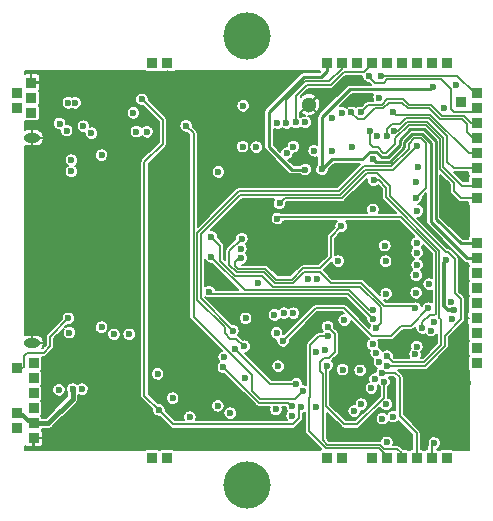
<source format=gbr>
G04 (created by PCBNEW (2013-jul-07)-stable) date su 14. joulukuuta 2014 12.55.15*
%MOIN*%
G04 Gerber Fmt 3.4, Leading zero omitted, Abs format*
%FSLAX34Y34*%
G01*
G70*
G90*
G04 APERTURE LIST*
%ADD10C,0.000787402*%
%ADD11R,0.0354X0.0354*%
%ADD12C,0.0511811*%
%ADD13O,0.0551181X0.0314961*%
%ADD14C,0.15748*%
%ADD15C,0.023622*%
%ADD16C,0.011811*%
%ADD17C,0.015748*%
%ADD18C,0.00590551*%
%ADD19C,0.00984252*%
G04 APERTURE END LIST*
G54D10*
G54D11*
X73500Y-41250D03*
X73500Y-41750D03*
X73425Y-30893D03*
X73425Y-30393D03*
X73425Y-29893D03*
X73500Y-40250D03*
X73500Y-40750D03*
X73500Y-39750D03*
X73500Y-39250D03*
X87755Y-30551D03*
G54D12*
X82677Y-30629D03*
G54D13*
X73443Y-31731D03*
X73443Y-38581D03*
G54D11*
X88268Y-36252D03*
X88268Y-35752D03*
X88268Y-35252D03*
X87268Y-42402D03*
X86768Y-42402D03*
X87268Y-29252D03*
X88268Y-31752D03*
X88268Y-31252D03*
X83768Y-42402D03*
X83268Y-42402D03*
X88268Y-33752D03*
X85768Y-29252D03*
X88268Y-32752D03*
X88268Y-32252D03*
X88268Y-33252D03*
X85768Y-42402D03*
X85268Y-42402D03*
X84768Y-29252D03*
X83768Y-29252D03*
X84268Y-29252D03*
X88268Y-30752D03*
X88268Y-30252D03*
X85268Y-29252D03*
X86268Y-42402D03*
X86768Y-29252D03*
X84768Y-42402D03*
X72953Y-30252D03*
X72953Y-30752D03*
X88268Y-37752D03*
X72953Y-40901D03*
X72953Y-41401D03*
X86268Y-29252D03*
X83268Y-29252D03*
X88268Y-36752D03*
X88268Y-37252D03*
G54D14*
X80610Y-28346D03*
X80610Y-43307D03*
G54D11*
X77452Y-42401D03*
X77952Y-42401D03*
X88267Y-38251D03*
X88267Y-39251D03*
X88267Y-38751D03*
X77452Y-29251D03*
X72952Y-39401D03*
X77952Y-29251D03*
G54D15*
X74803Y-40118D03*
X75118Y-40118D03*
X77283Y-31535D03*
X76929Y-31527D03*
X77637Y-39606D03*
X76830Y-30905D03*
X86314Y-32720D03*
X86299Y-34173D03*
X86291Y-35972D03*
X86291Y-35570D03*
X83464Y-31062D03*
X80444Y-35094D03*
X86232Y-37417D03*
X86255Y-36901D03*
X74370Y-31259D03*
X86244Y-33224D03*
X87188Y-30736D03*
X86692Y-36614D03*
X75767Y-32311D03*
X86862Y-41909D03*
X82429Y-40692D03*
X77114Y-30456D03*
X77677Y-40807D03*
X78590Y-31334D03*
X82480Y-40185D03*
X86665Y-37413D03*
X81822Y-38500D03*
X86248Y-33732D03*
X80523Y-38685D03*
X86283Y-31996D03*
X80141Y-38161D03*
X85297Y-39330D03*
X81702Y-33921D03*
X74661Y-37751D03*
X79854Y-39047D03*
X80543Y-39732D03*
X83803Y-39460D03*
X85255Y-36933D03*
X85259Y-40622D03*
X85286Y-39017D03*
X84834Y-33145D03*
X81602Y-38240D03*
X74763Y-32480D03*
X83307Y-38031D03*
X82165Y-32027D03*
X82559Y-31220D03*
X83307Y-38346D03*
X81948Y-32244D03*
X74763Y-32854D03*
X85236Y-35846D03*
X86259Y-36318D03*
X80492Y-30669D03*
X82925Y-40712D03*
X81653Y-39350D03*
X86279Y-35236D03*
X80570Y-37751D03*
X82165Y-37578D03*
X83283Y-39330D03*
X85185Y-39870D03*
X81850Y-37578D03*
X85488Y-41027D03*
X82259Y-39940D03*
X80228Y-38779D03*
X83759Y-34685D03*
X80433Y-35740D03*
X84881Y-39783D03*
X83444Y-32165D03*
X82854Y-32165D03*
X83661Y-35846D03*
X84763Y-40078D03*
X87433Y-37196D03*
X84814Y-34122D03*
X80413Y-35433D03*
X79665Y-32874D03*
X84822Y-32440D03*
X79645Y-40669D03*
X86811Y-30039D03*
X83118Y-32790D03*
X80472Y-32027D03*
X84192Y-40846D03*
X84429Y-40610D03*
X80925Y-32047D03*
X74696Y-38228D03*
X81633Y-31240D03*
X82933Y-38877D03*
X81929Y-31240D03*
X83228Y-38799D03*
X84960Y-31673D03*
X82125Y-41003D03*
X82952Y-36437D03*
X85078Y-29665D03*
X84685Y-29685D03*
X82637Y-36437D03*
X81531Y-37641D03*
X84094Y-30885D03*
X83858Y-37814D03*
X84389Y-39488D03*
X82244Y-31220D03*
X85019Y-30393D03*
X84921Y-38917D03*
X84409Y-30885D03*
X85030Y-39202D03*
X84803Y-38622D03*
X84704Y-31515D03*
X82122Y-40685D03*
X79830Y-39389D03*
X76181Y-38287D03*
X76692Y-38287D03*
X75767Y-38051D03*
X74350Y-40137D03*
X79350Y-36862D03*
X84822Y-37775D03*
X85531Y-31496D03*
X79421Y-35027D03*
X85492Y-30885D03*
X84921Y-38070D03*
X79421Y-35700D03*
X84822Y-37460D03*
X85275Y-31673D03*
X85118Y-39566D03*
X84133Y-32047D03*
X87590Y-29960D03*
X83787Y-30897D03*
X87992Y-39921D03*
X87933Y-38503D03*
X75291Y-30413D03*
X84409Y-30362D03*
X74933Y-39354D03*
X79165Y-34393D03*
X87905Y-33035D03*
X86488Y-34480D03*
X87244Y-33267D03*
X80484Y-31322D03*
X81574Y-35669D03*
X81889Y-38110D03*
X79606Y-38818D03*
X76751Y-40188D03*
X76771Y-39881D03*
X77637Y-38622D03*
X79405Y-36358D03*
X78118Y-31523D03*
X86287Y-40968D03*
X81374Y-41078D03*
X80106Y-32027D03*
X84814Y-33484D03*
X81141Y-37244D03*
X74818Y-41062D03*
X85204Y-38566D03*
X85287Y-36566D03*
X85291Y-34598D03*
X80846Y-32795D03*
X84763Y-41141D03*
X85393Y-41299D03*
X86224Y-38956D03*
X86279Y-38692D03*
X74889Y-30566D03*
X74665Y-30566D03*
X80059Y-40917D03*
X78708Y-41047D03*
X75161Y-31350D03*
X86452Y-38074D03*
X81633Y-34425D03*
X87263Y-35818D03*
X87503Y-37484D03*
X87440Y-37775D03*
X86842Y-37866D03*
X85133Y-41094D03*
X75433Y-31582D03*
X74606Y-31492D03*
X82559Y-32795D03*
X78137Y-40413D03*
X86759Y-38161D03*
X85208Y-35330D03*
X80984Y-36574D03*
X81574Y-40787D03*
X85275Y-41889D03*
G54D16*
X73500Y-41250D02*
X73415Y-41250D01*
X73066Y-40901D02*
X72953Y-40901D01*
X73415Y-41250D02*
X73066Y-40901D01*
G54D17*
X74803Y-40118D02*
X74803Y-40433D01*
X73986Y-41250D02*
X73500Y-41250D01*
X74803Y-40433D02*
X73986Y-41250D01*
G54D18*
X80444Y-35094D02*
X80023Y-35515D01*
X80023Y-35515D02*
X80023Y-35969D01*
X80023Y-35969D02*
X80275Y-36220D01*
X80275Y-36220D02*
X81182Y-36220D01*
X81182Y-36220D02*
X81541Y-36578D01*
X81541Y-36578D02*
X82153Y-36578D01*
X82153Y-36578D02*
X82523Y-36208D01*
X82523Y-36208D02*
X83039Y-36208D01*
X83039Y-36208D02*
X83409Y-36578D01*
X83409Y-36578D02*
X84430Y-36578D01*
X84430Y-36578D02*
X85188Y-37336D01*
X86151Y-37336D02*
X85188Y-37336D01*
X86232Y-37417D02*
X86151Y-37336D01*
X86768Y-42402D02*
X86768Y-42003D01*
X86768Y-42003D02*
X86862Y-41909D01*
X78161Y-41291D02*
X77677Y-40807D01*
X82137Y-41291D02*
X78161Y-41291D01*
X82358Y-41070D02*
X82137Y-41291D01*
X82358Y-40763D02*
X82358Y-41070D01*
X82429Y-40692D02*
X82358Y-40763D01*
X77811Y-31153D02*
X77114Y-30456D01*
X77811Y-31933D02*
X77811Y-31153D01*
X77196Y-32547D02*
X77811Y-31933D01*
X77196Y-40326D02*
X77196Y-32547D01*
X77677Y-40807D02*
X77196Y-40326D01*
X78834Y-31578D02*
X78590Y-31334D01*
X78834Y-37704D02*
X78834Y-31578D01*
X80767Y-39637D02*
X78834Y-37704D01*
X80767Y-40159D02*
X80767Y-39637D01*
X81048Y-40440D02*
X80767Y-40159D01*
X82224Y-40440D02*
X81048Y-40440D01*
X82480Y-40185D02*
X82224Y-40440D01*
X86082Y-37996D02*
X86665Y-37413D01*
X85751Y-37996D02*
X86082Y-37996D01*
X85409Y-38338D02*
X85751Y-37996D01*
X84779Y-38338D02*
X85409Y-38338D01*
X83854Y-37413D02*
X84779Y-38338D01*
X82909Y-37413D02*
X83854Y-37413D01*
X81822Y-38500D02*
X82909Y-37413D01*
X86574Y-33405D02*
X86248Y-33732D01*
X86574Y-31921D02*
X86574Y-33405D01*
X86405Y-31751D02*
X86574Y-31921D01*
X86185Y-31751D02*
X86405Y-31751D01*
X86000Y-31937D02*
X86185Y-31751D01*
X86000Y-32112D02*
X86000Y-31937D01*
X85427Y-32685D02*
X86000Y-32112D01*
X84502Y-32685D02*
X85427Y-32685D01*
X83671Y-33515D02*
X84502Y-32685D01*
X80344Y-33515D02*
X83671Y-33515D01*
X78952Y-34907D02*
X80344Y-33515D01*
X78952Y-37139D02*
X78952Y-34907D01*
X79870Y-38056D02*
X78952Y-37139D01*
X79870Y-38255D02*
X79870Y-38056D01*
X80039Y-38425D02*
X79870Y-38255D01*
X80263Y-38425D02*
X80039Y-38425D01*
X80523Y-38685D02*
X80263Y-38425D01*
X85476Y-32803D02*
X86283Y-31996D01*
X84551Y-32803D02*
X85476Y-32803D01*
X83720Y-33633D02*
X84551Y-32803D01*
X80393Y-33633D02*
X83720Y-33633D01*
X79070Y-34956D02*
X80393Y-33633D01*
X79070Y-37090D02*
X79070Y-34956D01*
X80141Y-38161D02*
X79070Y-37090D01*
X85378Y-33675D02*
X85378Y-33343D01*
X87550Y-35782D02*
X87306Y-35538D01*
X87306Y-35538D02*
X87241Y-35538D01*
X87241Y-35538D02*
X85378Y-33675D01*
X85297Y-39330D02*
X86564Y-39330D01*
X87550Y-36920D02*
X87550Y-36170D01*
X87750Y-37120D02*
X87550Y-36920D01*
X87750Y-37780D02*
X87750Y-37120D01*
X87202Y-38327D02*
X87750Y-37780D01*
X87202Y-38691D02*
X87202Y-38327D01*
X86564Y-39330D02*
X87202Y-38691D01*
X87550Y-36170D02*
X87550Y-35782D01*
X81871Y-33751D02*
X81702Y-33921D01*
X83769Y-33751D02*
X81871Y-33751D01*
X84600Y-32921D02*
X83769Y-33751D01*
X84956Y-32921D02*
X84600Y-32921D01*
X85378Y-33343D02*
X84956Y-32921D01*
X73133Y-39401D02*
X72952Y-39401D01*
X73169Y-39366D02*
X73133Y-39401D01*
X73169Y-39023D02*
X73169Y-39366D01*
X73299Y-38893D02*
X73169Y-39023D01*
X73842Y-38893D02*
X73299Y-38893D01*
X74051Y-38685D02*
X73842Y-38893D01*
X74051Y-38362D02*
X74051Y-38685D01*
X74661Y-37751D02*
X74051Y-38362D01*
X85260Y-33502D02*
X85260Y-33392D01*
X85260Y-33502D02*
X85260Y-33724D01*
X85260Y-33724D02*
X87031Y-35495D01*
X87031Y-35495D02*
X87031Y-37685D01*
X87031Y-37685D02*
X87031Y-37725D01*
X85286Y-39017D02*
X85470Y-39201D01*
X86526Y-39201D02*
X85470Y-39201D01*
X87084Y-38643D02*
X86526Y-39201D01*
X87084Y-37778D02*
X87084Y-38643D01*
X87031Y-37725D02*
X87084Y-37778D01*
X85013Y-33145D02*
X84834Y-33145D01*
X85260Y-33392D02*
X85013Y-33145D01*
X84834Y-33145D02*
X84903Y-33145D01*
X85768Y-42402D02*
X85768Y-42252D01*
X83543Y-38267D02*
X83307Y-38031D01*
X83543Y-38877D02*
X83543Y-38267D01*
X83362Y-39059D02*
X83543Y-38877D01*
X83185Y-39059D02*
X83362Y-39059D01*
X83039Y-39204D02*
X83185Y-39059D01*
X83039Y-39492D02*
X83039Y-39204D01*
X83141Y-39594D02*
X83039Y-39492D01*
X83141Y-41809D02*
X83141Y-39594D01*
X83296Y-41964D02*
X83141Y-41809D01*
X85048Y-41964D02*
X83296Y-41964D01*
X85190Y-42106D02*
X85048Y-41964D01*
X85622Y-42106D02*
X85190Y-42106D01*
X85768Y-42252D02*
X85622Y-42106D01*
X85268Y-42402D02*
X85268Y-42350D01*
X83023Y-38346D02*
X83307Y-38346D01*
X82720Y-38649D02*
X83023Y-38346D01*
X82720Y-40366D02*
X82720Y-38649D01*
X82685Y-40401D02*
X82720Y-40366D01*
X82685Y-41519D02*
X82685Y-40401D01*
X83248Y-42082D02*
X82685Y-41519D01*
X85000Y-42082D02*
X83248Y-42082D01*
X85268Y-42350D02*
X85000Y-42082D01*
X83283Y-39330D02*
X83259Y-39354D01*
X83259Y-39354D02*
X83259Y-40685D01*
X83259Y-40685D02*
X83866Y-41291D01*
X83866Y-41291D02*
X84287Y-41291D01*
X84287Y-41291D02*
X85185Y-40393D01*
X85185Y-40393D02*
X85185Y-39870D01*
X81389Y-39940D02*
X82259Y-39940D01*
X80228Y-38779D02*
X81389Y-39940D01*
X80362Y-35740D02*
X80433Y-35740D01*
X80220Y-35881D02*
X80362Y-35740D01*
X80220Y-35998D02*
X80220Y-35881D01*
X80323Y-36102D02*
X80220Y-35998D01*
X81231Y-36102D02*
X80323Y-36102D01*
X81589Y-36460D02*
X81231Y-36102D01*
X82104Y-36460D02*
X81589Y-36460D01*
X82474Y-36090D02*
X82104Y-36460D01*
X83043Y-36090D02*
X82474Y-36090D01*
X83409Y-35724D02*
X83043Y-36090D01*
X83409Y-35035D02*
X83409Y-35724D01*
X83759Y-34685D02*
X83409Y-35035D01*
G54D19*
X88268Y-35752D02*
X87956Y-35752D01*
X84929Y-32547D02*
X84822Y-32440D01*
X85370Y-32547D02*
X84929Y-32547D01*
X85862Y-32055D02*
X85370Y-32547D01*
X85862Y-31879D02*
X85862Y-32055D01*
X86127Y-31614D02*
X85862Y-31879D01*
X86462Y-31614D02*
X86127Y-31614D01*
X86751Y-31902D02*
X86462Y-31614D01*
X86751Y-34547D02*
X86751Y-31902D01*
X87956Y-35752D02*
X86751Y-34547D01*
X83118Y-31055D02*
X84055Y-30118D01*
X84055Y-30118D02*
X86732Y-30118D01*
X86732Y-30118D02*
X86811Y-30039D01*
X83118Y-31055D02*
X83118Y-32790D01*
X84461Y-32454D02*
X83454Y-32454D01*
X85109Y-32389D02*
X84914Y-32194D01*
X84914Y-32194D02*
X84721Y-32194D01*
X84721Y-32194D02*
X84461Y-32454D01*
X88268Y-35252D02*
X87735Y-35252D01*
X85305Y-32389D02*
X85149Y-32389D01*
X85704Y-31990D02*
X85305Y-32389D01*
X85704Y-31814D02*
X85704Y-31990D01*
X86062Y-31456D02*
X85704Y-31814D01*
X86527Y-31456D02*
X86062Y-31456D01*
X86908Y-31837D02*
X86527Y-31456D01*
X86908Y-34425D02*
X86908Y-31837D01*
X87735Y-35252D02*
X86908Y-34425D01*
X85149Y-32389D02*
X85109Y-32389D01*
X83454Y-32454D02*
X83118Y-32790D01*
G54D18*
X83768Y-29252D02*
X83768Y-29434D01*
X81929Y-30476D02*
X81929Y-31240D01*
X82558Y-29848D02*
X81929Y-30476D01*
X83354Y-29848D02*
X82558Y-29848D01*
X83768Y-29434D02*
X83354Y-29848D01*
X88268Y-30252D02*
X88203Y-30252D01*
X87616Y-29665D02*
X85078Y-29665D01*
X88203Y-30252D02*
X87616Y-29665D01*
X84685Y-29685D02*
X84685Y-29704D01*
X88132Y-30888D02*
X88268Y-30752D01*
X87529Y-30888D02*
X88132Y-30888D01*
X87426Y-30785D02*
X87529Y-30888D01*
X87426Y-30110D02*
X87426Y-30785D01*
X87099Y-29783D02*
X87426Y-30110D01*
X85295Y-29783D02*
X87099Y-29783D01*
X85172Y-29907D02*
X85295Y-29783D01*
X84888Y-29907D02*
X85172Y-29907D01*
X84685Y-29704D02*
X84888Y-29907D01*
X84094Y-30885D02*
X84094Y-30895D01*
X88137Y-31752D02*
X88268Y-31752D01*
X87935Y-31550D02*
X88137Y-31752D01*
X87935Y-31263D02*
X87935Y-31550D01*
X87796Y-31124D02*
X87935Y-31263D01*
X87063Y-31124D02*
X87796Y-31124D01*
X86689Y-30750D02*
X87063Y-31124D01*
X85969Y-30750D02*
X86689Y-30750D01*
X85784Y-30565D02*
X85969Y-30750D01*
X85346Y-30565D02*
X85784Y-30565D01*
X85161Y-30750D02*
X85346Y-30565D01*
X84868Y-30750D02*
X85161Y-30750D01*
X84501Y-31118D02*
X84868Y-30750D01*
X84317Y-31118D02*
X84501Y-31118D01*
X84094Y-30895D02*
X84317Y-31118D01*
X82244Y-31220D02*
X82244Y-30328D01*
X84768Y-29287D02*
X84768Y-29252D01*
X84521Y-29534D02*
X84768Y-29287D01*
X83835Y-29534D02*
X84521Y-29534D01*
X83402Y-29967D02*
X83835Y-29534D01*
X82606Y-29967D02*
X83402Y-29967D01*
X82244Y-30328D02*
X82606Y-29967D01*
X86738Y-30632D02*
X86018Y-30632D01*
X88091Y-31252D02*
X87845Y-31006D01*
X87845Y-31006D02*
X87112Y-31006D01*
X87112Y-31006D02*
X86738Y-30632D01*
X84409Y-30885D02*
X84663Y-30632D01*
X88091Y-31252D02*
X88268Y-31252D01*
X85113Y-30632D02*
X84663Y-30632D01*
X85298Y-30447D02*
X85113Y-30632D01*
X85833Y-30447D02*
X85298Y-30447D01*
X86018Y-30632D02*
X85833Y-30447D01*
X88268Y-33752D02*
X87749Y-33752D01*
X84704Y-31946D02*
X84704Y-31515D01*
X84814Y-32056D02*
X84704Y-31946D01*
X84971Y-32056D02*
X84814Y-32056D01*
X85166Y-32251D02*
X84971Y-32056D01*
X85248Y-32251D02*
X85166Y-32251D01*
X85566Y-31933D02*
X85248Y-32251D01*
X85566Y-31757D02*
X85566Y-31933D01*
X86005Y-31318D02*
X85566Y-31757D01*
X86584Y-31318D02*
X86005Y-31318D01*
X87046Y-31780D02*
X86584Y-31318D01*
X87046Y-32767D02*
X87046Y-31780D01*
X87513Y-33234D02*
X87046Y-32767D01*
X87513Y-33516D02*
X87513Y-33234D01*
X87749Y-33752D02*
X87513Y-33516D01*
X81996Y-40559D02*
X82122Y-40685D01*
X81000Y-40559D02*
X81996Y-40559D01*
X79830Y-39389D02*
X81000Y-40559D01*
X87908Y-33327D02*
X88193Y-33327D01*
X85661Y-31496D02*
X85956Y-31200D01*
X85956Y-31200D02*
X86633Y-31200D01*
X86633Y-31200D02*
X87164Y-31731D01*
X87164Y-31731D02*
X87164Y-32718D01*
X87164Y-32718D02*
X87773Y-33327D01*
X87773Y-33327D02*
X87908Y-33327D01*
X85531Y-31496D02*
X85661Y-31496D01*
X88193Y-33327D02*
X88268Y-33252D01*
X83980Y-36933D02*
X84822Y-37775D01*
X79421Y-36933D02*
X83980Y-36933D01*
X79350Y-36862D02*
X79421Y-36933D01*
X88268Y-32252D02*
X88019Y-32252D01*
X85570Y-30964D02*
X85492Y-30885D01*
X86731Y-30964D02*
X85570Y-30964D01*
X88019Y-32252D02*
X86731Y-30964D01*
X85070Y-37921D02*
X84921Y-38070D01*
X85070Y-37385D02*
X85070Y-37921D01*
X84381Y-36696D02*
X85070Y-37385D01*
X81492Y-36696D02*
X84381Y-36696D01*
X81133Y-36338D02*
X81492Y-36696D01*
X80226Y-36338D02*
X81133Y-36338D01*
X79728Y-35840D02*
X80226Y-36338D01*
X79728Y-35334D02*
X79728Y-35840D01*
X79421Y-35027D02*
X79728Y-35334D01*
X88268Y-32752D02*
X87506Y-32752D01*
X85275Y-31442D02*
X85275Y-31673D01*
X85452Y-31266D02*
X85275Y-31442D01*
X85724Y-31266D02*
X85452Y-31266D01*
X85907Y-31082D02*
X85724Y-31266D01*
X86682Y-31082D02*
X85907Y-31082D01*
X87282Y-31682D02*
X86682Y-31082D01*
X87282Y-32528D02*
X87282Y-31682D01*
X87506Y-32752D02*
X87282Y-32528D01*
X84674Y-37460D02*
X84822Y-37460D01*
X84029Y-36814D02*
X84674Y-37460D01*
X80535Y-36814D02*
X84029Y-36814D01*
X79421Y-35700D02*
X80535Y-36814D01*
X86268Y-42402D02*
X86268Y-41582D01*
X85555Y-39566D02*
X85118Y-39566D01*
X85700Y-39712D02*
X85555Y-39566D01*
X85700Y-41015D02*
X85700Y-39712D01*
X86268Y-41582D02*
X85700Y-41015D01*
X86452Y-37889D02*
X86700Y-37641D01*
X86700Y-37641D02*
X86866Y-37641D01*
X86866Y-37641D02*
X86913Y-37594D01*
X86913Y-37594D02*
X86913Y-35545D01*
X86913Y-35545D02*
X85749Y-34381D01*
X85749Y-34381D02*
X82094Y-34381D01*
X86452Y-38074D02*
X86452Y-37889D01*
X81677Y-34381D02*
X82094Y-34381D01*
X81633Y-34425D02*
X81677Y-34381D01*
G54D16*
X87314Y-37484D02*
X87179Y-37348D01*
X87179Y-37348D02*
X87179Y-35903D01*
X87179Y-35903D02*
X87263Y-35818D01*
X87503Y-37484D02*
X87314Y-37484D01*
G54D19*
X83268Y-29252D02*
X83268Y-29523D01*
X82103Y-32795D02*
X82559Y-32795D01*
X81347Y-32039D02*
X82103Y-32795D01*
X81347Y-30864D02*
X81347Y-32039D01*
X82500Y-29710D02*
X81347Y-30864D01*
X83080Y-29710D02*
X82500Y-29710D01*
X83268Y-29523D02*
X83080Y-29710D01*
G54D10*
G36*
X80320Y-36795D02*
X79567Y-36795D01*
X79551Y-36755D01*
X79526Y-36718D01*
X79495Y-36686D01*
X79458Y-36662D01*
X79417Y-36644D01*
X79374Y-36635D01*
X79329Y-36635D01*
X79286Y-36643D01*
X79245Y-36660D01*
X79208Y-36684D01*
X79208Y-35778D01*
X79218Y-35804D01*
X79242Y-35842D01*
X79273Y-35874D01*
X79310Y-35899D01*
X79350Y-35917D01*
X79394Y-35926D01*
X79438Y-35927D01*
X79451Y-35925D01*
X80320Y-36795D01*
X80320Y-36795D01*
G37*
G54D18*
X80320Y-36795D02*
X79567Y-36795D01*
X79551Y-36755D01*
X79526Y-36718D01*
X79495Y-36686D01*
X79458Y-36662D01*
X79417Y-36644D01*
X79374Y-36635D01*
X79329Y-36635D01*
X79286Y-36643D01*
X79245Y-36660D01*
X79208Y-36684D01*
X79208Y-35778D01*
X79218Y-35804D01*
X79242Y-35842D01*
X79273Y-35874D01*
X79310Y-35899D01*
X79350Y-35917D01*
X79394Y-35926D01*
X79438Y-35927D01*
X79451Y-35925D01*
X80320Y-36795D01*
G54D10*
G36*
X84746Y-29960D02*
X84055Y-29960D01*
X84040Y-29962D01*
X84026Y-29963D01*
X84025Y-29963D01*
X84024Y-29963D01*
X84010Y-29967D01*
X83996Y-29971D01*
X83995Y-29972D01*
X83995Y-29972D01*
X83982Y-29979D01*
X83969Y-29986D01*
X83968Y-29986D01*
X83967Y-29986D01*
X83956Y-29996D01*
X83945Y-30005D01*
X83944Y-30006D01*
X83944Y-30006D01*
X83944Y-30006D01*
X83943Y-30006D01*
X83062Y-30887D01*
X83062Y-30640D01*
X83057Y-30565D01*
X83037Y-30492D01*
X83003Y-30425D01*
X82992Y-30408D01*
X82931Y-30384D01*
X82923Y-30392D01*
X82685Y-30629D01*
X82931Y-30875D01*
X82992Y-30851D01*
X83029Y-30786D01*
X83053Y-30714D01*
X83062Y-30640D01*
X83062Y-30887D01*
X83006Y-30943D01*
X82997Y-30955D01*
X82988Y-30966D01*
X82987Y-30966D01*
X82987Y-30967D01*
X82980Y-30980D01*
X82973Y-30993D01*
X82973Y-30993D01*
X82972Y-30994D01*
X82968Y-31008D01*
X82963Y-31022D01*
X82963Y-31023D01*
X82963Y-31024D01*
X82962Y-31038D01*
X82960Y-31053D01*
X82960Y-31054D01*
X82960Y-31054D01*
X82960Y-31054D01*
X82960Y-31055D01*
X82960Y-31964D01*
X82921Y-31948D01*
X82878Y-31939D01*
X82833Y-31938D01*
X82790Y-31947D01*
X82748Y-31963D01*
X82711Y-31988D01*
X82680Y-32019D01*
X82654Y-32055D01*
X82637Y-32096D01*
X82628Y-32139D01*
X82627Y-32184D01*
X82635Y-32228D01*
X82652Y-32269D01*
X82676Y-32306D01*
X82706Y-32338D01*
X82743Y-32363D01*
X82784Y-32381D01*
X82827Y-32391D01*
X82871Y-32392D01*
X82915Y-32384D01*
X82956Y-32368D01*
X82960Y-32366D01*
X82960Y-32627D01*
X82943Y-32643D01*
X82918Y-32680D01*
X82901Y-32721D01*
X82891Y-32764D01*
X82891Y-32809D01*
X82899Y-32852D01*
X82915Y-32893D01*
X82939Y-32931D01*
X82970Y-32963D01*
X83007Y-32988D01*
X83047Y-33006D01*
X83091Y-33015D01*
X83135Y-33016D01*
X83179Y-33009D01*
X83220Y-32993D01*
X83258Y-32969D01*
X83290Y-32938D01*
X83315Y-32902D01*
X83333Y-32861D01*
X83343Y-32818D01*
X83344Y-32786D01*
X83519Y-32611D01*
X84380Y-32611D01*
X83614Y-33377D01*
X81151Y-33377D01*
X81151Y-32025D01*
X81142Y-31981D01*
X81126Y-31940D01*
X81101Y-31903D01*
X81070Y-31871D01*
X81033Y-31847D01*
X80992Y-31829D01*
X80948Y-31821D01*
X80904Y-31820D01*
X80860Y-31829D01*
X80819Y-31845D01*
X80782Y-31869D01*
X80750Y-31901D01*
X80725Y-31937D01*
X80718Y-31954D01*
X80718Y-30647D01*
X80709Y-30603D01*
X80692Y-30562D01*
X80668Y-30525D01*
X80637Y-30494D01*
X80600Y-30469D01*
X80559Y-30451D01*
X80515Y-30443D01*
X80471Y-30442D01*
X80427Y-30451D01*
X80386Y-30467D01*
X80349Y-30492D01*
X80317Y-30523D01*
X80292Y-30559D01*
X80275Y-30600D01*
X80266Y-30643D01*
X80265Y-30688D01*
X80273Y-30731D01*
X80289Y-30773D01*
X80313Y-30810D01*
X80344Y-30842D01*
X80381Y-30867D01*
X80421Y-30885D01*
X80465Y-30895D01*
X80509Y-30896D01*
X80553Y-30888D01*
X80594Y-30872D01*
X80632Y-30848D01*
X80664Y-30817D01*
X80689Y-30781D01*
X80707Y-30741D01*
X80717Y-30697D01*
X80718Y-30647D01*
X80718Y-31954D01*
X80708Y-31978D01*
X80699Y-32021D01*
X80698Y-32044D01*
X80698Y-32005D01*
X80690Y-31961D01*
X80673Y-31920D01*
X80648Y-31883D01*
X80617Y-31852D01*
X80580Y-31827D01*
X80539Y-31810D01*
X80496Y-31801D01*
X80451Y-31801D01*
X80408Y-31809D01*
X80367Y-31825D01*
X80329Y-31850D01*
X80298Y-31881D01*
X80273Y-31917D01*
X80255Y-31958D01*
X80246Y-32002D01*
X80245Y-32046D01*
X80253Y-32090D01*
X80270Y-32131D01*
X80294Y-32168D01*
X80325Y-32200D01*
X80361Y-32226D01*
X80402Y-32243D01*
X80445Y-32253D01*
X80489Y-32254D01*
X80533Y-32246D01*
X80575Y-32230D01*
X80612Y-32206D01*
X80644Y-32176D01*
X80670Y-32139D01*
X80688Y-32099D01*
X80698Y-32056D01*
X80698Y-32005D01*
X80698Y-32044D01*
X80698Y-32066D01*
X80706Y-32109D01*
X80722Y-32151D01*
X80746Y-32188D01*
X80777Y-32220D01*
X80814Y-32245D01*
X80854Y-32263D01*
X80898Y-32273D01*
X80942Y-32274D01*
X80986Y-32266D01*
X81027Y-32250D01*
X81065Y-32226D01*
X81097Y-32195D01*
X81122Y-32159D01*
X81141Y-32119D01*
X81150Y-32075D01*
X81151Y-32025D01*
X81151Y-33377D01*
X80344Y-33377D01*
X80332Y-33379D01*
X80319Y-33380D01*
X80318Y-33380D01*
X80318Y-33380D01*
X80305Y-33384D01*
X80293Y-33387D01*
X80292Y-33388D01*
X80292Y-33388D01*
X80281Y-33394D01*
X80269Y-33400D01*
X80269Y-33400D01*
X80268Y-33400D01*
X80258Y-33409D01*
X80248Y-33416D01*
X80247Y-33417D01*
X80247Y-33417D01*
X80247Y-33417D01*
X80247Y-33418D01*
X79891Y-33773D01*
X79891Y-32851D01*
X79883Y-32808D01*
X79866Y-32767D01*
X79841Y-32730D01*
X79810Y-32698D01*
X79773Y-32673D01*
X79732Y-32656D01*
X79689Y-32647D01*
X79644Y-32647D01*
X79601Y-32655D01*
X79559Y-32672D01*
X79522Y-32696D01*
X79491Y-32727D01*
X79466Y-32764D01*
X79448Y-32805D01*
X79439Y-32848D01*
X79438Y-32893D01*
X79446Y-32936D01*
X79463Y-32977D01*
X79487Y-33015D01*
X79517Y-33047D01*
X79554Y-33072D01*
X79595Y-33090D01*
X79638Y-33099D01*
X79682Y-33100D01*
X79726Y-33093D01*
X79767Y-33077D01*
X79805Y-33053D01*
X79837Y-33022D01*
X79863Y-32986D01*
X79881Y-32945D01*
X79891Y-32902D01*
X79891Y-32851D01*
X79891Y-33773D01*
X78972Y-34693D01*
X78972Y-31578D01*
X78971Y-31566D01*
X78970Y-31553D01*
X78969Y-31552D01*
X78969Y-31551D01*
X78966Y-31539D01*
X78962Y-31527D01*
X78962Y-31526D01*
X78962Y-31526D01*
X78956Y-31514D01*
X78950Y-31503D01*
X78949Y-31503D01*
X78949Y-31502D01*
X78941Y-31492D01*
X78933Y-31482D01*
X78932Y-31481D01*
X78932Y-31481D01*
X78932Y-31481D01*
X78932Y-31481D01*
X78815Y-31365D01*
X78816Y-31363D01*
X78816Y-31312D01*
X78808Y-31268D01*
X78791Y-31227D01*
X78766Y-31190D01*
X78735Y-31159D01*
X78698Y-31134D01*
X78657Y-31117D01*
X78614Y-31108D01*
X78569Y-31108D01*
X78526Y-31116D01*
X78485Y-31133D01*
X78448Y-31157D01*
X78416Y-31188D01*
X78391Y-31225D01*
X78373Y-31265D01*
X78364Y-31309D01*
X78363Y-31353D01*
X78371Y-31397D01*
X78388Y-31438D01*
X78412Y-31475D01*
X78443Y-31507D01*
X78479Y-31533D01*
X78520Y-31550D01*
X78563Y-31560D01*
X78608Y-31561D01*
X78620Y-31559D01*
X78696Y-31635D01*
X78696Y-37704D01*
X78698Y-37717D01*
X78699Y-37730D01*
X78699Y-37730D01*
X78699Y-37731D01*
X78703Y-37743D01*
X78706Y-37755D01*
X78707Y-37756D01*
X78707Y-37757D01*
X78713Y-37768D01*
X78719Y-37779D01*
X78719Y-37780D01*
X78719Y-37780D01*
X78727Y-37790D01*
X78735Y-37800D01*
X78736Y-37801D01*
X78736Y-37801D01*
X78736Y-37801D01*
X78737Y-37802D01*
X79771Y-38836D01*
X79748Y-38845D01*
X79711Y-38869D01*
X79680Y-38901D01*
X79654Y-38937D01*
X79637Y-38978D01*
X79628Y-39021D01*
X79627Y-39066D01*
X79635Y-39109D01*
X79652Y-39151D01*
X79676Y-39188D01*
X79694Y-39208D01*
X79688Y-39212D01*
X79656Y-39243D01*
X79631Y-39280D01*
X79613Y-39320D01*
X79604Y-39364D01*
X79604Y-39408D01*
X79612Y-39452D01*
X79628Y-39493D01*
X79652Y-39531D01*
X79683Y-39562D01*
X79719Y-39588D01*
X79760Y-39606D01*
X79803Y-39615D01*
X79848Y-39616D01*
X79860Y-39614D01*
X80902Y-40656D01*
X80912Y-40664D01*
X80922Y-40672D01*
X80922Y-40673D01*
X80923Y-40673D01*
X80934Y-40679D01*
X80945Y-40685D01*
X80946Y-40685D01*
X80947Y-40686D01*
X80959Y-40689D01*
X80971Y-40693D01*
X80972Y-40693D01*
X80972Y-40694D01*
X80985Y-40695D01*
X80998Y-40696D01*
X80999Y-40696D01*
X80999Y-40696D01*
X80999Y-40696D01*
X81000Y-40696D01*
X81367Y-40696D01*
X81357Y-40718D01*
X81348Y-40762D01*
X81348Y-40806D01*
X81356Y-40850D01*
X81372Y-40891D01*
X81396Y-40928D01*
X81427Y-40960D01*
X81463Y-40985D01*
X81504Y-41003D01*
X81547Y-41013D01*
X81592Y-41014D01*
X81635Y-41006D01*
X81677Y-40990D01*
X81714Y-40966D01*
X81746Y-40936D01*
X81772Y-40899D01*
X81790Y-40859D01*
X81800Y-40815D01*
X81801Y-40765D01*
X81792Y-40721D01*
X81782Y-40696D01*
X81895Y-40696D01*
X81895Y-40704D01*
X81903Y-40747D01*
X81919Y-40789D01*
X81943Y-40826D01*
X81963Y-40846D01*
X81951Y-40857D01*
X81926Y-40894D01*
X81909Y-40935D01*
X81899Y-40978D01*
X81899Y-41022D01*
X81907Y-41066D01*
X81923Y-41107D01*
X81947Y-41145D01*
X81955Y-41153D01*
X80285Y-41153D01*
X80285Y-40895D01*
X80276Y-40851D01*
X80259Y-40810D01*
X80235Y-40773D01*
X80204Y-40742D01*
X80167Y-40717D01*
X80126Y-40700D01*
X80082Y-40691D01*
X80038Y-40690D01*
X79994Y-40699D01*
X79953Y-40715D01*
X79916Y-40740D01*
X79884Y-40771D01*
X79872Y-40789D01*
X79872Y-40647D01*
X79863Y-40603D01*
X79846Y-40562D01*
X79821Y-40525D01*
X79790Y-40494D01*
X79753Y-40469D01*
X79712Y-40451D01*
X79669Y-40443D01*
X79625Y-40442D01*
X79581Y-40451D01*
X79540Y-40467D01*
X79503Y-40492D01*
X79471Y-40523D01*
X79446Y-40559D01*
X79428Y-40600D01*
X79419Y-40643D01*
X79418Y-40688D01*
X79427Y-40731D01*
X79443Y-40773D01*
X79467Y-40810D01*
X79498Y-40842D01*
X79534Y-40867D01*
X79575Y-40885D01*
X79618Y-40895D01*
X79663Y-40896D01*
X79706Y-40888D01*
X79748Y-40872D01*
X79785Y-40848D01*
X79817Y-40817D01*
X79843Y-40781D01*
X79861Y-40741D01*
X79871Y-40697D01*
X79872Y-40647D01*
X79872Y-40789D01*
X79859Y-40807D01*
X79842Y-40848D01*
X79832Y-40891D01*
X79832Y-40936D01*
X79840Y-40980D01*
X79856Y-41021D01*
X79880Y-41058D01*
X79911Y-41090D01*
X79948Y-41115D01*
X79988Y-41133D01*
X80032Y-41143D01*
X80076Y-41144D01*
X80120Y-41136D01*
X80161Y-41120D01*
X80199Y-41096D01*
X80231Y-41065D01*
X80256Y-41029D01*
X80274Y-40989D01*
X80284Y-40945D01*
X80285Y-40895D01*
X80285Y-41153D01*
X78909Y-41153D01*
X78924Y-41119D01*
X78934Y-41075D01*
X78935Y-41025D01*
X78926Y-40981D01*
X78909Y-40940D01*
X78884Y-40903D01*
X78853Y-40871D01*
X78816Y-40847D01*
X78775Y-40829D01*
X78732Y-40821D01*
X78688Y-40820D01*
X78644Y-40829D01*
X78603Y-40845D01*
X78566Y-40869D01*
X78534Y-40901D01*
X78509Y-40937D01*
X78491Y-40978D01*
X78482Y-41021D01*
X78481Y-41066D01*
X78490Y-41109D01*
X78506Y-41151D01*
X78507Y-41153D01*
X78364Y-41153D01*
X78364Y-40391D01*
X78355Y-40347D01*
X78338Y-40306D01*
X78314Y-40269D01*
X78282Y-40238D01*
X78245Y-40213D01*
X78205Y-40196D01*
X78161Y-40187D01*
X78117Y-40186D01*
X78073Y-40195D01*
X78032Y-40211D01*
X77995Y-40236D01*
X77963Y-40267D01*
X77938Y-40303D01*
X77920Y-40344D01*
X77911Y-40388D01*
X77911Y-40432D01*
X77919Y-40476D01*
X77935Y-40517D01*
X77959Y-40554D01*
X77990Y-40586D01*
X78026Y-40611D01*
X78067Y-40629D01*
X78110Y-40639D01*
X78155Y-40640D01*
X78198Y-40632D01*
X78240Y-40616D01*
X78277Y-40592D01*
X78309Y-40562D01*
X78335Y-40525D01*
X78353Y-40485D01*
X78363Y-40441D01*
X78364Y-40391D01*
X78364Y-41153D01*
X78218Y-41153D01*
X77902Y-40837D01*
X77902Y-40835D01*
X77903Y-40784D01*
X77894Y-40741D01*
X77878Y-40700D01*
X77864Y-40679D01*
X77864Y-39584D01*
X77855Y-39540D01*
X77838Y-39499D01*
X77814Y-39462D01*
X77782Y-39431D01*
X77745Y-39406D01*
X77705Y-39388D01*
X77661Y-39380D01*
X77617Y-39379D01*
X77573Y-39388D01*
X77532Y-39404D01*
X77495Y-39429D01*
X77463Y-39460D01*
X77438Y-39496D01*
X77420Y-39537D01*
X77411Y-39580D01*
X77411Y-39625D01*
X77419Y-39668D01*
X77435Y-39710D01*
X77459Y-39747D01*
X77490Y-39779D01*
X77526Y-39804D01*
X77567Y-39822D01*
X77610Y-39832D01*
X77655Y-39833D01*
X77698Y-39825D01*
X77740Y-39809D01*
X77777Y-39785D01*
X77809Y-39754D01*
X77835Y-39718D01*
X77853Y-39678D01*
X77863Y-39634D01*
X77864Y-39584D01*
X77864Y-40679D01*
X77853Y-40663D01*
X77822Y-40631D01*
X77785Y-40606D01*
X77744Y-40589D01*
X77700Y-40580D01*
X77656Y-40580D01*
X77647Y-40582D01*
X77334Y-40269D01*
X77334Y-32604D01*
X77908Y-32030D01*
X77916Y-32020D01*
X77924Y-32010D01*
X77925Y-32010D01*
X77925Y-32009D01*
X77931Y-31998D01*
X77937Y-31987D01*
X77937Y-31986D01*
X77938Y-31986D01*
X77941Y-31973D01*
X77945Y-31961D01*
X77945Y-31960D01*
X77946Y-31960D01*
X77947Y-31947D01*
X77948Y-31934D01*
X77948Y-31933D01*
X77948Y-31933D01*
X77948Y-31933D01*
X77948Y-31933D01*
X77948Y-31153D01*
X77947Y-31140D01*
X77946Y-31128D01*
X77946Y-31127D01*
X77946Y-31126D01*
X77942Y-31114D01*
X77938Y-31102D01*
X77938Y-31101D01*
X77938Y-31101D01*
X77932Y-31089D01*
X77926Y-31078D01*
X77926Y-31077D01*
X77925Y-31077D01*
X77917Y-31067D01*
X77909Y-31057D01*
X77908Y-31056D01*
X77908Y-31056D01*
X77908Y-31056D01*
X77908Y-31056D01*
X77339Y-30487D01*
X77339Y-30485D01*
X77340Y-30434D01*
X77331Y-30390D01*
X77315Y-30349D01*
X77290Y-30312D01*
X77259Y-30281D01*
X77222Y-30256D01*
X77181Y-30239D01*
X77137Y-30230D01*
X77093Y-30230D01*
X77049Y-30238D01*
X77008Y-30255D01*
X76971Y-30279D01*
X76939Y-30310D01*
X76914Y-30347D01*
X76897Y-30387D01*
X76888Y-30431D01*
X76887Y-30475D01*
X76895Y-30519D01*
X76911Y-30560D01*
X76935Y-30597D01*
X76966Y-30629D01*
X77003Y-30655D01*
X77043Y-30673D01*
X77087Y-30682D01*
X77131Y-30683D01*
X77143Y-30681D01*
X77673Y-31210D01*
X77673Y-31875D01*
X77509Y-32039D01*
X77509Y-31513D01*
X77501Y-31469D01*
X77484Y-31428D01*
X77459Y-31391D01*
X77428Y-31360D01*
X77391Y-31335D01*
X77350Y-31318D01*
X77307Y-31309D01*
X77262Y-31308D01*
X77219Y-31317D01*
X77178Y-31333D01*
X77140Y-31358D01*
X77109Y-31389D01*
X77109Y-31389D01*
X77105Y-31383D01*
X77074Y-31352D01*
X77057Y-31340D01*
X77057Y-30883D01*
X77048Y-30839D01*
X77031Y-30798D01*
X77006Y-30761D01*
X76975Y-30730D01*
X76938Y-30705D01*
X76897Y-30688D01*
X76854Y-30679D01*
X76810Y-30678D01*
X76766Y-30687D01*
X76725Y-30703D01*
X76688Y-30728D01*
X76656Y-30759D01*
X76631Y-30795D01*
X76613Y-30836D01*
X76604Y-30880D01*
X76604Y-30924D01*
X76612Y-30968D01*
X76628Y-31009D01*
X76652Y-31046D01*
X76683Y-31078D01*
X76719Y-31104D01*
X76760Y-31121D01*
X76803Y-31131D01*
X76848Y-31132D01*
X76891Y-31124D01*
X76933Y-31108D01*
X76970Y-31084D01*
X77002Y-31054D01*
X77028Y-31017D01*
X77046Y-30977D01*
X77056Y-30934D01*
X77057Y-30883D01*
X77057Y-31340D01*
X77037Y-31327D01*
X76996Y-31310D01*
X76952Y-31301D01*
X76908Y-31301D01*
X76864Y-31309D01*
X76823Y-31325D01*
X76786Y-31350D01*
X76754Y-31381D01*
X76729Y-31417D01*
X76712Y-31458D01*
X76703Y-31502D01*
X76702Y-31546D01*
X76710Y-31590D01*
X76726Y-31631D01*
X76750Y-31668D01*
X76781Y-31700D01*
X76818Y-31726D01*
X76858Y-31743D01*
X76902Y-31753D01*
X76946Y-31754D01*
X76990Y-31746D01*
X77031Y-31730D01*
X77069Y-31706D01*
X77101Y-31676D01*
X77103Y-31673D01*
X77105Y-31676D01*
X77136Y-31708D01*
X77172Y-31733D01*
X77213Y-31751D01*
X77256Y-31761D01*
X77300Y-31762D01*
X77344Y-31754D01*
X77386Y-31738D01*
X77423Y-31714D01*
X77455Y-31684D01*
X77481Y-31647D01*
X77499Y-31607D01*
X77509Y-31563D01*
X77509Y-31513D01*
X77509Y-32039D01*
X77099Y-32449D01*
X77091Y-32459D01*
X77083Y-32469D01*
X77082Y-32470D01*
X77082Y-32470D01*
X77076Y-32481D01*
X77070Y-32492D01*
X77069Y-32493D01*
X77069Y-32494D01*
X77065Y-32506D01*
X77062Y-32518D01*
X77061Y-32519D01*
X77061Y-32520D01*
X77060Y-32532D01*
X77059Y-32545D01*
X77059Y-32546D01*
X77059Y-32546D01*
X77059Y-32546D01*
X77059Y-32547D01*
X77059Y-40326D01*
X77060Y-40339D01*
X77061Y-40352D01*
X77061Y-40352D01*
X77061Y-40353D01*
X77065Y-40365D01*
X77068Y-40377D01*
X77069Y-40378D01*
X77069Y-40379D01*
X77075Y-40390D01*
X77081Y-40401D01*
X77081Y-40402D01*
X77082Y-40403D01*
X77090Y-40412D01*
X77098Y-40422D01*
X77099Y-40423D01*
X77099Y-40423D01*
X77099Y-40423D01*
X77099Y-40424D01*
X77452Y-40776D01*
X77451Y-40781D01*
X77450Y-40826D01*
X77458Y-40869D01*
X77474Y-40911D01*
X77498Y-40948D01*
X77529Y-40980D01*
X77566Y-41005D01*
X77606Y-41023D01*
X77650Y-41032D01*
X77694Y-41033D01*
X77706Y-41031D01*
X78063Y-41388D01*
X78073Y-41396D01*
X78083Y-41405D01*
X78084Y-41405D01*
X78084Y-41405D01*
X78095Y-41411D01*
X78107Y-41417D01*
X78107Y-41418D01*
X78108Y-41418D01*
X78120Y-41422D01*
X78132Y-41426D01*
X78133Y-41426D01*
X78134Y-41426D01*
X78146Y-41427D01*
X78159Y-41429D01*
X78160Y-41429D01*
X78160Y-41429D01*
X78160Y-41429D01*
X78161Y-41429D01*
X82137Y-41429D01*
X82150Y-41427D01*
X82163Y-41426D01*
X82163Y-41426D01*
X82164Y-41426D01*
X82176Y-41422D01*
X82188Y-41419D01*
X82189Y-41418D01*
X82190Y-41418D01*
X82201Y-41412D01*
X82212Y-41406D01*
X82213Y-41406D01*
X82214Y-41406D01*
X82223Y-41398D01*
X82233Y-41390D01*
X82234Y-41389D01*
X82234Y-41389D01*
X82234Y-41389D01*
X82235Y-41388D01*
X82455Y-41168D01*
X82463Y-41158D01*
X82471Y-41148D01*
X82472Y-41148D01*
X82472Y-41147D01*
X82478Y-41136D01*
X82484Y-41125D01*
X82485Y-41124D01*
X82485Y-41123D01*
X82489Y-41111D01*
X82493Y-41099D01*
X82493Y-41098D01*
X82493Y-41098D01*
X82494Y-41085D01*
X82496Y-41072D01*
X82496Y-41071D01*
X82496Y-41071D01*
X82496Y-41071D01*
X82496Y-41070D01*
X82496Y-40909D01*
X82531Y-40895D01*
X82547Y-40886D01*
X82547Y-41519D01*
X82548Y-41532D01*
X82549Y-41545D01*
X82549Y-41545D01*
X82549Y-41546D01*
X82553Y-41558D01*
X82557Y-41570D01*
X82557Y-41571D01*
X82557Y-41572D01*
X82563Y-41583D01*
X82569Y-41594D01*
X82569Y-41595D01*
X82570Y-41595D01*
X82578Y-41605D01*
X82586Y-41615D01*
X82587Y-41616D01*
X82587Y-41616D01*
X82587Y-41616D01*
X82587Y-41617D01*
X83087Y-42116D01*
X83080Y-42116D01*
X83059Y-42120D01*
X83039Y-42128D01*
X83029Y-42135D01*
X78191Y-42135D01*
X78181Y-42128D01*
X78161Y-42120D01*
X78141Y-42116D01*
X78119Y-42116D01*
X77765Y-42116D01*
X77744Y-42120D01*
X77724Y-42128D01*
X77713Y-42135D01*
X77691Y-42135D01*
X77681Y-42128D01*
X77661Y-42120D01*
X77641Y-42116D01*
X77619Y-42116D01*
X77265Y-42116D01*
X77244Y-42120D01*
X77224Y-42128D01*
X77213Y-42135D01*
X76919Y-42135D01*
X76919Y-38265D01*
X76910Y-38221D01*
X76893Y-38180D01*
X76869Y-38143D01*
X76837Y-38112D01*
X76801Y-38087D01*
X76760Y-38070D01*
X76716Y-38061D01*
X76672Y-38060D01*
X76628Y-38069D01*
X76587Y-38085D01*
X76550Y-38110D01*
X76518Y-38141D01*
X76493Y-38177D01*
X76476Y-38218D01*
X76466Y-38262D01*
X76466Y-38306D01*
X76474Y-38350D01*
X76490Y-38391D01*
X76514Y-38428D01*
X76545Y-38460D01*
X76581Y-38485D01*
X76622Y-38503D01*
X76665Y-38513D01*
X76710Y-38514D01*
X76754Y-38506D01*
X76795Y-38490D01*
X76832Y-38466D01*
X76865Y-38436D01*
X76890Y-38399D01*
X76908Y-38359D01*
X76918Y-38315D01*
X76919Y-38265D01*
X76919Y-42135D01*
X76407Y-42135D01*
X76407Y-38265D01*
X76398Y-38221D01*
X76381Y-38180D01*
X76357Y-38143D01*
X76326Y-38112D01*
X76289Y-38087D01*
X76248Y-38070D01*
X76204Y-38061D01*
X76160Y-38060D01*
X76116Y-38069D01*
X76075Y-38085D01*
X76038Y-38110D01*
X76006Y-38141D01*
X75994Y-38159D01*
X75994Y-38028D01*
X75994Y-32288D01*
X75985Y-32245D01*
X75968Y-32204D01*
X75943Y-32167D01*
X75912Y-32135D01*
X75875Y-32110D01*
X75834Y-32093D01*
X75791Y-32084D01*
X75747Y-32084D01*
X75703Y-32092D01*
X75662Y-32109D01*
X75659Y-32111D01*
X75659Y-31560D01*
X75650Y-31516D01*
X75633Y-31475D01*
X75609Y-31438D01*
X75578Y-31407D01*
X75541Y-31382D01*
X75500Y-31365D01*
X75456Y-31356D01*
X75412Y-31356D01*
X75387Y-31360D01*
X75387Y-31328D01*
X75379Y-31284D01*
X75362Y-31243D01*
X75337Y-31206D01*
X75306Y-31175D01*
X75269Y-31150D01*
X75228Y-31133D01*
X75185Y-31124D01*
X75140Y-31123D01*
X75116Y-31128D01*
X75116Y-30544D01*
X75107Y-30501D01*
X75090Y-30460D01*
X75066Y-30423D01*
X75034Y-30391D01*
X74997Y-30366D01*
X74957Y-30349D01*
X74913Y-30340D01*
X74869Y-30340D01*
X74825Y-30348D01*
X74784Y-30365D01*
X74777Y-30369D01*
X74773Y-30366D01*
X74732Y-30349D01*
X74689Y-30340D01*
X74644Y-30340D01*
X74601Y-30348D01*
X74559Y-30365D01*
X74522Y-30389D01*
X74491Y-30420D01*
X74466Y-30457D01*
X74448Y-30498D01*
X74439Y-30541D01*
X74438Y-30585D01*
X74446Y-30629D01*
X74463Y-30670D01*
X74487Y-30708D01*
X74517Y-30740D01*
X74554Y-30765D01*
X74595Y-30783D01*
X74638Y-30792D01*
X74682Y-30793D01*
X74726Y-30786D01*
X74767Y-30769D01*
X74776Y-30764D01*
X74778Y-30765D01*
X74819Y-30783D01*
X74862Y-30792D01*
X74907Y-30793D01*
X74950Y-30786D01*
X74992Y-30769D01*
X75029Y-30746D01*
X75061Y-30715D01*
X75087Y-30679D01*
X75105Y-30638D01*
X75115Y-30595D01*
X75116Y-30544D01*
X75116Y-31128D01*
X75097Y-31132D01*
X75056Y-31148D01*
X75018Y-31173D01*
X74987Y-31204D01*
X74962Y-31240D01*
X74944Y-31281D01*
X74935Y-31325D01*
X74934Y-31369D01*
X74942Y-31413D01*
X74959Y-31454D01*
X74983Y-31491D01*
X75013Y-31523D01*
X75050Y-31548D01*
X75091Y-31566D01*
X75134Y-31576D01*
X75178Y-31577D01*
X75206Y-31572D01*
X75206Y-31601D01*
X75214Y-31645D01*
X75230Y-31686D01*
X75254Y-31723D01*
X75285Y-31755D01*
X75322Y-31781D01*
X75362Y-31799D01*
X75406Y-31808D01*
X75450Y-31809D01*
X75494Y-31801D01*
X75535Y-31785D01*
X75573Y-31761D01*
X75605Y-31731D01*
X75630Y-31695D01*
X75648Y-31654D01*
X75658Y-31611D01*
X75659Y-31560D01*
X75659Y-32111D01*
X75625Y-32133D01*
X75593Y-32164D01*
X75568Y-32201D01*
X75550Y-32242D01*
X75541Y-32285D01*
X75541Y-32330D01*
X75549Y-32373D01*
X75565Y-32415D01*
X75589Y-32452D01*
X75620Y-32484D01*
X75656Y-32509D01*
X75697Y-32527D01*
X75740Y-32536D01*
X75785Y-32537D01*
X75828Y-32530D01*
X75870Y-32514D01*
X75907Y-32490D01*
X75939Y-32459D01*
X75965Y-32423D01*
X75983Y-32382D01*
X75993Y-32339D01*
X75994Y-32288D01*
X75994Y-38028D01*
X75985Y-37985D01*
X75968Y-37944D01*
X75943Y-37907D01*
X75912Y-37875D01*
X75875Y-37851D01*
X75834Y-37833D01*
X75791Y-37824D01*
X75747Y-37824D01*
X75703Y-37832D01*
X75662Y-37849D01*
X75625Y-37873D01*
X75593Y-37904D01*
X75568Y-37941D01*
X75550Y-37982D01*
X75541Y-38025D01*
X75541Y-38070D01*
X75549Y-38113D01*
X75565Y-38155D01*
X75589Y-38192D01*
X75620Y-38224D01*
X75656Y-38249D01*
X75697Y-38267D01*
X75740Y-38277D01*
X75785Y-38277D01*
X75828Y-38270D01*
X75870Y-38254D01*
X75907Y-38230D01*
X75939Y-38199D01*
X75965Y-38163D01*
X75983Y-38122D01*
X75993Y-38079D01*
X75994Y-38028D01*
X75994Y-38159D01*
X75981Y-38177D01*
X75964Y-38218D01*
X75955Y-38262D01*
X75954Y-38306D01*
X75962Y-38350D01*
X75978Y-38391D01*
X76002Y-38428D01*
X76033Y-38460D01*
X76070Y-38485D01*
X76110Y-38503D01*
X76154Y-38513D01*
X76198Y-38514D01*
X76242Y-38506D01*
X76283Y-38490D01*
X76321Y-38466D01*
X76353Y-38436D01*
X76378Y-38399D01*
X76396Y-38359D01*
X76406Y-38315D01*
X76407Y-38265D01*
X76407Y-42135D01*
X73804Y-42135D01*
X73804Y-41939D01*
X73804Y-41787D01*
X73772Y-41755D01*
X73505Y-41755D01*
X73505Y-42022D01*
X73537Y-42054D01*
X73665Y-42055D01*
X73690Y-42054D01*
X73715Y-42049D01*
X73738Y-42040D01*
X73758Y-42026D01*
X73776Y-42008D01*
X73790Y-41987D01*
X73800Y-41964D01*
X73804Y-41939D01*
X73804Y-42135D01*
X73218Y-42135D01*
X73218Y-42000D01*
X73223Y-42008D01*
X73241Y-42026D01*
X73261Y-42040D01*
X73284Y-42049D01*
X73309Y-42054D01*
X73334Y-42055D01*
X73462Y-42054D01*
X73494Y-42022D01*
X73494Y-41755D01*
X73486Y-41755D01*
X73486Y-41744D01*
X73494Y-41744D01*
X73494Y-41736D01*
X73505Y-41736D01*
X73505Y-41744D01*
X73772Y-41744D01*
X73804Y-41712D01*
X73804Y-41560D01*
X73800Y-41535D01*
X73790Y-41512D01*
X73776Y-41491D01*
X73769Y-41484D01*
X73772Y-41478D01*
X73780Y-41459D01*
X73785Y-41438D01*
X73785Y-41437D01*
X73986Y-41437D01*
X74003Y-41435D01*
X74020Y-41433D01*
X74021Y-41433D01*
X74022Y-41433D01*
X74039Y-41428D01*
X74055Y-41423D01*
X74056Y-41423D01*
X74057Y-41422D01*
X74072Y-41414D01*
X74088Y-41406D01*
X74088Y-41406D01*
X74089Y-41405D01*
X74103Y-41394D01*
X74116Y-41384D01*
X74117Y-41382D01*
X74117Y-41382D01*
X74118Y-41382D01*
X74118Y-41382D01*
X74935Y-40565D01*
X74946Y-40551D01*
X74957Y-40538D01*
X74957Y-40537D01*
X74958Y-40537D01*
X74966Y-40521D01*
X74975Y-40506D01*
X74975Y-40505D01*
X74975Y-40504D01*
X74980Y-40488D01*
X74986Y-40471D01*
X74986Y-40470D01*
X74986Y-40470D01*
X74988Y-40452D01*
X74990Y-40435D01*
X74990Y-40433D01*
X74990Y-40433D01*
X74990Y-40433D01*
X74990Y-40433D01*
X74990Y-40304D01*
X75007Y-40316D01*
X75047Y-40334D01*
X75091Y-40343D01*
X75135Y-40344D01*
X75179Y-40337D01*
X75220Y-40321D01*
X75258Y-40297D01*
X75290Y-40266D01*
X75315Y-40230D01*
X75333Y-40189D01*
X75343Y-40146D01*
X75344Y-40095D01*
X75335Y-40052D01*
X75318Y-40011D01*
X75294Y-39974D01*
X75263Y-39942D01*
X75226Y-39918D01*
X75185Y-39900D01*
X75141Y-39891D01*
X75097Y-39891D01*
X75053Y-39899D01*
X75012Y-39916D01*
X74990Y-39931D01*
X74990Y-32832D01*
X74981Y-32788D01*
X74964Y-32747D01*
X74940Y-32710D01*
X74908Y-32679D01*
X74891Y-32667D01*
X74903Y-32659D01*
X74935Y-32628D01*
X74961Y-32592D01*
X74979Y-32552D01*
X74989Y-32508D01*
X74990Y-32458D01*
X74981Y-32414D01*
X74964Y-32373D01*
X74940Y-32336D01*
X74908Y-32305D01*
X74871Y-32280D01*
X74832Y-32263D01*
X74832Y-31469D01*
X74824Y-31426D01*
X74807Y-31385D01*
X74782Y-31348D01*
X74751Y-31316D01*
X74714Y-31292D01*
X74673Y-31274D01*
X74630Y-31265D01*
X74596Y-31265D01*
X74596Y-31237D01*
X74587Y-31194D01*
X74570Y-31153D01*
X74546Y-31116D01*
X74515Y-31084D01*
X74478Y-31059D01*
X74437Y-31042D01*
X74393Y-31033D01*
X74349Y-31033D01*
X74305Y-31041D01*
X74264Y-31058D01*
X74227Y-31082D01*
X74195Y-31113D01*
X74170Y-31150D01*
X74153Y-31191D01*
X74144Y-31234D01*
X74143Y-31278D01*
X74151Y-31322D01*
X74167Y-31363D01*
X74191Y-31401D01*
X74222Y-31433D01*
X74259Y-31458D01*
X74299Y-31476D01*
X74343Y-31485D01*
X74379Y-31486D01*
X74379Y-31511D01*
X74387Y-31554D01*
X74403Y-31596D01*
X74428Y-31633D01*
X74458Y-31665D01*
X74495Y-31690D01*
X74536Y-31708D01*
X74579Y-31717D01*
X74623Y-31718D01*
X74667Y-31711D01*
X74708Y-31695D01*
X74746Y-31671D01*
X74778Y-31640D01*
X74804Y-31604D01*
X74822Y-31563D01*
X74831Y-31520D01*
X74832Y-31469D01*
X74832Y-32263D01*
X74831Y-32263D01*
X74787Y-32254D01*
X74743Y-32253D01*
X74699Y-32262D01*
X74658Y-32278D01*
X74621Y-32303D01*
X74589Y-32334D01*
X74564Y-32370D01*
X74546Y-32411D01*
X74537Y-32454D01*
X74537Y-32499D01*
X74545Y-32543D01*
X74561Y-32584D01*
X74585Y-32621D01*
X74616Y-32653D01*
X74636Y-32667D01*
X74621Y-32677D01*
X74589Y-32708D01*
X74564Y-32744D01*
X74546Y-32785D01*
X74537Y-32828D01*
X74537Y-32873D01*
X74545Y-32917D01*
X74561Y-32958D01*
X74585Y-32995D01*
X74616Y-33027D01*
X74652Y-33052D01*
X74693Y-33070D01*
X74736Y-33080D01*
X74781Y-33081D01*
X74824Y-33073D01*
X74866Y-33057D01*
X74903Y-33033D01*
X74935Y-33002D01*
X74961Y-32966D01*
X74979Y-32926D01*
X74989Y-32882D01*
X74990Y-32832D01*
X74990Y-39931D01*
X74975Y-39940D01*
X74960Y-39955D01*
X74948Y-39942D01*
X74911Y-39918D01*
X74870Y-39900D01*
X74826Y-39891D01*
X74782Y-39891D01*
X74738Y-39899D01*
X74697Y-39916D01*
X74660Y-39940D01*
X74628Y-39971D01*
X74603Y-40008D01*
X74586Y-40049D01*
X74577Y-40092D01*
X74576Y-40115D01*
X74568Y-40072D01*
X74551Y-40031D01*
X74526Y-39994D01*
X74495Y-39962D01*
X74458Y-39937D01*
X74417Y-39920D01*
X74374Y-39911D01*
X74329Y-39911D01*
X74286Y-39919D01*
X74245Y-39936D01*
X74207Y-39960D01*
X74176Y-39991D01*
X74151Y-40028D01*
X74133Y-40069D01*
X74124Y-40112D01*
X74123Y-40156D01*
X74131Y-40200D01*
X74148Y-40241D01*
X74172Y-40279D01*
X74202Y-40311D01*
X74239Y-40336D01*
X74280Y-40354D01*
X74323Y-40363D01*
X74367Y-40364D01*
X74411Y-40356D01*
X74452Y-40340D01*
X74490Y-40317D01*
X74522Y-40286D01*
X74548Y-40250D01*
X74566Y-40209D01*
X74576Y-40166D01*
X74576Y-40137D01*
X74584Y-40180D01*
X74600Y-40222D01*
X74616Y-40245D01*
X74616Y-40355D01*
X73908Y-41062D01*
X73785Y-41062D01*
X73785Y-41062D01*
X73781Y-41041D01*
X73773Y-41021D01*
X73761Y-41004D01*
X73757Y-41000D01*
X73760Y-40996D01*
X73772Y-40978D01*
X73780Y-40959D01*
X73785Y-40938D01*
X73785Y-40917D01*
X73785Y-40562D01*
X73781Y-40541D01*
X73773Y-40521D01*
X73761Y-40504D01*
X73757Y-40500D01*
X73760Y-40496D01*
X73772Y-40478D01*
X73780Y-40459D01*
X73785Y-40438D01*
X73785Y-40417D01*
X73785Y-40062D01*
X73781Y-40041D01*
X73773Y-40021D01*
X73761Y-40004D01*
X73757Y-40000D01*
X73760Y-39996D01*
X73772Y-39978D01*
X73780Y-39959D01*
X73785Y-39938D01*
X73785Y-39917D01*
X73785Y-39562D01*
X73781Y-39541D01*
X73773Y-39521D01*
X73761Y-39504D01*
X73757Y-39500D01*
X73760Y-39496D01*
X73772Y-39478D01*
X73780Y-39459D01*
X73785Y-39438D01*
X73785Y-39417D01*
X73785Y-39062D01*
X73781Y-39041D01*
X73777Y-39031D01*
X73842Y-39031D01*
X73855Y-39030D01*
X73867Y-39029D01*
X73868Y-39028D01*
X73869Y-39028D01*
X73881Y-39025D01*
X73893Y-39021D01*
X73894Y-39021D01*
X73895Y-39021D01*
X73906Y-39015D01*
X73917Y-39009D01*
X73918Y-39008D01*
X73918Y-39008D01*
X73928Y-39000D01*
X73938Y-38992D01*
X73939Y-38991D01*
X73939Y-38991D01*
X73939Y-38991D01*
X73939Y-38991D01*
X74148Y-38782D01*
X74156Y-38772D01*
X74164Y-38762D01*
X74165Y-38762D01*
X74165Y-38761D01*
X74171Y-38750D01*
X74177Y-38739D01*
X74178Y-38738D01*
X74178Y-38737D01*
X74182Y-38725D01*
X74185Y-38713D01*
X74186Y-38712D01*
X74186Y-38712D01*
X74187Y-38699D01*
X74188Y-38686D01*
X74188Y-38685D01*
X74188Y-38685D01*
X74188Y-38685D01*
X74188Y-38685D01*
X74188Y-38419D01*
X74514Y-38093D01*
X74497Y-38118D01*
X74480Y-38159D01*
X74470Y-38202D01*
X74470Y-38247D01*
X74478Y-38291D01*
X74494Y-38332D01*
X74518Y-38369D01*
X74549Y-38401D01*
X74585Y-38426D01*
X74626Y-38444D01*
X74669Y-38454D01*
X74714Y-38455D01*
X74758Y-38447D01*
X74799Y-38431D01*
X74836Y-38407D01*
X74869Y-38376D01*
X74894Y-38340D01*
X74912Y-38300D01*
X74922Y-38256D01*
X74923Y-38206D01*
X74914Y-38162D01*
X74897Y-38121D01*
X74873Y-38084D01*
X74841Y-38053D01*
X74805Y-38028D01*
X74764Y-38011D01*
X74720Y-38002D01*
X74676Y-38001D01*
X74632Y-38010D01*
X74591Y-38026D01*
X74562Y-38045D01*
X74631Y-37977D01*
X74634Y-37977D01*
X74678Y-37978D01*
X74722Y-37971D01*
X74763Y-37955D01*
X74801Y-37931D01*
X74833Y-37900D01*
X74859Y-37864D01*
X74877Y-37823D01*
X74887Y-37780D01*
X74887Y-37729D01*
X74879Y-37686D01*
X74862Y-37645D01*
X74837Y-37608D01*
X74806Y-37576D01*
X74769Y-37551D01*
X74728Y-37534D01*
X74685Y-37525D01*
X74640Y-37525D01*
X74597Y-37533D01*
X74556Y-37550D01*
X74518Y-37574D01*
X74487Y-37605D01*
X74462Y-37642D01*
X74444Y-37683D01*
X74435Y-37726D01*
X74434Y-37771D01*
X74436Y-37781D01*
X73953Y-38264D01*
X73945Y-38274D01*
X73937Y-38284D01*
X73937Y-38284D01*
X73936Y-38285D01*
X73930Y-38296D01*
X73924Y-38307D01*
X73924Y-38308D01*
X73923Y-38309D01*
X73920Y-38321D01*
X73916Y-38333D01*
X73916Y-38334D01*
X73916Y-38334D01*
X73914Y-38347D01*
X73913Y-38360D01*
X73913Y-38361D01*
X73913Y-38361D01*
X73913Y-38361D01*
X73913Y-38362D01*
X73913Y-38627D01*
X73790Y-38750D01*
X73801Y-38736D01*
X73827Y-38686D01*
X73842Y-38633D01*
X73842Y-38632D01*
X73842Y-38531D01*
X73842Y-31782D01*
X73842Y-31681D01*
X73842Y-31680D01*
X73827Y-31626D01*
X73801Y-31577D01*
X73767Y-31533D01*
X73724Y-31497D01*
X73676Y-31470D01*
X73623Y-31452D01*
X73567Y-31446D01*
X73449Y-31446D01*
X73449Y-31725D01*
X73815Y-31725D01*
X73842Y-31681D01*
X73842Y-31782D01*
X73815Y-31737D01*
X73449Y-31737D01*
X73449Y-32017D01*
X73567Y-32017D01*
X73623Y-32010D01*
X73676Y-31993D01*
X73724Y-31966D01*
X73767Y-31930D01*
X73801Y-31886D01*
X73827Y-31836D01*
X73842Y-31783D01*
X73842Y-31782D01*
X73842Y-38531D01*
X73842Y-38530D01*
X73827Y-38476D01*
X73801Y-38427D01*
X73767Y-38383D01*
X73724Y-38347D01*
X73676Y-38320D01*
X73623Y-38302D01*
X73567Y-38296D01*
X73449Y-38296D01*
X73449Y-38575D01*
X73815Y-38575D01*
X73842Y-38531D01*
X73842Y-38632D01*
X73815Y-38587D01*
X73449Y-38587D01*
X73449Y-38595D01*
X73437Y-38595D01*
X73437Y-38587D01*
X73430Y-38587D01*
X73430Y-38575D01*
X73437Y-38575D01*
X73437Y-38296D01*
X73319Y-38296D01*
X73264Y-38302D01*
X73218Y-38317D01*
X73218Y-31995D01*
X73264Y-32010D01*
X73319Y-32017D01*
X73437Y-32017D01*
X73437Y-31737D01*
X73430Y-31737D01*
X73430Y-31725D01*
X73437Y-31725D01*
X73437Y-31446D01*
X73319Y-31446D01*
X73264Y-31452D01*
X73218Y-31467D01*
X73218Y-31175D01*
X73236Y-31178D01*
X73258Y-31179D01*
X73612Y-31178D01*
X73633Y-31174D01*
X73653Y-31166D01*
X73670Y-31155D01*
X73686Y-31140D01*
X73697Y-31122D01*
X73706Y-31102D01*
X73710Y-31082D01*
X73710Y-31060D01*
X73710Y-30706D01*
X73706Y-30685D01*
X73698Y-30665D01*
X73686Y-30647D01*
X73682Y-30643D01*
X73686Y-30640D01*
X73697Y-30622D01*
X73706Y-30602D01*
X73710Y-30582D01*
X73710Y-30560D01*
X73710Y-30206D01*
X73706Y-30185D01*
X73698Y-30165D01*
X73694Y-30159D01*
X73701Y-30151D01*
X73715Y-30131D01*
X73725Y-30107D01*
X73730Y-30083D01*
X73730Y-29704D01*
X73725Y-29679D01*
X73715Y-29656D01*
X73701Y-29635D01*
X73684Y-29617D01*
X73663Y-29603D01*
X73640Y-29593D01*
X73615Y-29588D01*
X73590Y-29588D01*
X73463Y-29588D01*
X73431Y-29620D01*
X73431Y-29887D01*
X73698Y-29887D01*
X73730Y-29855D01*
X73730Y-29704D01*
X73730Y-30083D01*
X73730Y-29931D01*
X73698Y-29899D01*
X73431Y-29899D01*
X73431Y-29907D01*
X73419Y-29907D01*
X73419Y-29899D01*
X73411Y-29899D01*
X73411Y-29887D01*
X73419Y-29887D01*
X73419Y-29620D01*
X73387Y-29588D01*
X73259Y-29588D01*
X73234Y-29588D01*
X73218Y-29592D01*
X73218Y-29517D01*
X77213Y-29517D01*
X77224Y-29524D01*
X77243Y-29532D01*
X77264Y-29537D01*
X77285Y-29537D01*
X77640Y-29537D01*
X77661Y-29533D01*
X77680Y-29525D01*
X77686Y-29521D01*
X77694Y-29528D01*
X77715Y-29542D01*
X77738Y-29552D01*
X77763Y-29556D01*
X77914Y-29556D01*
X77946Y-29524D01*
X77946Y-29517D01*
X77958Y-29517D01*
X77958Y-29524D01*
X77990Y-29556D01*
X78142Y-29556D01*
X78166Y-29552D01*
X78190Y-29542D01*
X78211Y-29528D01*
X78221Y-29517D01*
X83028Y-29517D01*
X83039Y-29524D01*
X83042Y-29525D01*
X83015Y-29552D01*
X82500Y-29552D01*
X82486Y-29554D01*
X82471Y-29555D01*
X82471Y-29555D01*
X82470Y-29555D01*
X82456Y-29559D01*
X82442Y-29563D01*
X82441Y-29564D01*
X82440Y-29564D01*
X82428Y-29571D01*
X82415Y-29578D01*
X82414Y-29578D01*
X82413Y-29579D01*
X82402Y-29588D01*
X82391Y-29597D01*
X82389Y-29598D01*
X82389Y-29598D01*
X82389Y-29598D01*
X82389Y-29598D01*
X81235Y-30752D01*
X81226Y-30764D01*
X81217Y-30775D01*
X81216Y-30775D01*
X81216Y-30776D01*
X81209Y-30789D01*
X81202Y-30802D01*
X81202Y-30802D01*
X81201Y-30803D01*
X81197Y-30817D01*
X81192Y-30831D01*
X81192Y-30832D01*
X81192Y-30833D01*
X81191Y-30847D01*
X81189Y-30861D01*
X81189Y-30863D01*
X81189Y-30863D01*
X81189Y-30863D01*
X81189Y-30864D01*
X81189Y-32039D01*
X81190Y-32053D01*
X81192Y-32067D01*
X81192Y-32068D01*
X81192Y-32069D01*
X81196Y-32083D01*
X81200Y-32097D01*
X81201Y-32098D01*
X81201Y-32099D01*
X81208Y-32111D01*
X81214Y-32124D01*
X81215Y-32125D01*
X81215Y-32126D01*
X81225Y-32137D01*
X81234Y-32148D01*
X81235Y-32149D01*
X81235Y-32149D01*
X81235Y-32149D01*
X81235Y-32150D01*
X81991Y-32906D01*
X82003Y-32915D01*
X82014Y-32925D01*
X82015Y-32925D01*
X82015Y-32926D01*
X82028Y-32933D01*
X82041Y-32940D01*
X82042Y-32940D01*
X82042Y-32940D01*
X82056Y-32944D01*
X82070Y-32949D01*
X82071Y-32949D01*
X82072Y-32949D01*
X82086Y-32951D01*
X82101Y-32952D01*
X82102Y-32952D01*
X82102Y-32952D01*
X82102Y-32952D01*
X82103Y-32952D01*
X82396Y-32952D01*
X82411Y-32968D01*
X82448Y-32993D01*
X82488Y-33011D01*
X82532Y-33021D01*
X82576Y-33022D01*
X82620Y-33014D01*
X82661Y-32998D01*
X82699Y-32974D01*
X82731Y-32943D01*
X82756Y-32907D01*
X82774Y-32867D01*
X82784Y-32823D01*
X82785Y-32773D01*
X82776Y-32729D01*
X82759Y-32688D01*
X82735Y-32651D01*
X82704Y-32620D01*
X82667Y-32595D01*
X82626Y-32577D01*
X82582Y-32569D01*
X82538Y-32568D01*
X82494Y-32577D01*
X82453Y-32593D01*
X82416Y-32617D01*
X82396Y-32637D01*
X82168Y-32637D01*
X81996Y-32465D01*
X82009Y-32463D01*
X82051Y-32447D01*
X82088Y-32423D01*
X82121Y-32392D01*
X82146Y-32356D01*
X82164Y-32315D01*
X82174Y-32272D01*
X82174Y-32254D01*
X82182Y-32254D01*
X82226Y-32246D01*
X82267Y-32230D01*
X82305Y-32206D01*
X82337Y-32176D01*
X82363Y-32139D01*
X82381Y-32099D01*
X82391Y-32056D01*
X82391Y-32005D01*
X82383Y-31961D01*
X82366Y-31920D01*
X82341Y-31883D01*
X82310Y-31852D01*
X82273Y-31827D01*
X82232Y-31810D01*
X82189Y-31801D01*
X82144Y-31801D01*
X82101Y-31809D01*
X82059Y-31825D01*
X82022Y-31850D01*
X81991Y-31881D01*
X81966Y-31917D01*
X81948Y-31958D01*
X81939Y-32002D01*
X81939Y-32017D01*
X81928Y-32017D01*
X81884Y-32025D01*
X81843Y-32042D01*
X81806Y-32066D01*
X81774Y-32097D01*
X81749Y-32134D01*
X81731Y-32175D01*
X81727Y-32196D01*
X81504Y-31973D01*
X81504Y-31425D01*
X81522Y-31438D01*
X81563Y-31456D01*
X81606Y-31466D01*
X81651Y-31466D01*
X81695Y-31459D01*
X81736Y-31443D01*
X81773Y-31419D01*
X81780Y-31412D01*
X81781Y-31413D01*
X81818Y-31438D01*
X81858Y-31456D01*
X81902Y-31466D01*
X81946Y-31466D01*
X81990Y-31459D01*
X82031Y-31443D01*
X82069Y-31419D01*
X82096Y-31393D01*
X82096Y-31393D01*
X82133Y-31419D01*
X82173Y-31436D01*
X82217Y-31446D01*
X82261Y-31447D01*
X82305Y-31439D01*
X82346Y-31423D01*
X82384Y-31399D01*
X82401Y-31383D01*
X82411Y-31393D01*
X82448Y-31419D01*
X82488Y-31436D01*
X82532Y-31446D01*
X82576Y-31447D01*
X82620Y-31439D01*
X82661Y-31423D01*
X82699Y-31399D01*
X82731Y-31369D01*
X82756Y-31332D01*
X82774Y-31292D01*
X82784Y-31248D01*
X82785Y-31198D01*
X82776Y-31154D01*
X82759Y-31113D01*
X82735Y-31076D01*
X82704Y-31045D01*
X82667Y-31020D01*
X82650Y-31013D01*
X82666Y-31015D01*
X82742Y-31010D01*
X82814Y-30990D01*
X82882Y-30956D01*
X82899Y-30945D01*
X82923Y-30884D01*
X82677Y-30638D01*
X82431Y-30884D01*
X82455Y-30945D01*
X82520Y-30982D01*
X82555Y-30994D01*
X82538Y-30993D01*
X82494Y-31002D01*
X82453Y-31018D01*
X82416Y-31043D01*
X82401Y-31057D01*
X82389Y-31045D01*
X82381Y-31040D01*
X82381Y-30859D01*
X82422Y-30875D01*
X82668Y-30629D01*
X82663Y-30624D01*
X82671Y-30616D01*
X82677Y-30621D01*
X82923Y-30375D01*
X82899Y-30314D01*
X82833Y-30277D01*
X82762Y-30253D01*
X82687Y-30244D01*
X82612Y-30249D01*
X82539Y-30269D01*
X82472Y-30303D01*
X82455Y-30314D01*
X82431Y-30375D01*
X82411Y-30356D01*
X82663Y-30104D01*
X83402Y-30104D01*
X83414Y-30103D01*
X83427Y-30102D01*
X83428Y-30102D01*
X83428Y-30102D01*
X83440Y-30098D01*
X83453Y-30094D01*
X83453Y-30094D01*
X83454Y-30094D01*
X83465Y-30088D01*
X83477Y-30082D01*
X83477Y-30082D01*
X83478Y-30081D01*
X83488Y-30073D01*
X83498Y-30065D01*
X83499Y-30064D01*
X83499Y-30064D01*
X83499Y-30064D01*
X83499Y-30064D01*
X83892Y-29671D01*
X84458Y-29671D01*
X84458Y-29704D01*
X84466Y-29747D01*
X84482Y-29789D01*
X84506Y-29826D01*
X84537Y-29858D01*
X84574Y-29883D01*
X84614Y-29901D01*
X84658Y-29910D01*
X84697Y-29911D01*
X84746Y-29960D01*
X84746Y-29960D01*
G37*
G54D18*
X84746Y-29960D02*
X84055Y-29960D01*
X84040Y-29962D01*
X84026Y-29963D01*
X84025Y-29963D01*
X84024Y-29963D01*
X84010Y-29967D01*
X83996Y-29971D01*
X83995Y-29972D01*
X83995Y-29972D01*
X83982Y-29979D01*
X83969Y-29986D01*
X83968Y-29986D01*
X83967Y-29986D01*
X83956Y-29996D01*
X83945Y-30005D01*
X83944Y-30006D01*
X83944Y-30006D01*
X83944Y-30006D01*
X83943Y-30006D01*
X83062Y-30887D01*
X83062Y-30640D01*
X83057Y-30565D01*
X83037Y-30492D01*
X83003Y-30425D01*
X82992Y-30408D01*
X82931Y-30384D01*
X82923Y-30392D01*
X82685Y-30629D01*
X82931Y-30875D01*
X82992Y-30851D01*
X83029Y-30786D01*
X83053Y-30714D01*
X83062Y-30640D01*
X83062Y-30887D01*
X83006Y-30943D01*
X82997Y-30955D01*
X82988Y-30966D01*
X82987Y-30966D01*
X82987Y-30967D01*
X82980Y-30980D01*
X82973Y-30993D01*
X82973Y-30993D01*
X82972Y-30994D01*
X82968Y-31008D01*
X82963Y-31022D01*
X82963Y-31023D01*
X82963Y-31024D01*
X82962Y-31038D01*
X82960Y-31053D01*
X82960Y-31054D01*
X82960Y-31054D01*
X82960Y-31054D01*
X82960Y-31055D01*
X82960Y-31964D01*
X82921Y-31948D01*
X82878Y-31939D01*
X82833Y-31938D01*
X82790Y-31947D01*
X82748Y-31963D01*
X82711Y-31988D01*
X82680Y-32019D01*
X82654Y-32055D01*
X82637Y-32096D01*
X82628Y-32139D01*
X82627Y-32184D01*
X82635Y-32228D01*
X82652Y-32269D01*
X82676Y-32306D01*
X82706Y-32338D01*
X82743Y-32363D01*
X82784Y-32381D01*
X82827Y-32391D01*
X82871Y-32392D01*
X82915Y-32384D01*
X82956Y-32368D01*
X82960Y-32366D01*
X82960Y-32627D01*
X82943Y-32643D01*
X82918Y-32680D01*
X82901Y-32721D01*
X82891Y-32764D01*
X82891Y-32809D01*
X82899Y-32852D01*
X82915Y-32893D01*
X82939Y-32931D01*
X82970Y-32963D01*
X83007Y-32988D01*
X83047Y-33006D01*
X83091Y-33015D01*
X83135Y-33016D01*
X83179Y-33009D01*
X83220Y-32993D01*
X83258Y-32969D01*
X83290Y-32938D01*
X83315Y-32902D01*
X83333Y-32861D01*
X83343Y-32818D01*
X83344Y-32786D01*
X83519Y-32611D01*
X84380Y-32611D01*
X83614Y-33377D01*
X81151Y-33377D01*
X81151Y-32025D01*
X81142Y-31981D01*
X81126Y-31940D01*
X81101Y-31903D01*
X81070Y-31871D01*
X81033Y-31847D01*
X80992Y-31829D01*
X80948Y-31821D01*
X80904Y-31820D01*
X80860Y-31829D01*
X80819Y-31845D01*
X80782Y-31869D01*
X80750Y-31901D01*
X80725Y-31937D01*
X80718Y-31954D01*
X80718Y-30647D01*
X80709Y-30603D01*
X80692Y-30562D01*
X80668Y-30525D01*
X80637Y-30494D01*
X80600Y-30469D01*
X80559Y-30451D01*
X80515Y-30443D01*
X80471Y-30442D01*
X80427Y-30451D01*
X80386Y-30467D01*
X80349Y-30492D01*
X80317Y-30523D01*
X80292Y-30559D01*
X80275Y-30600D01*
X80266Y-30643D01*
X80265Y-30688D01*
X80273Y-30731D01*
X80289Y-30773D01*
X80313Y-30810D01*
X80344Y-30842D01*
X80381Y-30867D01*
X80421Y-30885D01*
X80465Y-30895D01*
X80509Y-30896D01*
X80553Y-30888D01*
X80594Y-30872D01*
X80632Y-30848D01*
X80664Y-30817D01*
X80689Y-30781D01*
X80707Y-30741D01*
X80717Y-30697D01*
X80718Y-30647D01*
X80718Y-31954D01*
X80708Y-31978D01*
X80699Y-32021D01*
X80698Y-32044D01*
X80698Y-32005D01*
X80690Y-31961D01*
X80673Y-31920D01*
X80648Y-31883D01*
X80617Y-31852D01*
X80580Y-31827D01*
X80539Y-31810D01*
X80496Y-31801D01*
X80451Y-31801D01*
X80408Y-31809D01*
X80367Y-31825D01*
X80329Y-31850D01*
X80298Y-31881D01*
X80273Y-31917D01*
X80255Y-31958D01*
X80246Y-32002D01*
X80245Y-32046D01*
X80253Y-32090D01*
X80270Y-32131D01*
X80294Y-32168D01*
X80325Y-32200D01*
X80361Y-32226D01*
X80402Y-32243D01*
X80445Y-32253D01*
X80489Y-32254D01*
X80533Y-32246D01*
X80575Y-32230D01*
X80612Y-32206D01*
X80644Y-32176D01*
X80670Y-32139D01*
X80688Y-32099D01*
X80698Y-32056D01*
X80698Y-32005D01*
X80698Y-32044D01*
X80698Y-32066D01*
X80706Y-32109D01*
X80722Y-32151D01*
X80746Y-32188D01*
X80777Y-32220D01*
X80814Y-32245D01*
X80854Y-32263D01*
X80898Y-32273D01*
X80942Y-32274D01*
X80986Y-32266D01*
X81027Y-32250D01*
X81065Y-32226D01*
X81097Y-32195D01*
X81122Y-32159D01*
X81141Y-32119D01*
X81150Y-32075D01*
X81151Y-32025D01*
X81151Y-33377D01*
X80344Y-33377D01*
X80332Y-33379D01*
X80319Y-33380D01*
X80318Y-33380D01*
X80318Y-33380D01*
X80305Y-33384D01*
X80293Y-33387D01*
X80292Y-33388D01*
X80292Y-33388D01*
X80281Y-33394D01*
X80269Y-33400D01*
X80269Y-33400D01*
X80268Y-33400D01*
X80258Y-33409D01*
X80248Y-33416D01*
X80247Y-33417D01*
X80247Y-33417D01*
X80247Y-33417D01*
X80247Y-33418D01*
X79891Y-33773D01*
X79891Y-32851D01*
X79883Y-32808D01*
X79866Y-32767D01*
X79841Y-32730D01*
X79810Y-32698D01*
X79773Y-32673D01*
X79732Y-32656D01*
X79689Y-32647D01*
X79644Y-32647D01*
X79601Y-32655D01*
X79559Y-32672D01*
X79522Y-32696D01*
X79491Y-32727D01*
X79466Y-32764D01*
X79448Y-32805D01*
X79439Y-32848D01*
X79438Y-32893D01*
X79446Y-32936D01*
X79463Y-32977D01*
X79487Y-33015D01*
X79517Y-33047D01*
X79554Y-33072D01*
X79595Y-33090D01*
X79638Y-33099D01*
X79682Y-33100D01*
X79726Y-33093D01*
X79767Y-33077D01*
X79805Y-33053D01*
X79837Y-33022D01*
X79863Y-32986D01*
X79881Y-32945D01*
X79891Y-32902D01*
X79891Y-32851D01*
X79891Y-33773D01*
X78972Y-34693D01*
X78972Y-31578D01*
X78971Y-31566D01*
X78970Y-31553D01*
X78969Y-31552D01*
X78969Y-31551D01*
X78966Y-31539D01*
X78962Y-31527D01*
X78962Y-31526D01*
X78962Y-31526D01*
X78956Y-31514D01*
X78950Y-31503D01*
X78949Y-31503D01*
X78949Y-31502D01*
X78941Y-31492D01*
X78933Y-31482D01*
X78932Y-31481D01*
X78932Y-31481D01*
X78932Y-31481D01*
X78932Y-31481D01*
X78815Y-31365D01*
X78816Y-31363D01*
X78816Y-31312D01*
X78808Y-31268D01*
X78791Y-31227D01*
X78766Y-31190D01*
X78735Y-31159D01*
X78698Y-31134D01*
X78657Y-31117D01*
X78614Y-31108D01*
X78569Y-31108D01*
X78526Y-31116D01*
X78485Y-31133D01*
X78448Y-31157D01*
X78416Y-31188D01*
X78391Y-31225D01*
X78373Y-31265D01*
X78364Y-31309D01*
X78363Y-31353D01*
X78371Y-31397D01*
X78388Y-31438D01*
X78412Y-31475D01*
X78443Y-31507D01*
X78479Y-31533D01*
X78520Y-31550D01*
X78563Y-31560D01*
X78608Y-31561D01*
X78620Y-31559D01*
X78696Y-31635D01*
X78696Y-37704D01*
X78698Y-37717D01*
X78699Y-37730D01*
X78699Y-37730D01*
X78699Y-37731D01*
X78703Y-37743D01*
X78706Y-37755D01*
X78707Y-37756D01*
X78707Y-37757D01*
X78713Y-37768D01*
X78719Y-37779D01*
X78719Y-37780D01*
X78719Y-37780D01*
X78727Y-37790D01*
X78735Y-37800D01*
X78736Y-37801D01*
X78736Y-37801D01*
X78736Y-37801D01*
X78737Y-37802D01*
X79771Y-38836D01*
X79748Y-38845D01*
X79711Y-38869D01*
X79680Y-38901D01*
X79654Y-38937D01*
X79637Y-38978D01*
X79628Y-39021D01*
X79627Y-39066D01*
X79635Y-39109D01*
X79652Y-39151D01*
X79676Y-39188D01*
X79694Y-39208D01*
X79688Y-39212D01*
X79656Y-39243D01*
X79631Y-39280D01*
X79613Y-39320D01*
X79604Y-39364D01*
X79604Y-39408D01*
X79612Y-39452D01*
X79628Y-39493D01*
X79652Y-39531D01*
X79683Y-39562D01*
X79719Y-39588D01*
X79760Y-39606D01*
X79803Y-39615D01*
X79848Y-39616D01*
X79860Y-39614D01*
X80902Y-40656D01*
X80912Y-40664D01*
X80922Y-40672D01*
X80922Y-40673D01*
X80923Y-40673D01*
X80934Y-40679D01*
X80945Y-40685D01*
X80946Y-40685D01*
X80947Y-40686D01*
X80959Y-40689D01*
X80971Y-40693D01*
X80972Y-40693D01*
X80972Y-40694D01*
X80985Y-40695D01*
X80998Y-40696D01*
X80999Y-40696D01*
X80999Y-40696D01*
X80999Y-40696D01*
X81000Y-40696D01*
X81367Y-40696D01*
X81357Y-40718D01*
X81348Y-40762D01*
X81348Y-40806D01*
X81356Y-40850D01*
X81372Y-40891D01*
X81396Y-40928D01*
X81427Y-40960D01*
X81463Y-40985D01*
X81504Y-41003D01*
X81547Y-41013D01*
X81592Y-41014D01*
X81635Y-41006D01*
X81677Y-40990D01*
X81714Y-40966D01*
X81746Y-40936D01*
X81772Y-40899D01*
X81790Y-40859D01*
X81800Y-40815D01*
X81801Y-40765D01*
X81792Y-40721D01*
X81782Y-40696D01*
X81895Y-40696D01*
X81895Y-40704D01*
X81903Y-40747D01*
X81919Y-40789D01*
X81943Y-40826D01*
X81963Y-40846D01*
X81951Y-40857D01*
X81926Y-40894D01*
X81909Y-40935D01*
X81899Y-40978D01*
X81899Y-41022D01*
X81907Y-41066D01*
X81923Y-41107D01*
X81947Y-41145D01*
X81955Y-41153D01*
X80285Y-41153D01*
X80285Y-40895D01*
X80276Y-40851D01*
X80259Y-40810D01*
X80235Y-40773D01*
X80204Y-40742D01*
X80167Y-40717D01*
X80126Y-40700D01*
X80082Y-40691D01*
X80038Y-40690D01*
X79994Y-40699D01*
X79953Y-40715D01*
X79916Y-40740D01*
X79884Y-40771D01*
X79872Y-40789D01*
X79872Y-40647D01*
X79863Y-40603D01*
X79846Y-40562D01*
X79821Y-40525D01*
X79790Y-40494D01*
X79753Y-40469D01*
X79712Y-40451D01*
X79669Y-40443D01*
X79625Y-40442D01*
X79581Y-40451D01*
X79540Y-40467D01*
X79503Y-40492D01*
X79471Y-40523D01*
X79446Y-40559D01*
X79428Y-40600D01*
X79419Y-40643D01*
X79418Y-40688D01*
X79427Y-40731D01*
X79443Y-40773D01*
X79467Y-40810D01*
X79498Y-40842D01*
X79534Y-40867D01*
X79575Y-40885D01*
X79618Y-40895D01*
X79663Y-40896D01*
X79706Y-40888D01*
X79748Y-40872D01*
X79785Y-40848D01*
X79817Y-40817D01*
X79843Y-40781D01*
X79861Y-40741D01*
X79871Y-40697D01*
X79872Y-40647D01*
X79872Y-40789D01*
X79859Y-40807D01*
X79842Y-40848D01*
X79832Y-40891D01*
X79832Y-40936D01*
X79840Y-40980D01*
X79856Y-41021D01*
X79880Y-41058D01*
X79911Y-41090D01*
X79948Y-41115D01*
X79988Y-41133D01*
X80032Y-41143D01*
X80076Y-41144D01*
X80120Y-41136D01*
X80161Y-41120D01*
X80199Y-41096D01*
X80231Y-41065D01*
X80256Y-41029D01*
X80274Y-40989D01*
X80284Y-40945D01*
X80285Y-40895D01*
X80285Y-41153D01*
X78909Y-41153D01*
X78924Y-41119D01*
X78934Y-41075D01*
X78935Y-41025D01*
X78926Y-40981D01*
X78909Y-40940D01*
X78884Y-40903D01*
X78853Y-40871D01*
X78816Y-40847D01*
X78775Y-40829D01*
X78732Y-40821D01*
X78688Y-40820D01*
X78644Y-40829D01*
X78603Y-40845D01*
X78566Y-40869D01*
X78534Y-40901D01*
X78509Y-40937D01*
X78491Y-40978D01*
X78482Y-41021D01*
X78481Y-41066D01*
X78490Y-41109D01*
X78506Y-41151D01*
X78507Y-41153D01*
X78364Y-41153D01*
X78364Y-40391D01*
X78355Y-40347D01*
X78338Y-40306D01*
X78314Y-40269D01*
X78282Y-40238D01*
X78245Y-40213D01*
X78205Y-40196D01*
X78161Y-40187D01*
X78117Y-40186D01*
X78073Y-40195D01*
X78032Y-40211D01*
X77995Y-40236D01*
X77963Y-40267D01*
X77938Y-40303D01*
X77920Y-40344D01*
X77911Y-40388D01*
X77911Y-40432D01*
X77919Y-40476D01*
X77935Y-40517D01*
X77959Y-40554D01*
X77990Y-40586D01*
X78026Y-40611D01*
X78067Y-40629D01*
X78110Y-40639D01*
X78155Y-40640D01*
X78198Y-40632D01*
X78240Y-40616D01*
X78277Y-40592D01*
X78309Y-40562D01*
X78335Y-40525D01*
X78353Y-40485D01*
X78363Y-40441D01*
X78364Y-40391D01*
X78364Y-41153D01*
X78218Y-41153D01*
X77902Y-40837D01*
X77902Y-40835D01*
X77903Y-40784D01*
X77894Y-40741D01*
X77878Y-40700D01*
X77864Y-40679D01*
X77864Y-39584D01*
X77855Y-39540D01*
X77838Y-39499D01*
X77814Y-39462D01*
X77782Y-39431D01*
X77745Y-39406D01*
X77705Y-39388D01*
X77661Y-39380D01*
X77617Y-39379D01*
X77573Y-39388D01*
X77532Y-39404D01*
X77495Y-39429D01*
X77463Y-39460D01*
X77438Y-39496D01*
X77420Y-39537D01*
X77411Y-39580D01*
X77411Y-39625D01*
X77419Y-39668D01*
X77435Y-39710D01*
X77459Y-39747D01*
X77490Y-39779D01*
X77526Y-39804D01*
X77567Y-39822D01*
X77610Y-39832D01*
X77655Y-39833D01*
X77698Y-39825D01*
X77740Y-39809D01*
X77777Y-39785D01*
X77809Y-39754D01*
X77835Y-39718D01*
X77853Y-39678D01*
X77863Y-39634D01*
X77864Y-39584D01*
X77864Y-40679D01*
X77853Y-40663D01*
X77822Y-40631D01*
X77785Y-40606D01*
X77744Y-40589D01*
X77700Y-40580D01*
X77656Y-40580D01*
X77647Y-40582D01*
X77334Y-40269D01*
X77334Y-32604D01*
X77908Y-32030D01*
X77916Y-32020D01*
X77924Y-32010D01*
X77925Y-32010D01*
X77925Y-32009D01*
X77931Y-31998D01*
X77937Y-31987D01*
X77937Y-31986D01*
X77938Y-31986D01*
X77941Y-31973D01*
X77945Y-31961D01*
X77945Y-31960D01*
X77946Y-31960D01*
X77947Y-31947D01*
X77948Y-31934D01*
X77948Y-31933D01*
X77948Y-31933D01*
X77948Y-31933D01*
X77948Y-31933D01*
X77948Y-31153D01*
X77947Y-31140D01*
X77946Y-31128D01*
X77946Y-31127D01*
X77946Y-31126D01*
X77942Y-31114D01*
X77938Y-31102D01*
X77938Y-31101D01*
X77938Y-31101D01*
X77932Y-31089D01*
X77926Y-31078D01*
X77926Y-31077D01*
X77925Y-31077D01*
X77917Y-31067D01*
X77909Y-31057D01*
X77908Y-31056D01*
X77908Y-31056D01*
X77908Y-31056D01*
X77908Y-31056D01*
X77339Y-30487D01*
X77339Y-30485D01*
X77340Y-30434D01*
X77331Y-30390D01*
X77315Y-30349D01*
X77290Y-30312D01*
X77259Y-30281D01*
X77222Y-30256D01*
X77181Y-30239D01*
X77137Y-30230D01*
X77093Y-30230D01*
X77049Y-30238D01*
X77008Y-30255D01*
X76971Y-30279D01*
X76939Y-30310D01*
X76914Y-30347D01*
X76897Y-30387D01*
X76888Y-30431D01*
X76887Y-30475D01*
X76895Y-30519D01*
X76911Y-30560D01*
X76935Y-30597D01*
X76966Y-30629D01*
X77003Y-30655D01*
X77043Y-30673D01*
X77087Y-30682D01*
X77131Y-30683D01*
X77143Y-30681D01*
X77673Y-31210D01*
X77673Y-31875D01*
X77509Y-32039D01*
X77509Y-31513D01*
X77501Y-31469D01*
X77484Y-31428D01*
X77459Y-31391D01*
X77428Y-31360D01*
X77391Y-31335D01*
X77350Y-31318D01*
X77307Y-31309D01*
X77262Y-31308D01*
X77219Y-31317D01*
X77178Y-31333D01*
X77140Y-31358D01*
X77109Y-31389D01*
X77109Y-31389D01*
X77105Y-31383D01*
X77074Y-31352D01*
X77057Y-31340D01*
X77057Y-30883D01*
X77048Y-30839D01*
X77031Y-30798D01*
X77006Y-30761D01*
X76975Y-30730D01*
X76938Y-30705D01*
X76897Y-30688D01*
X76854Y-30679D01*
X76810Y-30678D01*
X76766Y-30687D01*
X76725Y-30703D01*
X76688Y-30728D01*
X76656Y-30759D01*
X76631Y-30795D01*
X76613Y-30836D01*
X76604Y-30880D01*
X76604Y-30924D01*
X76612Y-30968D01*
X76628Y-31009D01*
X76652Y-31046D01*
X76683Y-31078D01*
X76719Y-31104D01*
X76760Y-31121D01*
X76803Y-31131D01*
X76848Y-31132D01*
X76891Y-31124D01*
X76933Y-31108D01*
X76970Y-31084D01*
X77002Y-31054D01*
X77028Y-31017D01*
X77046Y-30977D01*
X77056Y-30934D01*
X77057Y-30883D01*
X77057Y-31340D01*
X77037Y-31327D01*
X76996Y-31310D01*
X76952Y-31301D01*
X76908Y-31301D01*
X76864Y-31309D01*
X76823Y-31325D01*
X76786Y-31350D01*
X76754Y-31381D01*
X76729Y-31417D01*
X76712Y-31458D01*
X76703Y-31502D01*
X76702Y-31546D01*
X76710Y-31590D01*
X76726Y-31631D01*
X76750Y-31668D01*
X76781Y-31700D01*
X76818Y-31726D01*
X76858Y-31743D01*
X76902Y-31753D01*
X76946Y-31754D01*
X76990Y-31746D01*
X77031Y-31730D01*
X77069Y-31706D01*
X77101Y-31676D01*
X77103Y-31673D01*
X77105Y-31676D01*
X77136Y-31708D01*
X77172Y-31733D01*
X77213Y-31751D01*
X77256Y-31761D01*
X77300Y-31762D01*
X77344Y-31754D01*
X77386Y-31738D01*
X77423Y-31714D01*
X77455Y-31684D01*
X77481Y-31647D01*
X77499Y-31607D01*
X77509Y-31563D01*
X77509Y-31513D01*
X77509Y-32039D01*
X77099Y-32449D01*
X77091Y-32459D01*
X77083Y-32469D01*
X77082Y-32470D01*
X77082Y-32470D01*
X77076Y-32481D01*
X77070Y-32492D01*
X77069Y-32493D01*
X77069Y-32494D01*
X77065Y-32506D01*
X77062Y-32518D01*
X77061Y-32519D01*
X77061Y-32520D01*
X77060Y-32532D01*
X77059Y-32545D01*
X77059Y-32546D01*
X77059Y-32546D01*
X77059Y-32546D01*
X77059Y-32547D01*
X77059Y-40326D01*
X77060Y-40339D01*
X77061Y-40352D01*
X77061Y-40352D01*
X77061Y-40353D01*
X77065Y-40365D01*
X77068Y-40377D01*
X77069Y-40378D01*
X77069Y-40379D01*
X77075Y-40390D01*
X77081Y-40401D01*
X77081Y-40402D01*
X77082Y-40403D01*
X77090Y-40412D01*
X77098Y-40422D01*
X77099Y-40423D01*
X77099Y-40423D01*
X77099Y-40423D01*
X77099Y-40424D01*
X77452Y-40776D01*
X77451Y-40781D01*
X77450Y-40826D01*
X77458Y-40869D01*
X77474Y-40911D01*
X77498Y-40948D01*
X77529Y-40980D01*
X77566Y-41005D01*
X77606Y-41023D01*
X77650Y-41032D01*
X77694Y-41033D01*
X77706Y-41031D01*
X78063Y-41388D01*
X78073Y-41396D01*
X78083Y-41405D01*
X78084Y-41405D01*
X78084Y-41405D01*
X78095Y-41411D01*
X78107Y-41417D01*
X78107Y-41418D01*
X78108Y-41418D01*
X78120Y-41422D01*
X78132Y-41426D01*
X78133Y-41426D01*
X78134Y-41426D01*
X78146Y-41427D01*
X78159Y-41429D01*
X78160Y-41429D01*
X78160Y-41429D01*
X78160Y-41429D01*
X78161Y-41429D01*
X82137Y-41429D01*
X82150Y-41427D01*
X82163Y-41426D01*
X82163Y-41426D01*
X82164Y-41426D01*
X82176Y-41422D01*
X82188Y-41419D01*
X82189Y-41418D01*
X82190Y-41418D01*
X82201Y-41412D01*
X82212Y-41406D01*
X82213Y-41406D01*
X82214Y-41406D01*
X82223Y-41398D01*
X82233Y-41390D01*
X82234Y-41389D01*
X82234Y-41389D01*
X82234Y-41389D01*
X82235Y-41388D01*
X82455Y-41168D01*
X82463Y-41158D01*
X82471Y-41148D01*
X82472Y-41148D01*
X82472Y-41147D01*
X82478Y-41136D01*
X82484Y-41125D01*
X82485Y-41124D01*
X82485Y-41123D01*
X82489Y-41111D01*
X82493Y-41099D01*
X82493Y-41098D01*
X82493Y-41098D01*
X82494Y-41085D01*
X82496Y-41072D01*
X82496Y-41071D01*
X82496Y-41071D01*
X82496Y-41071D01*
X82496Y-41070D01*
X82496Y-40909D01*
X82531Y-40895D01*
X82547Y-40886D01*
X82547Y-41519D01*
X82548Y-41532D01*
X82549Y-41545D01*
X82549Y-41545D01*
X82549Y-41546D01*
X82553Y-41558D01*
X82557Y-41570D01*
X82557Y-41571D01*
X82557Y-41572D01*
X82563Y-41583D01*
X82569Y-41594D01*
X82569Y-41595D01*
X82570Y-41595D01*
X82578Y-41605D01*
X82586Y-41615D01*
X82587Y-41616D01*
X82587Y-41616D01*
X82587Y-41616D01*
X82587Y-41617D01*
X83087Y-42116D01*
X83080Y-42116D01*
X83059Y-42120D01*
X83039Y-42128D01*
X83029Y-42135D01*
X78191Y-42135D01*
X78181Y-42128D01*
X78161Y-42120D01*
X78141Y-42116D01*
X78119Y-42116D01*
X77765Y-42116D01*
X77744Y-42120D01*
X77724Y-42128D01*
X77713Y-42135D01*
X77691Y-42135D01*
X77681Y-42128D01*
X77661Y-42120D01*
X77641Y-42116D01*
X77619Y-42116D01*
X77265Y-42116D01*
X77244Y-42120D01*
X77224Y-42128D01*
X77213Y-42135D01*
X76919Y-42135D01*
X76919Y-38265D01*
X76910Y-38221D01*
X76893Y-38180D01*
X76869Y-38143D01*
X76837Y-38112D01*
X76801Y-38087D01*
X76760Y-38070D01*
X76716Y-38061D01*
X76672Y-38060D01*
X76628Y-38069D01*
X76587Y-38085D01*
X76550Y-38110D01*
X76518Y-38141D01*
X76493Y-38177D01*
X76476Y-38218D01*
X76466Y-38262D01*
X76466Y-38306D01*
X76474Y-38350D01*
X76490Y-38391D01*
X76514Y-38428D01*
X76545Y-38460D01*
X76581Y-38485D01*
X76622Y-38503D01*
X76665Y-38513D01*
X76710Y-38514D01*
X76754Y-38506D01*
X76795Y-38490D01*
X76832Y-38466D01*
X76865Y-38436D01*
X76890Y-38399D01*
X76908Y-38359D01*
X76918Y-38315D01*
X76919Y-38265D01*
X76919Y-42135D01*
X76407Y-42135D01*
X76407Y-38265D01*
X76398Y-38221D01*
X76381Y-38180D01*
X76357Y-38143D01*
X76326Y-38112D01*
X76289Y-38087D01*
X76248Y-38070D01*
X76204Y-38061D01*
X76160Y-38060D01*
X76116Y-38069D01*
X76075Y-38085D01*
X76038Y-38110D01*
X76006Y-38141D01*
X75994Y-38159D01*
X75994Y-38028D01*
X75994Y-32288D01*
X75985Y-32245D01*
X75968Y-32204D01*
X75943Y-32167D01*
X75912Y-32135D01*
X75875Y-32110D01*
X75834Y-32093D01*
X75791Y-32084D01*
X75747Y-32084D01*
X75703Y-32092D01*
X75662Y-32109D01*
X75659Y-32111D01*
X75659Y-31560D01*
X75650Y-31516D01*
X75633Y-31475D01*
X75609Y-31438D01*
X75578Y-31407D01*
X75541Y-31382D01*
X75500Y-31365D01*
X75456Y-31356D01*
X75412Y-31356D01*
X75387Y-31360D01*
X75387Y-31328D01*
X75379Y-31284D01*
X75362Y-31243D01*
X75337Y-31206D01*
X75306Y-31175D01*
X75269Y-31150D01*
X75228Y-31133D01*
X75185Y-31124D01*
X75140Y-31123D01*
X75116Y-31128D01*
X75116Y-30544D01*
X75107Y-30501D01*
X75090Y-30460D01*
X75066Y-30423D01*
X75034Y-30391D01*
X74997Y-30366D01*
X74957Y-30349D01*
X74913Y-30340D01*
X74869Y-30340D01*
X74825Y-30348D01*
X74784Y-30365D01*
X74777Y-30369D01*
X74773Y-30366D01*
X74732Y-30349D01*
X74689Y-30340D01*
X74644Y-30340D01*
X74601Y-30348D01*
X74559Y-30365D01*
X74522Y-30389D01*
X74491Y-30420D01*
X74466Y-30457D01*
X74448Y-30498D01*
X74439Y-30541D01*
X74438Y-30585D01*
X74446Y-30629D01*
X74463Y-30670D01*
X74487Y-30708D01*
X74517Y-30740D01*
X74554Y-30765D01*
X74595Y-30783D01*
X74638Y-30792D01*
X74682Y-30793D01*
X74726Y-30786D01*
X74767Y-30769D01*
X74776Y-30764D01*
X74778Y-30765D01*
X74819Y-30783D01*
X74862Y-30792D01*
X74907Y-30793D01*
X74950Y-30786D01*
X74992Y-30769D01*
X75029Y-30746D01*
X75061Y-30715D01*
X75087Y-30679D01*
X75105Y-30638D01*
X75115Y-30595D01*
X75116Y-30544D01*
X75116Y-31128D01*
X75097Y-31132D01*
X75056Y-31148D01*
X75018Y-31173D01*
X74987Y-31204D01*
X74962Y-31240D01*
X74944Y-31281D01*
X74935Y-31325D01*
X74934Y-31369D01*
X74942Y-31413D01*
X74959Y-31454D01*
X74983Y-31491D01*
X75013Y-31523D01*
X75050Y-31548D01*
X75091Y-31566D01*
X75134Y-31576D01*
X75178Y-31577D01*
X75206Y-31572D01*
X75206Y-31601D01*
X75214Y-31645D01*
X75230Y-31686D01*
X75254Y-31723D01*
X75285Y-31755D01*
X75322Y-31781D01*
X75362Y-31799D01*
X75406Y-31808D01*
X75450Y-31809D01*
X75494Y-31801D01*
X75535Y-31785D01*
X75573Y-31761D01*
X75605Y-31731D01*
X75630Y-31695D01*
X75648Y-31654D01*
X75658Y-31611D01*
X75659Y-31560D01*
X75659Y-32111D01*
X75625Y-32133D01*
X75593Y-32164D01*
X75568Y-32201D01*
X75550Y-32242D01*
X75541Y-32285D01*
X75541Y-32330D01*
X75549Y-32373D01*
X75565Y-32415D01*
X75589Y-32452D01*
X75620Y-32484D01*
X75656Y-32509D01*
X75697Y-32527D01*
X75740Y-32536D01*
X75785Y-32537D01*
X75828Y-32530D01*
X75870Y-32514D01*
X75907Y-32490D01*
X75939Y-32459D01*
X75965Y-32423D01*
X75983Y-32382D01*
X75993Y-32339D01*
X75994Y-32288D01*
X75994Y-38028D01*
X75985Y-37985D01*
X75968Y-37944D01*
X75943Y-37907D01*
X75912Y-37875D01*
X75875Y-37851D01*
X75834Y-37833D01*
X75791Y-37824D01*
X75747Y-37824D01*
X75703Y-37832D01*
X75662Y-37849D01*
X75625Y-37873D01*
X75593Y-37904D01*
X75568Y-37941D01*
X75550Y-37982D01*
X75541Y-38025D01*
X75541Y-38070D01*
X75549Y-38113D01*
X75565Y-38155D01*
X75589Y-38192D01*
X75620Y-38224D01*
X75656Y-38249D01*
X75697Y-38267D01*
X75740Y-38277D01*
X75785Y-38277D01*
X75828Y-38270D01*
X75870Y-38254D01*
X75907Y-38230D01*
X75939Y-38199D01*
X75965Y-38163D01*
X75983Y-38122D01*
X75993Y-38079D01*
X75994Y-38028D01*
X75994Y-38159D01*
X75981Y-38177D01*
X75964Y-38218D01*
X75955Y-38262D01*
X75954Y-38306D01*
X75962Y-38350D01*
X75978Y-38391D01*
X76002Y-38428D01*
X76033Y-38460D01*
X76070Y-38485D01*
X76110Y-38503D01*
X76154Y-38513D01*
X76198Y-38514D01*
X76242Y-38506D01*
X76283Y-38490D01*
X76321Y-38466D01*
X76353Y-38436D01*
X76378Y-38399D01*
X76396Y-38359D01*
X76406Y-38315D01*
X76407Y-38265D01*
X76407Y-42135D01*
X73804Y-42135D01*
X73804Y-41939D01*
X73804Y-41787D01*
X73772Y-41755D01*
X73505Y-41755D01*
X73505Y-42022D01*
X73537Y-42054D01*
X73665Y-42055D01*
X73690Y-42054D01*
X73715Y-42049D01*
X73738Y-42040D01*
X73758Y-42026D01*
X73776Y-42008D01*
X73790Y-41987D01*
X73800Y-41964D01*
X73804Y-41939D01*
X73804Y-42135D01*
X73218Y-42135D01*
X73218Y-42000D01*
X73223Y-42008D01*
X73241Y-42026D01*
X73261Y-42040D01*
X73284Y-42049D01*
X73309Y-42054D01*
X73334Y-42055D01*
X73462Y-42054D01*
X73494Y-42022D01*
X73494Y-41755D01*
X73486Y-41755D01*
X73486Y-41744D01*
X73494Y-41744D01*
X73494Y-41736D01*
X73505Y-41736D01*
X73505Y-41744D01*
X73772Y-41744D01*
X73804Y-41712D01*
X73804Y-41560D01*
X73800Y-41535D01*
X73790Y-41512D01*
X73776Y-41491D01*
X73769Y-41484D01*
X73772Y-41478D01*
X73780Y-41459D01*
X73785Y-41438D01*
X73785Y-41437D01*
X73986Y-41437D01*
X74003Y-41435D01*
X74020Y-41433D01*
X74021Y-41433D01*
X74022Y-41433D01*
X74039Y-41428D01*
X74055Y-41423D01*
X74056Y-41423D01*
X74057Y-41422D01*
X74072Y-41414D01*
X74088Y-41406D01*
X74088Y-41406D01*
X74089Y-41405D01*
X74103Y-41394D01*
X74116Y-41384D01*
X74117Y-41382D01*
X74117Y-41382D01*
X74118Y-41382D01*
X74118Y-41382D01*
X74935Y-40565D01*
X74946Y-40551D01*
X74957Y-40538D01*
X74957Y-40537D01*
X74958Y-40537D01*
X74966Y-40521D01*
X74975Y-40506D01*
X74975Y-40505D01*
X74975Y-40504D01*
X74980Y-40488D01*
X74986Y-40471D01*
X74986Y-40470D01*
X74986Y-40470D01*
X74988Y-40452D01*
X74990Y-40435D01*
X74990Y-40433D01*
X74990Y-40433D01*
X74990Y-40433D01*
X74990Y-40433D01*
X74990Y-40304D01*
X75007Y-40316D01*
X75047Y-40334D01*
X75091Y-40343D01*
X75135Y-40344D01*
X75179Y-40337D01*
X75220Y-40321D01*
X75258Y-40297D01*
X75290Y-40266D01*
X75315Y-40230D01*
X75333Y-40189D01*
X75343Y-40146D01*
X75344Y-40095D01*
X75335Y-40052D01*
X75318Y-40011D01*
X75294Y-39974D01*
X75263Y-39942D01*
X75226Y-39918D01*
X75185Y-39900D01*
X75141Y-39891D01*
X75097Y-39891D01*
X75053Y-39899D01*
X75012Y-39916D01*
X74990Y-39931D01*
X74990Y-32832D01*
X74981Y-32788D01*
X74964Y-32747D01*
X74940Y-32710D01*
X74908Y-32679D01*
X74891Y-32667D01*
X74903Y-32659D01*
X74935Y-32628D01*
X74961Y-32592D01*
X74979Y-32552D01*
X74989Y-32508D01*
X74990Y-32458D01*
X74981Y-32414D01*
X74964Y-32373D01*
X74940Y-32336D01*
X74908Y-32305D01*
X74871Y-32280D01*
X74832Y-32263D01*
X74832Y-31469D01*
X74824Y-31426D01*
X74807Y-31385D01*
X74782Y-31348D01*
X74751Y-31316D01*
X74714Y-31292D01*
X74673Y-31274D01*
X74630Y-31265D01*
X74596Y-31265D01*
X74596Y-31237D01*
X74587Y-31194D01*
X74570Y-31153D01*
X74546Y-31116D01*
X74515Y-31084D01*
X74478Y-31059D01*
X74437Y-31042D01*
X74393Y-31033D01*
X74349Y-31033D01*
X74305Y-31041D01*
X74264Y-31058D01*
X74227Y-31082D01*
X74195Y-31113D01*
X74170Y-31150D01*
X74153Y-31191D01*
X74144Y-31234D01*
X74143Y-31278D01*
X74151Y-31322D01*
X74167Y-31363D01*
X74191Y-31401D01*
X74222Y-31433D01*
X74259Y-31458D01*
X74299Y-31476D01*
X74343Y-31485D01*
X74379Y-31486D01*
X74379Y-31511D01*
X74387Y-31554D01*
X74403Y-31596D01*
X74428Y-31633D01*
X74458Y-31665D01*
X74495Y-31690D01*
X74536Y-31708D01*
X74579Y-31717D01*
X74623Y-31718D01*
X74667Y-31711D01*
X74708Y-31695D01*
X74746Y-31671D01*
X74778Y-31640D01*
X74804Y-31604D01*
X74822Y-31563D01*
X74831Y-31520D01*
X74832Y-31469D01*
X74832Y-32263D01*
X74831Y-32263D01*
X74787Y-32254D01*
X74743Y-32253D01*
X74699Y-32262D01*
X74658Y-32278D01*
X74621Y-32303D01*
X74589Y-32334D01*
X74564Y-32370D01*
X74546Y-32411D01*
X74537Y-32454D01*
X74537Y-32499D01*
X74545Y-32543D01*
X74561Y-32584D01*
X74585Y-32621D01*
X74616Y-32653D01*
X74636Y-32667D01*
X74621Y-32677D01*
X74589Y-32708D01*
X74564Y-32744D01*
X74546Y-32785D01*
X74537Y-32828D01*
X74537Y-32873D01*
X74545Y-32917D01*
X74561Y-32958D01*
X74585Y-32995D01*
X74616Y-33027D01*
X74652Y-33052D01*
X74693Y-33070D01*
X74736Y-33080D01*
X74781Y-33081D01*
X74824Y-33073D01*
X74866Y-33057D01*
X74903Y-33033D01*
X74935Y-33002D01*
X74961Y-32966D01*
X74979Y-32926D01*
X74989Y-32882D01*
X74990Y-32832D01*
X74990Y-39931D01*
X74975Y-39940D01*
X74960Y-39955D01*
X74948Y-39942D01*
X74911Y-39918D01*
X74870Y-39900D01*
X74826Y-39891D01*
X74782Y-39891D01*
X74738Y-39899D01*
X74697Y-39916D01*
X74660Y-39940D01*
X74628Y-39971D01*
X74603Y-40008D01*
X74586Y-40049D01*
X74577Y-40092D01*
X74576Y-40115D01*
X74568Y-40072D01*
X74551Y-40031D01*
X74526Y-39994D01*
X74495Y-39962D01*
X74458Y-39937D01*
X74417Y-39920D01*
X74374Y-39911D01*
X74329Y-39911D01*
X74286Y-39919D01*
X74245Y-39936D01*
X74207Y-39960D01*
X74176Y-39991D01*
X74151Y-40028D01*
X74133Y-40069D01*
X74124Y-40112D01*
X74123Y-40156D01*
X74131Y-40200D01*
X74148Y-40241D01*
X74172Y-40279D01*
X74202Y-40311D01*
X74239Y-40336D01*
X74280Y-40354D01*
X74323Y-40363D01*
X74367Y-40364D01*
X74411Y-40356D01*
X74452Y-40340D01*
X74490Y-40317D01*
X74522Y-40286D01*
X74548Y-40250D01*
X74566Y-40209D01*
X74576Y-40166D01*
X74576Y-40137D01*
X74584Y-40180D01*
X74600Y-40222D01*
X74616Y-40245D01*
X74616Y-40355D01*
X73908Y-41062D01*
X73785Y-41062D01*
X73785Y-41062D01*
X73781Y-41041D01*
X73773Y-41021D01*
X73761Y-41004D01*
X73757Y-41000D01*
X73760Y-40996D01*
X73772Y-40978D01*
X73780Y-40959D01*
X73785Y-40938D01*
X73785Y-40917D01*
X73785Y-40562D01*
X73781Y-40541D01*
X73773Y-40521D01*
X73761Y-40504D01*
X73757Y-40500D01*
X73760Y-40496D01*
X73772Y-40478D01*
X73780Y-40459D01*
X73785Y-40438D01*
X73785Y-40417D01*
X73785Y-40062D01*
X73781Y-40041D01*
X73773Y-40021D01*
X73761Y-40004D01*
X73757Y-40000D01*
X73760Y-39996D01*
X73772Y-39978D01*
X73780Y-39959D01*
X73785Y-39938D01*
X73785Y-39917D01*
X73785Y-39562D01*
X73781Y-39541D01*
X73773Y-39521D01*
X73761Y-39504D01*
X73757Y-39500D01*
X73760Y-39496D01*
X73772Y-39478D01*
X73780Y-39459D01*
X73785Y-39438D01*
X73785Y-39417D01*
X73785Y-39062D01*
X73781Y-39041D01*
X73777Y-39031D01*
X73842Y-39031D01*
X73855Y-39030D01*
X73867Y-39029D01*
X73868Y-39028D01*
X73869Y-39028D01*
X73881Y-39025D01*
X73893Y-39021D01*
X73894Y-39021D01*
X73895Y-39021D01*
X73906Y-39015D01*
X73917Y-39009D01*
X73918Y-39008D01*
X73918Y-39008D01*
X73928Y-39000D01*
X73938Y-38992D01*
X73939Y-38991D01*
X73939Y-38991D01*
X73939Y-38991D01*
X73939Y-38991D01*
X74148Y-38782D01*
X74156Y-38772D01*
X74164Y-38762D01*
X74165Y-38762D01*
X74165Y-38761D01*
X74171Y-38750D01*
X74177Y-38739D01*
X74178Y-38738D01*
X74178Y-38737D01*
X74182Y-38725D01*
X74185Y-38713D01*
X74186Y-38712D01*
X74186Y-38712D01*
X74187Y-38699D01*
X74188Y-38686D01*
X74188Y-38685D01*
X74188Y-38685D01*
X74188Y-38685D01*
X74188Y-38685D01*
X74188Y-38419D01*
X74514Y-38093D01*
X74497Y-38118D01*
X74480Y-38159D01*
X74470Y-38202D01*
X74470Y-38247D01*
X74478Y-38291D01*
X74494Y-38332D01*
X74518Y-38369D01*
X74549Y-38401D01*
X74585Y-38426D01*
X74626Y-38444D01*
X74669Y-38454D01*
X74714Y-38455D01*
X74758Y-38447D01*
X74799Y-38431D01*
X74836Y-38407D01*
X74869Y-38376D01*
X74894Y-38340D01*
X74912Y-38300D01*
X74922Y-38256D01*
X74923Y-38206D01*
X74914Y-38162D01*
X74897Y-38121D01*
X74873Y-38084D01*
X74841Y-38053D01*
X74805Y-38028D01*
X74764Y-38011D01*
X74720Y-38002D01*
X74676Y-38001D01*
X74632Y-38010D01*
X74591Y-38026D01*
X74562Y-38045D01*
X74631Y-37977D01*
X74634Y-37977D01*
X74678Y-37978D01*
X74722Y-37971D01*
X74763Y-37955D01*
X74801Y-37931D01*
X74833Y-37900D01*
X74859Y-37864D01*
X74877Y-37823D01*
X74887Y-37780D01*
X74887Y-37729D01*
X74879Y-37686D01*
X74862Y-37645D01*
X74837Y-37608D01*
X74806Y-37576D01*
X74769Y-37551D01*
X74728Y-37534D01*
X74685Y-37525D01*
X74640Y-37525D01*
X74597Y-37533D01*
X74556Y-37550D01*
X74518Y-37574D01*
X74487Y-37605D01*
X74462Y-37642D01*
X74444Y-37683D01*
X74435Y-37726D01*
X74434Y-37771D01*
X74436Y-37781D01*
X73953Y-38264D01*
X73945Y-38274D01*
X73937Y-38284D01*
X73937Y-38284D01*
X73936Y-38285D01*
X73930Y-38296D01*
X73924Y-38307D01*
X73924Y-38308D01*
X73923Y-38309D01*
X73920Y-38321D01*
X73916Y-38333D01*
X73916Y-38334D01*
X73916Y-38334D01*
X73914Y-38347D01*
X73913Y-38360D01*
X73913Y-38361D01*
X73913Y-38361D01*
X73913Y-38361D01*
X73913Y-38362D01*
X73913Y-38627D01*
X73790Y-38750D01*
X73801Y-38736D01*
X73827Y-38686D01*
X73842Y-38633D01*
X73842Y-38632D01*
X73842Y-38531D01*
X73842Y-31782D01*
X73842Y-31681D01*
X73842Y-31680D01*
X73827Y-31626D01*
X73801Y-31577D01*
X73767Y-31533D01*
X73724Y-31497D01*
X73676Y-31470D01*
X73623Y-31452D01*
X73567Y-31446D01*
X73449Y-31446D01*
X73449Y-31725D01*
X73815Y-31725D01*
X73842Y-31681D01*
X73842Y-31782D01*
X73815Y-31737D01*
X73449Y-31737D01*
X73449Y-32017D01*
X73567Y-32017D01*
X73623Y-32010D01*
X73676Y-31993D01*
X73724Y-31966D01*
X73767Y-31930D01*
X73801Y-31886D01*
X73827Y-31836D01*
X73842Y-31783D01*
X73842Y-31782D01*
X73842Y-38531D01*
X73842Y-38530D01*
X73827Y-38476D01*
X73801Y-38427D01*
X73767Y-38383D01*
X73724Y-38347D01*
X73676Y-38320D01*
X73623Y-38302D01*
X73567Y-38296D01*
X73449Y-38296D01*
X73449Y-38575D01*
X73815Y-38575D01*
X73842Y-38531D01*
X73842Y-38632D01*
X73815Y-38587D01*
X73449Y-38587D01*
X73449Y-38595D01*
X73437Y-38595D01*
X73437Y-38587D01*
X73430Y-38587D01*
X73430Y-38575D01*
X73437Y-38575D01*
X73437Y-38296D01*
X73319Y-38296D01*
X73264Y-38302D01*
X73218Y-38317D01*
X73218Y-31995D01*
X73264Y-32010D01*
X73319Y-32017D01*
X73437Y-32017D01*
X73437Y-31737D01*
X73430Y-31737D01*
X73430Y-31725D01*
X73437Y-31725D01*
X73437Y-31446D01*
X73319Y-31446D01*
X73264Y-31452D01*
X73218Y-31467D01*
X73218Y-31175D01*
X73236Y-31178D01*
X73258Y-31179D01*
X73612Y-31178D01*
X73633Y-31174D01*
X73653Y-31166D01*
X73670Y-31155D01*
X73686Y-31140D01*
X73697Y-31122D01*
X73706Y-31102D01*
X73710Y-31082D01*
X73710Y-31060D01*
X73710Y-30706D01*
X73706Y-30685D01*
X73698Y-30665D01*
X73686Y-30647D01*
X73682Y-30643D01*
X73686Y-30640D01*
X73697Y-30622D01*
X73706Y-30602D01*
X73710Y-30582D01*
X73710Y-30560D01*
X73710Y-30206D01*
X73706Y-30185D01*
X73698Y-30165D01*
X73694Y-30159D01*
X73701Y-30151D01*
X73715Y-30131D01*
X73725Y-30107D01*
X73730Y-30083D01*
X73730Y-29704D01*
X73725Y-29679D01*
X73715Y-29656D01*
X73701Y-29635D01*
X73684Y-29617D01*
X73663Y-29603D01*
X73640Y-29593D01*
X73615Y-29588D01*
X73590Y-29588D01*
X73463Y-29588D01*
X73431Y-29620D01*
X73431Y-29887D01*
X73698Y-29887D01*
X73730Y-29855D01*
X73730Y-29704D01*
X73730Y-30083D01*
X73730Y-29931D01*
X73698Y-29899D01*
X73431Y-29899D01*
X73431Y-29907D01*
X73419Y-29907D01*
X73419Y-29899D01*
X73411Y-29899D01*
X73411Y-29887D01*
X73419Y-29887D01*
X73419Y-29620D01*
X73387Y-29588D01*
X73259Y-29588D01*
X73234Y-29588D01*
X73218Y-29592D01*
X73218Y-29517D01*
X77213Y-29517D01*
X77224Y-29524D01*
X77243Y-29532D01*
X77264Y-29537D01*
X77285Y-29537D01*
X77640Y-29537D01*
X77661Y-29533D01*
X77680Y-29525D01*
X77686Y-29521D01*
X77694Y-29528D01*
X77715Y-29542D01*
X77738Y-29552D01*
X77763Y-29556D01*
X77914Y-29556D01*
X77946Y-29524D01*
X77946Y-29517D01*
X77958Y-29517D01*
X77958Y-29524D01*
X77990Y-29556D01*
X78142Y-29556D01*
X78166Y-29552D01*
X78190Y-29542D01*
X78211Y-29528D01*
X78221Y-29517D01*
X83028Y-29517D01*
X83039Y-29524D01*
X83042Y-29525D01*
X83015Y-29552D01*
X82500Y-29552D01*
X82486Y-29554D01*
X82471Y-29555D01*
X82471Y-29555D01*
X82470Y-29555D01*
X82456Y-29559D01*
X82442Y-29563D01*
X82441Y-29564D01*
X82440Y-29564D01*
X82428Y-29571D01*
X82415Y-29578D01*
X82414Y-29578D01*
X82413Y-29579D01*
X82402Y-29588D01*
X82391Y-29597D01*
X82389Y-29598D01*
X82389Y-29598D01*
X82389Y-29598D01*
X82389Y-29598D01*
X81235Y-30752D01*
X81226Y-30764D01*
X81217Y-30775D01*
X81216Y-30775D01*
X81216Y-30776D01*
X81209Y-30789D01*
X81202Y-30802D01*
X81202Y-30802D01*
X81201Y-30803D01*
X81197Y-30817D01*
X81192Y-30831D01*
X81192Y-30832D01*
X81192Y-30833D01*
X81191Y-30847D01*
X81189Y-30861D01*
X81189Y-30863D01*
X81189Y-30863D01*
X81189Y-30863D01*
X81189Y-30864D01*
X81189Y-32039D01*
X81190Y-32053D01*
X81192Y-32067D01*
X81192Y-32068D01*
X81192Y-32069D01*
X81196Y-32083D01*
X81200Y-32097D01*
X81201Y-32098D01*
X81201Y-32099D01*
X81208Y-32111D01*
X81214Y-32124D01*
X81215Y-32125D01*
X81215Y-32126D01*
X81225Y-32137D01*
X81234Y-32148D01*
X81235Y-32149D01*
X81235Y-32149D01*
X81235Y-32149D01*
X81235Y-32150D01*
X81991Y-32906D01*
X82003Y-32915D01*
X82014Y-32925D01*
X82015Y-32925D01*
X82015Y-32926D01*
X82028Y-32933D01*
X82041Y-32940D01*
X82042Y-32940D01*
X82042Y-32940D01*
X82056Y-32944D01*
X82070Y-32949D01*
X82071Y-32949D01*
X82072Y-32949D01*
X82086Y-32951D01*
X82101Y-32952D01*
X82102Y-32952D01*
X82102Y-32952D01*
X82102Y-32952D01*
X82103Y-32952D01*
X82396Y-32952D01*
X82411Y-32968D01*
X82448Y-32993D01*
X82488Y-33011D01*
X82532Y-33021D01*
X82576Y-33022D01*
X82620Y-33014D01*
X82661Y-32998D01*
X82699Y-32974D01*
X82731Y-32943D01*
X82756Y-32907D01*
X82774Y-32867D01*
X82784Y-32823D01*
X82785Y-32773D01*
X82776Y-32729D01*
X82759Y-32688D01*
X82735Y-32651D01*
X82704Y-32620D01*
X82667Y-32595D01*
X82626Y-32577D01*
X82582Y-32569D01*
X82538Y-32568D01*
X82494Y-32577D01*
X82453Y-32593D01*
X82416Y-32617D01*
X82396Y-32637D01*
X82168Y-32637D01*
X81996Y-32465D01*
X82009Y-32463D01*
X82051Y-32447D01*
X82088Y-32423D01*
X82121Y-32392D01*
X82146Y-32356D01*
X82164Y-32315D01*
X82174Y-32272D01*
X82174Y-32254D01*
X82182Y-32254D01*
X82226Y-32246D01*
X82267Y-32230D01*
X82305Y-32206D01*
X82337Y-32176D01*
X82363Y-32139D01*
X82381Y-32099D01*
X82391Y-32056D01*
X82391Y-32005D01*
X82383Y-31961D01*
X82366Y-31920D01*
X82341Y-31883D01*
X82310Y-31852D01*
X82273Y-31827D01*
X82232Y-31810D01*
X82189Y-31801D01*
X82144Y-31801D01*
X82101Y-31809D01*
X82059Y-31825D01*
X82022Y-31850D01*
X81991Y-31881D01*
X81966Y-31917D01*
X81948Y-31958D01*
X81939Y-32002D01*
X81939Y-32017D01*
X81928Y-32017D01*
X81884Y-32025D01*
X81843Y-32042D01*
X81806Y-32066D01*
X81774Y-32097D01*
X81749Y-32134D01*
X81731Y-32175D01*
X81727Y-32196D01*
X81504Y-31973D01*
X81504Y-31425D01*
X81522Y-31438D01*
X81563Y-31456D01*
X81606Y-31466D01*
X81651Y-31466D01*
X81695Y-31459D01*
X81736Y-31443D01*
X81773Y-31419D01*
X81780Y-31412D01*
X81781Y-31413D01*
X81818Y-31438D01*
X81858Y-31456D01*
X81902Y-31466D01*
X81946Y-31466D01*
X81990Y-31459D01*
X82031Y-31443D01*
X82069Y-31419D01*
X82096Y-31393D01*
X82096Y-31393D01*
X82133Y-31419D01*
X82173Y-31436D01*
X82217Y-31446D01*
X82261Y-31447D01*
X82305Y-31439D01*
X82346Y-31423D01*
X82384Y-31399D01*
X82401Y-31383D01*
X82411Y-31393D01*
X82448Y-31419D01*
X82488Y-31436D01*
X82532Y-31446D01*
X82576Y-31447D01*
X82620Y-31439D01*
X82661Y-31423D01*
X82699Y-31399D01*
X82731Y-31369D01*
X82756Y-31332D01*
X82774Y-31292D01*
X82784Y-31248D01*
X82785Y-31198D01*
X82776Y-31154D01*
X82759Y-31113D01*
X82735Y-31076D01*
X82704Y-31045D01*
X82667Y-31020D01*
X82650Y-31013D01*
X82666Y-31015D01*
X82742Y-31010D01*
X82814Y-30990D01*
X82882Y-30956D01*
X82899Y-30945D01*
X82923Y-30884D01*
X82677Y-30638D01*
X82431Y-30884D01*
X82455Y-30945D01*
X82520Y-30982D01*
X82555Y-30994D01*
X82538Y-30993D01*
X82494Y-31002D01*
X82453Y-31018D01*
X82416Y-31043D01*
X82401Y-31057D01*
X82389Y-31045D01*
X82381Y-31040D01*
X82381Y-30859D01*
X82422Y-30875D01*
X82668Y-30629D01*
X82663Y-30624D01*
X82671Y-30616D01*
X82677Y-30621D01*
X82923Y-30375D01*
X82899Y-30314D01*
X82833Y-30277D01*
X82762Y-30253D01*
X82687Y-30244D01*
X82612Y-30249D01*
X82539Y-30269D01*
X82472Y-30303D01*
X82455Y-30314D01*
X82431Y-30375D01*
X82411Y-30356D01*
X82663Y-30104D01*
X83402Y-30104D01*
X83414Y-30103D01*
X83427Y-30102D01*
X83428Y-30102D01*
X83428Y-30102D01*
X83440Y-30098D01*
X83453Y-30094D01*
X83453Y-30094D01*
X83454Y-30094D01*
X83465Y-30088D01*
X83477Y-30082D01*
X83477Y-30082D01*
X83478Y-30081D01*
X83488Y-30073D01*
X83498Y-30065D01*
X83499Y-30064D01*
X83499Y-30064D01*
X83499Y-30064D01*
X83499Y-30064D01*
X83892Y-29671D01*
X84458Y-29671D01*
X84458Y-29704D01*
X84466Y-29747D01*
X84482Y-29789D01*
X84506Y-29826D01*
X84537Y-29858D01*
X84574Y-29883D01*
X84614Y-29901D01*
X84658Y-29910D01*
X84697Y-29911D01*
X84746Y-29960D01*
G54D10*
G36*
X84826Y-30275D02*
X84820Y-30284D01*
X84802Y-30324D01*
X84793Y-30368D01*
X84793Y-30412D01*
X84801Y-30456D01*
X84815Y-30494D01*
X84663Y-30494D01*
X84650Y-30495D01*
X84637Y-30496D01*
X84637Y-30496D01*
X84636Y-30496D01*
X84624Y-30500D01*
X84612Y-30504D01*
X84611Y-30504D01*
X84610Y-30504D01*
X84599Y-30510D01*
X84588Y-30516D01*
X84587Y-30516D01*
X84587Y-30517D01*
X84577Y-30525D01*
X84567Y-30533D01*
X84566Y-30534D01*
X84566Y-30534D01*
X84566Y-30534D01*
X84565Y-30534D01*
X84439Y-30660D01*
X84433Y-30659D01*
X84388Y-30659D01*
X84345Y-30667D01*
X84304Y-30684D01*
X84266Y-30708D01*
X84251Y-30723D01*
X84239Y-30710D01*
X84202Y-30685D01*
X84161Y-30668D01*
X84118Y-30659D01*
X84073Y-30659D01*
X84030Y-30667D01*
X83989Y-30684D01*
X83951Y-30708D01*
X83935Y-30725D01*
X83932Y-30722D01*
X83895Y-30697D01*
X83854Y-30680D01*
X83811Y-30671D01*
X83766Y-30671D01*
X83723Y-30679D01*
X83712Y-30683D01*
X84120Y-30275D01*
X84826Y-30275D01*
X84826Y-30275D01*
G37*
G54D18*
X84826Y-30275D02*
X84820Y-30284D01*
X84802Y-30324D01*
X84793Y-30368D01*
X84793Y-30412D01*
X84801Y-30456D01*
X84815Y-30494D01*
X84663Y-30494D01*
X84650Y-30495D01*
X84637Y-30496D01*
X84637Y-30496D01*
X84636Y-30496D01*
X84624Y-30500D01*
X84612Y-30504D01*
X84611Y-30504D01*
X84610Y-30504D01*
X84599Y-30510D01*
X84588Y-30516D01*
X84587Y-30516D01*
X84587Y-30517D01*
X84577Y-30525D01*
X84567Y-30533D01*
X84566Y-30534D01*
X84566Y-30534D01*
X84566Y-30534D01*
X84565Y-30534D01*
X84439Y-30660D01*
X84433Y-30659D01*
X84388Y-30659D01*
X84345Y-30667D01*
X84304Y-30684D01*
X84266Y-30708D01*
X84251Y-30723D01*
X84239Y-30710D01*
X84202Y-30685D01*
X84161Y-30668D01*
X84118Y-30659D01*
X84073Y-30659D01*
X84030Y-30667D01*
X83989Y-30684D01*
X83951Y-30708D01*
X83935Y-30725D01*
X83932Y-30722D01*
X83895Y-30697D01*
X83854Y-30680D01*
X83811Y-30671D01*
X83766Y-30671D01*
X83723Y-30679D01*
X83712Y-30683D01*
X84120Y-30275D01*
X84826Y-30275D01*
G54D10*
G36*
X85047Y-40336D02*
X84655Y-40728D01*
X84655Y-40588D01*
X84646Y-40544D01*
X84629Y-40503D01*
X84605Y-40466D01*
X84574Y-40434D01*
X84537Y-40410D01*
X84496Y-40392D01*
X84452Y-40384D01*
X84408Y-40383D01*
X84364Y-40392D01*
X84323Y-40408D01*
X84286Y-40432D01*
X84254Y-40464D01*
X84229Y-40500D01*
X84212Y-40541D01*
X84203Y-40584D01*
X84202Y-40620D01*
X84172Y-40619D01*
X84128Y-40628D01*
X84087Y-40644D01*
X84050Y-40669D01*
X84029Y-40689D01*
X84029Y-39438D01*
X84020Y-39394D01*
X84003Y-39353D01*
X83979Y-39316D01*
X83948Y-39285D01*
X83911Y-39260D01*
X83870Y-39243D01*
X83826Y-39234D01*
X83782Y-39234D01*
X83738Y-39242D01*
X83697Y-39259D01*
X83660Y-39283D01*
X83628Y-39314D01*
X83603Y-39351D01*
X83586Y-39391D01*
X83577Y-39435D01*
X83576Y-39479D01*
X83584Y-39523D01*
X83600Y-39564D01*
X83624Y-39601D01*
X83655Y-39633D01*
X83692Y-39659D01*
X83732Y-39676D01*
X83776Y-39686D01*
X83820Y-39687D01*
X83864Y-39679D01*
X83905Y-39663D01*
X83943Y-39639D01*
X83975Y-39609D01*
X84000Y-39572D01*
X84018Y-39532D01*
X84028Y-39489D01*
X84029Y-39438D01*
X84029Y-40689D01*
X84018Y-40700D01*
X83993Y-40736D01*
X83976Y-40777D01*
X83966Y-40821D01*
X83966Y-40865D01*
X83974Y-40909D01*
X83990Y-40950D01*
X84014Y-40987D01*
X84045Y-41019D01*
X84081Y-41045D01*
X84122Y-41062D01*
X84165Y-41072D01*
X84210Y-41073D01*
X84254Y-41065D01*
X84295Y-41049D01*
X84332Y-41025D01*
X84365Y-40995D01*
X84390Y-40958D01*
X84408Y-40918D01*
X84418Y-40874D01*
X84419Y-40836D01*
X84446Y-40837D01*
X84490Y-40829D01*
X84531Y-40813D01*
X84569Y-40789D01*
X84601Y-40758D01*
X84626Y-40722D01*
X84644Y-40682D01*
X84654Y-40638D01*
X84655Y-40588D01*
X84655Y-40728D01*
X84230Y-41153D01*
X83923Y-41153D01*
X83397Y-40627D01*
X83397Y-39526D01*
X83423Y-39509D01*
X83455Y-39479D01*
X83481Y-39443D01*
X83499Y-39402D01*
X83509Y-39359D01*
X83509Y-39308D01*
X83501Y-39264D01*
X83484Y-39223D01*
X83459Y-39186D01*
X83443Y-39170D01*
X83448Y-39165D01*
X83458Y-39157D01*
X83459Y-39156D01*
X83459Y-39156D01*
X83459Y-39156D01*
X83459Y-39156D01*
X83640Y-38975D01*
X83648Y-38965D01*
X83657Y-38955D01*
X83657Y-38955D01*
X83657Y-38954D01*
X83663Y-38943D01*
X83669Y-38932D01*
X83670Y-38931D01*
X83670Y-38930D01*
X83674Y-38918D01*
X83678Y-38906D01*
X83678Y-38905D01*
X83678Y-38905D01*
X83679Y-38892D01*
X83681Y-38879D01*
X83681Y-38878D01*
X83681Y-38878D01*
X83681Y-38878D01*
X83681Y-38877D01*
X83681Y-38267D01*
X83679Y-38255D01*
X83678Y-38242D01*
X83678Y-38241D01*
X83678Y-38240D01*
X83674Y-38228D01*
X83671Y-38216D01*
X83670Y-38215D01*
X83670Y-38215D01*
X83664Y-38203D01*
X83658Y-38192D01*
X83658Y-38192D01*
X83658Y-38191D01*
X83650Y-38181D01*
X83642Y-38171D01*
X83641Y-38170D01*
X83641Y-38170D01*
X83641Y-38170D01*
X83640Y-38170D01*
X83532Y-38061D01*
X83532Y-38060D01*
X83533Y-38009D01*
X83524Y-37965D01*
X83507Y-37924D01*
X83483Y-37887D01*
X83452Y-37856D01*
X83415Y-37831D01*
X83374Y-37814D01*
X83330Y-37805D01*
X83286Y-37804D01*
X83242Y-37813D01*
X83201Y-37829D01*
X83164Y-37854D01*
X83132Y-37885D01*
X83107Y-37921D01*
X83090Y-37962D01*
X83081Y-38006D01*
X83080Y-38050D01*
X83088Y-38094D01*
X83104Y-38135D01*
X83128Y-38172D01*
X83144Y-38188D01*
X83132Y-38200D01*
X83127Y-38208D01*
X83023Y-38208D01*
X83010Y-38209D01*
X82998Y-38211D01*
X82997Y-38211D01*
X82996Y-38211D01*
X82984Y-38214D01*
X82972Y-38218D01*
X82971Y-38218D01*
X82971Y-38219D01*
X82959Y-38225D01*
X82948Y-38230D01*
X82948Y-38231D01*
X82947Y-38231D01*
X82937Y-38239D01*
X82927Y-38247D01*
X82926Y-38248D01*
X82926Y-38248D01*
X82926Y-38248D01*
X82926Y-38249D01*
X82623Y-38552D01*
X82614Y-38561D01*
X82606Y-38571D01*
X82606Y-38572D01*
X82605Y-38572D01*
X82599Y-38584D01*
X82593Y-38595D01*
X82593Y-38596D01*
X82593Y-38596D01*
X82589Y-38608D01*
X82585Y-38620D01*
X82585Y-38621D01*
X82585Y-38622D01*
X82584Y-38635D01*
X82582Y-38647D01*
X82582Y-38649D01*
X82582Y-38649D01*
X82582Y-38649D01*
X82582Y-38649D01*
X82582Y-39982D01*
X82547Y-39967D01*
X82504Y-39958D01*
X82485Y-39958D01*
X82486Y-39918D01*
X82477Y-39875D01*
X82460Y-39834D01*
X82436Y-39797D01*
X82404Y-39765D01*
X82368Y-39740D01*
X82327Y-39723D01*
X82283Y-39714D01*
X82239Y-39714D01*
X82195Y-39722D01*
X82154Y-39739D01*
X82117Y-39763D01*
X82085Y-39794D01*
X82079Y-39803D01*
X81879Y-39803D01*
X81879Y-39328D01*
X81871Y-39284D01*
X81854Y-39243D01*
X81829Y-39206D01*
X81798Y-39175D01*
X81761Y-39150D01*
X81720Y-39133D01*
X81677Y-39124D01*
X81632Y-39123D01*
X81589Y-39132D01*
X81548Y-39148D01*
X81511Y-39173D01*
X81479Y-39204D01*
X81454Y-39240D01*
X81436Y-39281D01*
X81427Y-39325D01*
X81426Y-39369D01*
X81434Y-39413D01*
X81451Y-39454D01*
X81475Y-39491D01*
X81506Y-39523D01*
X81542Y-39548D01*
X81583Y-39566D01*
X81626Y-39576D01*
X81670Y-39577D01*
X81714Y-39569D01*
X81756Y-39553D01*
X81793Y-39529D01*
X81825Y-39499D01*
X81851Y-39462D01*
X81869Y-39422D01*
X81879Y-39378D01*
X81879Y-39328D01*
X81879Y-39803D01*
X81446Y-39803D01*
X80797Y-39153D01*
X80797Y-37729D01*
X80788Y-37686D01*
X80771Y-37645D01*
X80747Y-37608D01*
X80715Y-37576D01*
X80679Y-37551D01*
X80638Y-37534D01*
X80594Y-37525D01*
X80550Y-37525D01*
X80506Y-37533D01*
X80465Y-37550D01*
X80428Y-37574D01*
X80396Y-37605D01*
X80371Y-37642D01*
X80354Y-37683D01*
X80344Y-37726D01*
X80344Y-37771D01*
X80352Y-37814D01*
X80368Y-37855D01*
X80392Y-37893D01*
X80423Y-37925D01*
X80459Y-37950D01*
X80500Y-37968D01*
X80543Y-37977D01*
X80588Y-37978D01*
X80632Y-37971D01*
X80673Y-37955D01*
X80710Y-37931D01*
X80743Y-37900D01*
X80768Y-37864D01*
X80786Y-37823D01*
X80796Y-37780D01*
X80797Y-37729D01*
X80797Y-39153D01*
X80553Y-38909D01*
X80584Y-38904D01*
X80626Y-38888D01*
X80663Y-38864D01*
X80695Y-38833D01*
X80721Y-38797D01*
X80739Y-38756D01*
X80749Y-38713D01*
X80750Y-38662D01*
X80741Y-38619D01*
X80724Y-38578D01*
X80699Y-38541D01*
X80668Y-38509D01*
X80631Y-38484D01*
X80590Y-38467D01*
X80547Y-38458D01*
X80503Y-38458D01*
X80493Y-38460D01*
X80361Y-38327D01*
X80351Y-38319D01*
X80341Y-38311D01*
X80340Y-38311D01*
X80340Y-38310D01*
X80329Y-38304D01*
X80320Y-38300D01*
X80339Y-38273D01*
X80357Y-38233D01*
X80367Y-38189D01*
X80368Y-38139D01*
X80359Y-38095D01*
X80342Y-38054D01*
X80318Y-38017D01*
X80286Y-37986D01*
X80249Y-37961D01*
X80208Y-37944D01*
X80165Y-37935D01*
X80121Y-37934D01*
X80111Y-37936D01*
X79228Y-37052D01*
X79239Y-37060D01*
X79280Y-37078D01*
X79323Y-37088D01*
X79367Y-37089D01*
X79411Y-37081D01*
X79438Y-37070D01*
X83923Y-37070D01*
X84597Y-37745D01*
X84596Y-37750D01*
X84596Y-37794D01*
X84604Y-37838D01*
X84620Y-37879D01*
X84644Y-37916D01*
X84675Y-37948D01*
X84711Y-37974D01*
X84715Y-37975D01*
X84704Y-38002D01*
X84695Y-38045D01*
X84695Y-38059D01*
X83951Y-37315D01*
X83941Y-37307D01*
X83932Y-37299D01*
X83931Y-37299D01*
X83930Y-37298D01*
X83919Y-37292D01*
X83908Y-37286D01*
X83907Y-37286D01*
X83907Y-37286D01*
X83895Y-37282D01*
X83882Y-37278D01*
X83882Y-37278D01*
X83881Y-37278D01*
X83868Y-37277D01*
X83856Y-37275D01*
X83854Y-37275D01*
X83854Y-37275D01*
X83854Y-37275D01*
X83854Y-37275D01*
X82909Y-37275D01*
X82896Y-37276D01*
X82884Y-37277D01*
X82883Y-37278D01*
X82882Y-37278D01*
X82870Y-37281D01*
X82858Y-37285D01*
X82857Y-37285D01*
X82856Y-37285D01*
X82845Y-37291D01*
X82834Y-37297D01*
X82833Y-37298D01*
X82833Y-37298D01*
X82823Y-37306D01*
X82813Y-37314D01*
X82812Y-37315D01*
X82812Y-37315D01*
X82812Y-37315D01*
X82812Y-37315D01*
X82391Y-37736D01*
X82391Y-37556D01*
X82383Y-37512D01*
X82366Y-37471D01*
X82341Y-37434D01*
X82310Y-37403D01*
X82273Y-37378D01*
X82232Y-37361D01*
X82189Y-37352D01*
X82144Y-37352D01*
X82101Y-37360D01*
X82059Y-37377D01*
X82022Y-37401D01*
X82007Y-37416D01*
X81995Y-37403D01*
X81958Y-37378D01*
X81917Y-37361D01*
X81874Y-37352D01*
X81829Y-37352D01*
X81786Y-37360D01*
X81745Y-37377D01*
X81707Y-37401D01*
X81676Y-37432D01*
X81660Y-37455D01*
X81639Y-37441D01*
X81598Y-37424D01*
X81555Y-37415D01*
X81510Y-37415D01*
X81467Y-37423D01*
X81426Y-37440D01*
X81388Y-37464D01*
X81357Y-37495D01*
X81332Y-37532D01*
X81314Y-37572D01*
X81305Y-37616D01*
X81304Y-37660D01*
X81312Y-37704D01*
X81329Y-37745D01*
X81353Y-37783D01*
X81384Y-37814D01*
X81420Y-37840D01*
X81461Y-37858D01*
X81504Y-37867D01*
X81548Y-37868D01*
X81592Y-37860D01*
X81634Y-37844D01*
X81671Y-37820D01*
X81703Y-37790D01*
X81721Y-37764D01*
X81739Y-37777D01*
X81780Y-37795D01*
X81823Y-37804D01*
X81867Y-37805D01*
X81911Y-37797D01*
X81952Y-37781D01*
X81990Y-37757D01*
X82007Y-37741D01*
X82017Y-37751D01*
X82054Y-37777D01*
X82095Y-37795D01*
X82138Y-37804D01*
X82182Y-37805D01*
X82226Y-37797D01*
X82267Y-37781D01*
X82305Y-37757D01*
X82337Y-37727D01*
X82363Y-37691D01*
X82381Y-37650D01*
X82391Y-37607D01*
X82391Y-37556D01*
X82391Y-37736D01*
X81852Y-38275D01*
X81846Y-38273D01*
X81826Y-38273D01*
X81828Y-38268D01*
X81828Y-38217D01*
X81820Y-38174D01*
X81803Y-38133D01*
X81778Y-38096D01*
X81747Y-38064D01*
X81710Y-38040D01*
X81669Y-38022D01*
X81626Y-38013D01*
X81581Y-38013D01*
X81538Y-38021D01*
X81496Y-38038D01*
X81459Y-38062D01*
X81428Y-38093D01*
X81403Y-38130D01*
X81385Y-38171D01*
X81376Y-38214D01*
X81375Y-38259D01*
X81383Y-38302D01*
X81400Y-38344D01*
X81424Y-38381D01*
X81454Y-38413D01*
X81491Y-38438D01*
X81532Y-38456D01*
X81575Y-38466D01*
X81598Y-38466D01*
X81596Y-38474D01*
X81596Y-38519D01*
X81604Y-38562D01*
X81620Y-38603D01*
X81644Y-38641D01*
X81675Y-38673D01*
X81711Y-38698D01*
X81752Y-38716D01*
X81795Y-38725D01*
X81840Y-38726D01*
X81884Y-38719D01*
X81925Y-38703D01*
X81962Y-38679D01*
X81995Y-38648D01*
X82020Y-38612D01*
X82038Y-38571D01*
X82048Y-38528D01*
X82049Y-38477D01*
X82047Y-38470D01*
X82966Y-37551D01*
X83797Y-37551D01*
X83835Y-37588D01*
X83794Y-37596D01*
X83752Y-37613D01*
X83715Y-37637D01*
X83684Y-37668D01*
X83658Y-37705D01*
X83641Y-37746D01*
X83632Y-37789D01*
X83631Y-37833D01*
X83639Y-37877D01*
X83655Y-37918D01*
X83679Y-37956D01*
X83710Y-37988D01*
X83747Y-38013D01*
X83787Y-38031D01*
X83831Y-38040D01*
X83875Y-38041D01*
X83919Y-38034D01*
X83960Y-38018D01*
X83998Y-37994D01*
X84030Y-37963D01*
X84056Y-37927D01*
X84074Y-37886D01*
X84083Y-37843D01*
X84084Y-37837D01*
X84678Y-38432D01*
X84660Y-38444D01*
X84628Y-38475D01*
X84603Y-38512D01*
X84586Y-38553D01*
X84577Y-38596D01*
X84576Y-38641D01*
X84584Y-38684D01*
X84600Y-38726D01*
X84624Y-38763D01*
X84655Y-38795D01*
X84692Y-38820D01*
X84712Y-38829D01*
X84704Y-38848D01*
X84695Y-38891D01*
X84694Y-38936D01*
X84702Y-38980D01*
X84718Y-39021D01*
X84742Y-39058D01*
X84773Y-39090D01*
X84810Y-39115D01*
X84818Y-39119D01*
X84813Y-39133D01*
X84803Y-39176D01*
X84803Y-39221D01*
X84811Y-39264D01*
X84827Y-39305D01*
X84851Y-39343D01*
X84882Y-39375D01*
X84919Y-39400D01*
X84950Y-39414D01*
X84943Y-39420D01*
X84918Y-39457D01*
X84901Y-39498D01*
X84892Y-39541D01*
X84891Y-39557D01*
X84861Y-39556D01*
X84817Y-39565D01*
X84776Y-39581D01*
X84739Y-39606D01*
X84707Y-39637D01*
X84682Y-39673D01*
X84665Y-39714D01*
X84655Y-39758D01*
X84655Y-39802D01*
X84663Y-39846D01*
X84673Y-39871D01*
X84658Y-39877D01*
X84621Y-39901D01*
X84616Y-39906D01*
X84616Y-39465D01*
X84607Y-39422D01*
X84590Y-39381D01*
X84566Y-39344D01*
X84534Y-39312D01*
X84497Y-39288D01*
X84457Y-39270D01*
X84413Y-39261D01*
X84369Y-39261D01*
X84325Y-39269D01*
X84284Y-39286D01*
X84247Y-39310D01*
X84215Y-39341D01*
X84190Y-39378D01*
X84172Y-39419D01*
X84163Y-39462D01*
X84163Y-39507D01*
X84171Y-39550D01*
X84187Y-39592D01*
X84211Y-39629D01*
X84242Y-39661D01*
X84278Y-39686D01*
X84319Y-39704D01*
X84362Y-39714D01*
X84407Y-39714D01*
X84450Y-39707D01*
X84492Y-39691D01*
X84529Y-39667D01*
X84561Y-39636D01*
X84587Y-39600D01*
X84605Y-39559D01*
X84615Y-39516D01*
X84616Y-39465D01*
X84616Y-39906D01*
X84589Y-39932D01*
X84564Y-39969D01*
X84546Y-40009D01*
X84537Y-40053D01*
X84537Y-40097D01*
X84545Y-40141D01*
X84561Y-40182D01*
X84585Y-40220D01*
X84616Y-40251D01*
X84652Y-40277D01*
X84693Y-40295D01*
X84736Y-40304D01*
X84781Y-40305D01*
X84824Y-40297D01*
X84866Y-40281D01*
X84903Y-40257D01*
X84935Y-40227D01*
X84961Y-40191D01*
X84979Y-40150D01*
X84989Y-40107D01*
X84990Y-40056D01*
X84981Y-40012D01*
X84972Y-39991D01*
X84984Y-39986D01*
X84988Y-39983D01*
X85006Y-40011D01*
X85037Y-40043D01*
X85047Y-40050D01*
X85047Y-40336D01*
X85047Y-40336D01*
G37*
G54D18*
X85047Y-40336D02*
X84655Y-40728D01*
X84655Y-40588D01*
X84646Y-40544D01*
X84629Y-40503D01*
X84605Y-40466D01*
X84574Y-40434D01*
X84537Y-40410D01*
X84496Y-40392D01*
X84452Y-40384D01*
X84408Y-40383D01*
X84364Y-40392D01*
X84323Y-40408D01*
X84286Y-40432D01*
X84254Y-40464D01*
X84229Y-40500D01*
X84212Y-40541D01*
X84203Y-40584D01*
X84202Y-40620D01*
X84172Y-40619D01*
X84128Y-40628D01*
X84087Y-40644D01*
X84050Y-40669D01*
X84029Y-40689D01*
X84029Y-39438D01*
X84020Y-39394D01*
X84003Y-39353D01*
X83979Y-39316D01*
X83948Y-39285D01*
X83911Y-39260D01*
X83870Y-39243D01*
X83826Y-39234D01*
X83782Y-39234D01*
X83738Y-39242D01*
X83697Y-39259D01*
X83660Y-39283D01*
X83628Y-39314D01*
X83603Y-39351D01*
X83586Y-39391D01*
X83577Y-39435D01*
X83576Y-39479D01*
X83584Y-39523D01*
X83600Y-39564D01*
X83624Y-39601D01*
X83655Y-39633D01*
X83692Y-39659D01*
X83732Y-39676D01*
X83776Y-39686D01*
X83820Y-39687D01*
X83864Y-39679D01*
X83905Y-39663D01*
X83943Y-39639D01*
X83975Y-39609D01*
X84000Y-39572D01*
X84018Y-39532D01*
X84028Y-39489D01*
X84029Y-39438D01*
X84029Y-40689D01*
X84018Y-40700D01*
X83993Y-40736D01*
X83976Y-40777D01*
X83966Y-40821D01*
X83966Y-40865D01*
X83974Y-40909D01*
X83990Y-40950D01*
X84014Y-40987D01*
X84045Y-41019D01*
X84081Y-41045D01*
X84122Y-41062D01*
X84165Y-41072D01*
X84210Y-41073D01*
X84254Y-41065D01*
X84295Y-41049D01*
X84332Y-41025D01*
X84365Y-40995D01*
X84390Y-40958D01*
X84408Y-40918D01*
X84418Y-40874D01*
X84419Y-40836D01*
X84446Y-40837D01*
X84490Y-40829D01*
X84531Y-40813D01*
X84569Y-40789D01*
X84601Y-40758D01*
X84626Y-40722D01*
X84644Y-40682D01*
X84654Y-40638D01*
X84655Y-40588D01*
X84655Y-40728D01*
X84230Y-41153D01*
X83923Y-41153D01*
X83397Y-40627D01*
X83397Y-39526D01*
X83423Y-39509D01*
X83455Y-39479D01*
X83481Y-39443D01*
X83499Y-39402D01*
X83509Y-39359D01*
X83509Y-39308D01*
X83501Y-39264D01*
X83484Y-39223D01*
X83459Y-39186D01*
X83443Y-39170D01*
X83448Y-39165D01*
X83458Y-39157D01*
X83459Y-39156D01*
X83459Y-39156D01*
X83459Y-39156D01*
X83459Y-39156D01*
X83640Y-38975D01*
X83648Y-38965D01*
X83657Y-38955D01*
X83657Y-38955D01*
X83657Y-38954D01*
X83663Y-38943D01*
X83669Y-38932D01*
X83670Y-38931D01*
X83670Y-38930D01*
X83674Y-38918D01*
X83678Y-38906D01*
X83678Y-38905D01*
X83678Y-38905D01*
X83679Y-38892D01*
X83681Y-38879D01*
X83681Y-38878D01*
X83681Y-38878D01*
X83681Y-38878D01*
X83681Y-38877D01*
X83681Y-38267D01*
X83679Y-38255D01*
X83678Y-38242D01*
X83678Y-38241D01*
X83678Y-38240D01*
X83674Y-38228D01*
X83671Y-38216D01*
X83670Y-38215D01*
X83670Y-38215D01*
X83664Y-38203D01*
X83658Y-38192D01*
X83658Y-38192D01*
X83658Y-38191D01*
X83650Y-38181D01*
X83642Y-38171D01*
X83641Y-38170D01*
X83641Y-38170D01*
X83641Y-38170D01*
X83640Y-38170D01*
X83532Y-38061D01*
X83532Y-38060D01*
X83533Y-38009D01*
X83524Y-37965D01*
X83507Y-37924D01*
X83483Y-37887D01*
X83452Y-37856D01*
X83415Y-37831D01*
X83374Y-37814D01*
X83330Y-37805D01*
X83286Y-37804D01*
X83242Y-37813D01*
X83201Y-37829D01*
X83164Y-37854D01*
X83132Y-37885D01*
X83107Y-37921D01*
X83090Y-37962D01*
X83081Y-38006D01*
X83080Y-38050D01*
X83088Y-38094D01*
X83104Y-38135D01*
X83128Y-38172D01*
X83144Y-38188D01*
X83132Y-38200D01*
X83127Y-38208D01*
X83023Y-38208D01*
X83010Y-38209D01*
X82998Y-38211D01*
X82997Y-38211D01*
X82996Y-38211D01*
X82984Y-38214D01*
X82972Y-38218D01*
X82971Y-38218D01*
X82971Y-38219D01*
X82959Y-38225D01*
X82948Y-38230D01*
X82948Y-38231D01*
X82947Y-38231D01*
X82937Y-38239D01*
X82927Y-38247D01*
X82926Y-38248D01*
X82926Y-38248D01*
X82926Y-38248D01*
X82926Y-38249D01*
X82623Y-38552D01*
X82614Y-38561D01*
X82606Y-38571D01*
X82606Y-38572D01*
X82605Y-38572D01*
X82599Y-38584D01*
X82593Y-38595D01*
X82593Y-38596D01*
X82593Y-38596D01*
X82589Y-38608D01*
X82585Y-38620D01*
X82585Y-38621D01*
X82585Y-38622D01*
X82584Y-38635D01*
X82582Y-38647D01*
X82582Y-38649D01*
X82582Y-38649D01*
X82582Y-38649D01*
X82582Y-38649D01*
X82582Y-39982D01*
X82547Y-39967D01*
X82504Y-39958D01*
X82485Y-39958D01*
X82486Y-39918D01*
X82477Y-39875D01*
X82460Y-39834D01*
X82436Y-39797D01*
X82404Y-39765D01*
X82368Y-39740D01*
X82327Y-39723D01*
X82283Y-39714D01*
X82239Y-39714D01*
X82195Y-39722D01*
X82154Y-39739D01*
X82117Y-39763D01*
X82085Y-39794D01*
X82079Y-39803D01*
X81879Y-39803D01*
X81879Y-39328D01*
X81871Y-39284D01*
X81854Y-39243D01*
X81829Y-39206D01*
X81798Y-39175D01*
X81761Y-39150D01*
X81720Y-39133D01*
X81677Y-39124D01*
X81632Y-39123D01*
X81589Y-39132D01*
X81548Y-39148D01*
X81511Y-39173D01*
X81479Y-39204D01*
X81454Y-39240D01*
X81436Y-39281D01*
X81427Y-39325D01*
X81426Y-39369D01*
X81434Y-39413D01*
X81451Y-39454D01*
X81475Y-39491D01*
X81506Y-39523D01*
X81542Y-39548D01*
X81583Y-39566D01*
X81626Y-39576D01*
X81670Y-39577D01*
X81714Y-39569D01*
X81756Y-39553D01*
X81793Y-39529D01*
X81825Y-39499D01*
X81851Y-39462D01*
X81869Y-39422D01*
X81879Y-39378D01*
X81879Y-39328D01*
X81879Y-39803D01*
X81446Y-39803D01*
X80797Y-39153D01*
X80797Y-37729D01*
X80788Y-37686D01*
X80771Y-37645D01*
X80747Y-37608D01*
X80715Y-37576D01*
X80679Y-37551D01*
X80638Y-37534D01*
X80594Y-37525D01*
X80550Y-37525D01*
X80506Y-37533D01*
X80465Y-37550D01*
X80428Y-37574D01*
X80396Y-37605D01*
X80371Y-37642D01*
X80354Y-37683D01*
X80344Y-37726D01*
X80344Y-37771D01*
X80352Y-37814D01*
X80368Y-37855D01*
X80392Y-37893D01*
X80423Y-37925D01*
X80459Y-37950D01*
X80500Y-37968D01*
X80543Y-37977D01*
X80588Y-37978D01*
X80632Y-37971D01*
X80673Y-37955D01*
X80710Y-37931D01*
X80743Y-37900D01*
X80768Y-37864D01*
X80786Y-37823D01*
X80796Y-37780D01*
X80797Y-37729D01*
X80797Y-39153D01*
X80553Y-38909D01*
X80584Y-38904D01*
X80626Y-38888D01*
X80663Y-38864D01*
X80695Y-38833D01*
X80721Y-38797D01*
X80739Y-38756D01*
X80749Y-38713D01*
X80750Y-38662D01*
X80741Y-38619D01*
X80724Y-38578D01*
X80699Y-38541D01*
X80668Y-38509D01*
X80631Y-38484D01*
X80590Y-38467D01*
X80547Y-38458D01*
X80503Y-38458D01*
X80493Y-38460D01*
X80361Y-38327D01*
X80351Y-38319D01*
X80341Y-38311D01*
X80340Y-38311D01*
X80340Y-38310D01*
X80329Y-38304D01*
X80320Y-38300D01*
X80339Y-38273D01*
X80357Y-38233D01*
X80367Y-38189D01*
X80368Y-38139D01*
X80359Y-38095D01*
X80342Y-38054D01*
X80318Y-38017D01*
X80286Y-37986D01*
X80249Y-37961D01*
X80208Y-37944D01*
X80165Y-37935D01*
X80121Y-37934D01*
X80111Y-37936D01*
X79228Y-37052D01*
X79239Y-37060D01*
X79280Y-37078D01*
X79323Y-37088D01*
X79367Y-37089D01*
X79411Y-37081D01*
X79438Y-37070D01*
X83923Y-37070D01*
X84597Y-37745D01*
X84596Y-37750D01*
X84596Y-37794D01*
X84604Y-37838D01*
X84620Y-37879D01*
X84644Y-37916D01*
X84675Y-37948D01*
X84711Y-37974D01*
X84715Y-37975D01*
X84704Y-38002D01*
X84695Y-38045D01*
X84695Y-38059D01*
X83951Y-37315D01*
X83941Y-37307D01*
X83932Y-37299D01*
X83931Y-37299D01*
X83930Y-37298D01*
X83919Y-37292D01*
X83908Y-37286D01*
X83907Y-37286D01*
X83907Y-37286D01*
X83895Y-37282D01*
X83882Y-37278D01*
X83882Y-37278D01*
X83881Y-37278D01*
X83868Y-37277D01*
X83856Y-37275D01*
X83854Y-37275D01*
X83854Y-37275D01*
X83854Y-37275D01*
X83854Y-37275D01*
X82909Y-37275D01*
X82896Y-37276D01*
X82884Y-37277D01*
X82883Y-37278D01*
X82882Y-37278D01*
X82870Y-37281D01*
X82858Y-37285D01*
X82857Y-37285D01*
X82856Y-37285D01*
X82845Y-37291D01*
X82834Y-37297D01*
X82833Y-37298D01*
X82833Y-37298D01*
X82823Y-37306D01*
X82813Y-37314D01*
X82812Y-37315D01*
X82812Y-37315D01*
X82812Y-37315D01*
X82812Y-37315D01*
X82391Y-37736D01*
X82391Y-37556D01*
X82383Y-37512D01*
X82366Y-37471D01*
X82341Y-37434D01*
X82310Y-37403D01*
X82273Y-37378D01*
X82232Y-37361D01*
X82189Y-37352D01*
X82144Y-37352D01*
X82101Y-37360D01*
X82059Y-37377D01*
X82022Y-37401D01*
X82007Y-37416D01*
X81995Y-37403D01*
X81958Y-37378D01*
X81917Y-37361D01*
X81874Y-37352D01*
X81829Y-37352D01*
X81786Y-37360D01*
X81745Y-37377D01*
X81707Y-37401D01*
X81676Y-37432D01*
X81660Y-37455D01*
X81639Y-37441D01*
X81598Y-37424D01*
X81555Y-37415D01*
X81510Y-37415D01*
X81467Y-37423D01*
X81426Y-37440D01*
X81388Y-37464D01*
X81357Y-37495D01*
X81332Y-37532D01*
X81314Y-37572D01*
X81305Y-37616D01*
X81304Y-37660D01*
X81312Y-37704D01*
X81329Y-37745D01*
X81353Y-37783D01*
X81384Y-37814D01*
X81420Y-37840D01*
X81461Y-37858D01*
X81504Y-37867D01*
X81548Y-37868D01*
X81592Y-37860D01*
X81634Y-37844D01*
X81671Y-37820D01*
X81703Y-37790D01*
X81721Y-37764D01*
X81739Y-37777D01*
X81780Y-37795D01*
X81823Y-37804D01*
X81867Y-37805D01*
X81911Y-37797D01*
X81952Y-37781D01*
X81990Y-37757D01*
X82007Y-37741D01*
X82017Y-37751D01*
X82054Y-37777D01*
X82095Y-37795D01*
X82138Y-37804D01*
X82182Y-37805D01*
X82226Y-37797D01*
X82267Y-37781D01*
X82305Y-37757D01*
X82337Y-37727D01*
X82363Y-37691D01*
X82381Y-37650D01*
X82391Y-37607D01*
X82391Y-37556D01*
X82391Y-37736D01*
X81852Y-38275D01*
X81846Y-38273D01*
X81826Y-38273D01*
X81828Y-38268D01*
X81828Y-38217D01*
X81820Y-38174D01*
X81803Y-38133D01*
X81778Y-38096D01*
X81747Y-38064D01*
X81710Y-38040D01*
X81669Y-38022D01*
X81626Y-38013D01*
X81581Y-38013D01*
X81538Y-38021D01*
X81496Y-38038D01*
X81459Y-38062D01*
X81428Y-38093D01*
X81403Y-38130D01*
X81385Y-38171D01*
X81376Y-38214D01*
X81375Y-38259D01*
X81383Y-38302D01*
X81400Y-38344D01*
X81424Y-38381D01*
X81454Y-38413D01*
X81491Y-38438D01*
X81532Y-38456D01*
X81575Y-38466D01*
X81598Y-38466D01*
X81596Y-38474D01*
X81596Y-38519D01*
X81604Y-38562D01*
X81620Y-38603D01*
X81644Y-38641D01*
X81675Y-38673D01*
X81711Y-38698D01*
X81752Y-38716D01*
X81795Y-38725D01*
X81840Y-38726D01*
X81884Y-38719D01*
X81925Y-38703D01*
X81962Y-38679D01*
X81995Y-38648D01*
X82020Y-38612D01*
X82038Y-38571D01*
X82048Y-38528D01*
X82049Y-38477D01*
X82047Y-38470D01*
X82966Y-37551D01*
X83797Y-37551D01*
X83835Y-37588D01*
X83794Y-37596D01*
X83752Y-37613D01*
X83715Y-37637D01*
X83684Y-37668D01*
X83658Y-37705D01*
X83641Y-37746D01*
X83632Y-37789D01*
X83631Y-37833D01*
X83639Y-37877D01*
X83655Y-37918D01*
X83679Y-37956D01*
X83710Y-37988D01*
X83747Y-38013D01*
X83787Y-38031D01*
X83831Y-38040D01*
X83875Y-38041D01*
X83919Y-38034D01*
X83960Y-38018D01*
X83998Y-37994D01*
X84030Y-37963D01*
X84056Y-37927D01*
X84074Y-37886D01*
X84083Y-37843D01*
X84084Y-37837D01*
X84678Y-38432D01*
X84660Y-38444D01*
X84628Y-38475D01*
X84603Y-38512D01*
X84586Y-38553D01*
X84577Y-38596D01*
X84576Y-38641D01*
X84584Y-38684D01*
X84600Y-38726D01*
X84624Y-38763D01*
X84655Y-38795D01*
X84692Y-38820D01*
X84712Y-38829D01*
X84704Y-38848D01*
X84695Y-38891D01*
X84694Y-38936D01*
X84702Y-38980D01*
X84718Y-39021D01*
X84742Y-39058D01*
X84773Y-39090D01*
X84810Y-39115D01*
X84818Y-39119D01*
X84813Y-39133D01*
X84803Y-39176D01*
X84803Y-39221D01*
X84811Y-39264D01*
X84827Y-39305D01*
X84851Y-39343D01*
X84882Y-39375D01*
X84919Y-39400D01*
X84950Y-39414D01*
X84943Y-39420D01*
X84918Y-39457D01*
X84901Y-39498D01*
X84892Y-39541D01*
X84891Y-39557D01*
X84861Y-39556D01*
X84817Y-39565D01*
X84776Y-39581D01*
X84739Y-39606D01*
X84707Y-39637D01*
X84682Y-39673D01*
X84665Y-39714D01*
X84655Y-39758D01*
X84655Y-39802D01*
X84663Y-39846D01*
X84673Y-39871D01*
X84658Y-39877D01*
X84621Y-39901D01*
X84616Y-39906D01*
X84616Y-39465D01*
X84607Y-39422D01*
X84590Y-39381D01*
X84566Y-39344D01*
X84534Y-39312D01*
X84497Y-39288D01*
X84457Y-39270D01*
X84413Y-39261D01*
X84369Y-39261D01*
X84325Y-39269D01*
X84284Y-39286D01*
X84247Y-39310D01*
X84215Y-39341D01*
X84190Y-39378D01*
X84172Y-39419D01*
X84163Y-39462D01*
X84163Y-39507D01*
X84171Y-39550D01*
X84187Y-39592D01*
X84211Y-39629D01*
X84242Y-39661D01*
X84278Y-39686D01*
X84319Y-39704D01*
X84362Y-39714D01*
X84407Y-39714D01*
X84450Y-39707D01*
X84492Y-39691D01*
X84529Y-39667D01*
X84561Y-39636D01*
X84587Y-39600D01*
X84605Y-39559D01*
X84615Y-39516D01*
X84616Y-39465D01*
X84616Y-39906D01*
X84589Y-39932D01*
X84564Y-39969D01*
X84546Y-40009D01*
X84537Y-40053D01*
X84537Y-40097D01*
X84545Y-40141D01*
X84561Y-40182D01*
X84585Y-40220D01*
X84616Y-40251D01*
X84652Y-40277D01*
X84693Y-40295D01*
X84736Y-40304D01*
X84781Y-40305D01*
X84824Y-40297D01*
X84866Y-40281D01*
X84903Y-40257D01*
X84935Y-40227D01*
X84961Y-40191D01*
X84979Y-40150D01*
X84989Y-40107D01*
X84990Y-40056D01*
X84981Y-40012D01*
X84972Y-39991D01*
X84984Y-39986D01*
X84988Y-39983D01*
X85006Y-40011D01*
X85037Y-40043D01*
X85047Y-40050D01*
X85047Y-40336D01*
G54D10*
G36*
X85585Y-34244D02*
X85005Y-34244D01*
X85012Y-34234D01*
X85030Y-34193D01*
X85040Y-34150D01*
X85041Y-34099D01*
X85032Y-34056D01*
X85015Y-34015D01*
X84991Y-33978D01*
X84959Y-33946D01*
X84923Y-33921D01*
X84882Y-33904D01*
X84838Y-33895D01*
X84794Y-33895D01*
X84750Y-33903D01*
X84709Y-33920D01*
X84672Y-33944D01*
X84640Y-33975D01*
X84615Y-34012D01*
X84598Y-34053D01*
X84588Y-34096D01*
X84588Y-34141D01*
X84596Y-34184D01*
X84612Y-34226D01*
X84624Y-34244D01*
X82094Y-34244D01*
X81770Y-34244D01*
X81742Y-34225D01*
X81701Y-34207D01*
X81657Y-34198D01*
X81613Y-34198D01*
X81569Y-34206D01*
X81528Y-34223D01*
X81491Y-34247D01*
X81459Y-34278D01*
X81434Y-34315D01*
X81417Y-34356D01*
X81407Y-34399D01*
X81407Y-34444D01*
X81415Y-34487D01*
X81431Y-34529D01*
X81455Y-34566D01*
X81486Y-34598D01*
X81522Y-34623D01*
X81563Y-34641D01*
X81606Y-34651D01*
X81651Y-34651D01*
X81695Y-34644D01*
X81736Y-34628D01*
X81773Y-34604D01*
X81806Y-34573D01*
X81831Y-34537D01*
X81839Y-34519D01*
X82094Y-34519D01*
X83605Y-34519D01*
X83585Y-34538D01*
X83560Y-34575D01*
X83543Y-34616D01*
X83533Y-34659D01*
X83533Y-34704D01*
X83535Y-34714D01*
X83312Y-34937D01*
X83303Y-34947D01*
X83295Y-34957D01*
X83295Y-34958D01*
X83294Y-34958D01*
X83288Y-34969D01*
X83282Y-34981D01*
X83282Y-34981D01*
X83282Y-34982D01*
X83278Y-34994D01*
X83274Y-35006D01*
X83274Y-35007D01*
X83274Y-35008D01*
X83273Y-35020D01*
X83271Y-35033D01*
X83271Y-35034D01*
X83271Y-35034D01*
X83271Y-35034D01*
X83271Y-35035D01*
X83271Y-35667D01*
X82986Y-35952D01*
X82474Y-35952D01*
X82462Y-35953D01*
X82449Y-35955D01*
X82448Y-35955D01*
X82447Y-35955D01*
X82435Y-35959D01*
X82423Y-35962D01*
X82422Y-35962D01*
X82422Y-35963D01*
X82410Y-35969D01*
X82399Y-35974D01*
X82399Y-35975D01*
X82398Y-35975D01*
X82388Y-35983D01*
X82378Y-35991D01*
X82377Y-35992D01*
X82377Y-35992D01*
X82377Y-35992D01*
X82377Y-35993D01*
X82047Y-36322D01*
X81647Y-36322D01*
X81329Y-36004D01*
X81319Y-35996D01*
X81309Y-35988D01*
X81308Y-35988D01*
X81308Y-35987D01*
X81297Y-35981D01*
X81285Y-35975D01*
X81285Y-35975D01*
X81284Y-35975D01*
X81272Y-35971D01*
X81260Y-35967D01*
X81259Y-35967D01*
X81258Y-35967D01*
X81246Y-35965D01*
X81233Y-35964D01*
X81232Y-35964D01*
X81232Y-35964D01*
X81232Y-35964D01*
X81231Y-35964D01*
X80464Y-35964D01*
X80494Y-35959D01*
X80535Y-35943D01*
X80573Y-35919D01*
X80605Y-35888D01*
X80630Y-35852D01*
X80648Y-35811D01*
X80658Y-35768D01*
X80659Y-35717D01*
X80650Y-35674D01*
X80633Y-35633D01*
X80609Y-35596D01*
X80589Y-35576D01*
X80611Y-35545D01*
X80629Y-35504D01*
X80639Y-35461D01*
X80639Y-35410D01*
X80631Y-35367D01*
X80614Y-35326D01*
X80589Y-35289D01*
X80578Y-35277D01*
X80584Y-35273D01*
X80617Y-35243D01*
X80642Y-35206D01*
X80660Y-35166D01*
X80670Y-35122D01*
X80671Y-35072D01*
X80662Y-35028D01*
X80645Y-34987D01*
X80621Y-34950D01*
X80589Y-34919D01*
X80553Y-34894D01*
X80512Y-34877D01*
X80468Y-34868D01*
X80424Y-34867D01*
X80380Y-34876D01*
X80339Y-34892D01*
X80302Y-34917D01*
X80270Y-34948D01*
X80245Y-34984D01*
X80228Y-35025D01*
X80218Y-35069D01*
X80218Y-35113D01*
X80220Y-35124D01*
X79926Y-35418D01*
X79918Y-35428D01*
X79909Y-35437D01*
X79909Y-35438D01*
X79909Y-35439D01*
X79903Y-35450D01*
X79896Y-35461D01*
X79896Y-35462D01*
X79896Y-35462D01*
X79892Y-35474D01*
X79888Y-35487D01*
X79888Y-35487D01*
X79888Y-35488D01*
X79887Y-35501D01*
X79885Y-35513D01*
X79885Y-35515D01*
X79885Y-35515D01*
X79885Y-35515D01*
X79885Y-35515D01*
X79885Y-35803D01*
X79866Y-35783D01*
X79866Y-35334D01*
X79864Y-35321D01*
X79863Y-35309D01*
X79863Y-35308D01*
X79863Y-35307D01*
X79859Y-35295D01*
X79856Y-35283D01*
X79855Y-35282D01*
X79855Y-35282D01*
X79849Y-35270D01*
X79843Y-35259D01*
X79843Y-35259D01*
X79843Y-35258D01*
X79835Y-35248D01*
X79827Y-35238D01*
X79826Y-35237D01*
X79826Y-35237D01*
X79826Y-35237D01*
X79825Y-35237D01*
X79646Y-35057D01*
X79646Y-35056D01*
X79647Y-35005D01*
X79639Y-34961D01*
X79622Y-34920D01*
X79597Y-34883D01*
X79566Y-34852D01*
X79529Y-34827D01*
X79488Y-34810D01*
X79445Y-34801D01*
X79421Y-34801D01*
X80450Y-33771D01*
X81530Y-33771D01*
X81527Y-33774D01*
X81502Y-33811D01*
X81485Y-33852D01*
X81475Y-33895D01*
X81475Y-33940D01*
X81483Y-33983D01*
X81499Y-34024D01*
X81523Y-34062D01*
X81554Y-34094D01*
X81591Y-34119D01*
X81631Y-34137D01*
X81675Y-34146D01*
X81719Y-34147D01*
X81763Y-34140D01*
X81804Y-34124D01*
X81842Y-34100D01*
X81874Y-34069D01*
X81899Y-34033D01*
X81917Y-33992D01*
X81927Y-33949D01*
X81928Y-33898D01*
X81926Y-33891D01*
X81928Y-33889D01*
X83769Y-33889D01*
X83782Y-33888D01*
X83794Y-33887D01*
X83795Y-33887D01*
X83796Y-33887D01*
X83808Y-33883D01*
X83820Y-33879D01*
X83821Y-33879D01*
X83821Y-33879D01*
X83833Y-33873D01*
X83844Y-33867D01*
X83845Y-33867D01*
X83845Y-33866D01*
X83855Y-33858D01*
X83865Y-33850D01*
X83866Y-33849D01*
X83866Y-33849D01*
X83866Y-33849D01*
X83866Y-33849D01*
X84612Y-33104D01*
X84608Y-33120D01*
X84607Y-33164D01*
X84615Y-33208D01*
X84632Y-33249D01*
X84656Y-33286D01*
X84687Y-33318D01*
X84723Y-33344D01*
X84764Y-33362D01*
X84807Y-33371D01*
X84852Y-33372D01*
X84895Y-33364D01*
X84937Y-33348D01*
X84974Y-33324D01*
X84986Y-33313D01*
X85122Y-33449D01*
X85122Y-33502D01*
X85122Y-33724D01*
X85123Y-33736D01*
X85124Y-33749D01*
X85124Y-33750D01*
X85124Y-33750D01*
X85128Y-33762D01*
X85132Y-33775D01*
X85132Y-33775D01*
X85132Y-33776D01*
X85138Y-33787D01*
X85144Y-33799D01*
X85144Y-33799D01*
X85145Y-33800D01*
X85153Y-33810D01*
X85161Y-33820D01*
X85162Y-33821D01*
X85162Y-33821D01*
X85162Y-33821D01*
X85162Y-33821D01*
X85585Y-34244D01*
X85585Y-34244D01*
G37*
G54D18*
X85585Y-34244D02*
X85005Y-34244D01*
X85012Y-34234D01*
X85030Y-34193D01*
X85040Y-34150D01*
X85041Y-34099D01*
X85032Y-34056D01*
X85015Y-34015D01*
X84991Y-33978D01*
X84959Y-33946D01*
X84923Y-33921D01*
X84882Y-33904D01*
X84838Y-33895D01*
X84794Y-33895D01*
X84750Y-33903D01*
X84709Y-33920D01*
X84672Y-33944D01*
X84640Y-33975D01*
X84615Y-34012D01*
X84598Y-34053D01*
X84588Y-34096D01*
X84588Y-34141D01*
X84596Y-34184D01*
X84612Y-34226D01*
X84624Y-34244D01*
X82094Y-34244D01*
X81770Y-34244D01*
X81742Y-34225D01*
X81701Y-34207D01*
X81657Y-34198D01*
X81613Y-34198D01*
X81569Y-34206D01*
X81528Y-34223D01*
X81491Y-34247D01*
X81459Y-34278D01*
X81434Y-34315D01*
X81417Y-34356D01*
X81407Y-34399D01*
X81407Y-34444D01*
X81415Y-34487D01*
X81431Y-34529D01*
X81455Y-34566D01*
X81486Y-34598D01*
X81522Y-34623D01*
X81563Y-34641D01*
X81606Y-34651D01*
X81651Y-34651D01*
X81695Y-34644D01*
X81736Y-34628D01*
X81773Y-34604D01*
X81806Y-34573D01*
X81831Y-34537D01*
X81839Y-34519D01*
X82094Y-34519D01*
X83605Y-34519D01*
X83585Y-34538D01*
X83560Y-34575D01*
X83543Y-34616D01*
X83533Y-34659D01*
X83533Y-34704D01*
X83535Y-34714D01*
X83312Y-34937D01*
X83303Y-34947D01*
X83295Y-34957D01*
X83295Y-34958D01*
X83294Y-34958D01*
X83288Y-34969D01*
X83282Y-34981D01*
X83282Y-34981D01*
X83282Y-34982D01*
X83278Y-34994D01*
X83274Y-35006D01*
X83274Y-35007D01*
X83274Y-35008D01*
X83273Y-35020D01*
X83271Y-35033D01*
X83271Y-35034D01*
X83271Y-35034D01*
X83271Y-35034D01*
X83271Y-35035D01*
X83271Y-35667D01*
X82986Y-35952D01*
X82474Y-35952D01*
X82462Y-35953D01*
X82449Y-35955D01*
X82448Y-35955D01*
X82447Y-35955D01*
X82435Y-35959D01*
X82423Y-35962D01*
X82422Y-35962D01*
X82422Y-35963D01*
X82410Y-35969D01*
X82399Y-35974D01*
X82399Y-35975D01*
X82398Y-35975D01*
X82388Y-35983D01*
X82378Y-35991D01*
X82377Y-35992D01*
X82377Y-35992D01*
X82377Y-35992D01*
X82377Y-35993D01*
X82047Y-36322D01*
X81647Y-36322D01*
X81329Y-36004D01*
X81319Y-35996D01*
X81309Y-35988D01*
X81308Y-35988D01*
X81308Y-35987D01*
X81297Y-35981D01*
X81285Y-35975D01*
X81285Y-35975D01*
X81284Y-35975D01*
X81272Y-35971D01*
X81260Y-35967D01*
X81259Y-35967D01*
X81258Y-35967D01*
X81246Y-35965D01*
X81233Y-35964D01*
X81232Y-35964D01*
X81232Y-35964D01*
X81232Y-35964D01*
X81231Y-35964D01*
X80464Y-35964D01*
X80494Y-35959D01*
X80535Y-35943D01*
X80573Y-35919D01*
X80605Y-35888D01*
X80630Y-35852D01*
X80648Y-35811D01*
X80658Y-35768D01*
X80659Y-35717D01*
X80650Y-35674D01*
X80633Y-35633D01*
X80609Y-35596D01*
X80589Y-35576D01*
X80611Y-35545D01*
X80629Y-35504D01*
X80639Y-35461D01*
X80639Y-35410D01*
X80631Y-35367D01*
X80614Y-35326D01*
X80589Y-35289D01*
X80578Y-35277D01*
X80584Y-35273D01*
X80617Y-35243D01*
X80642Y-35206D01*
X80660Y-35166D01*
X80670Y-35122D01*
X80671Y-35072D01*
X80662Y-35028D01*
X80645Y-34987D01*
X80621Y-34950D01*
X80589Y-34919D01*
X80553Y-34894D01*
X80512Y-34877D01*
X80468Y-34868D01*
X80424Y-34867D01*
X80380Y-34876D01*
X80339Y-34892D01*
X80302Y-34917D01*
X80270Y-34948D01*
X80245Y-34984D01*
X80228Y-35025D01*
X80218Y-35069D01*
X80218Y-35113D01*
X80220Y-35124D01*
X79926Y-35418D01*
X79918Y-35428D01*
X79909Y-35437D01*
X79909Y-35438D01*
X79909Y-35439D01*
X79903Y-35450D01*
X79896Y-35461D01*
X79896Y-35462D01*
X79896Y-35462D01*
X79892Y-35474D01*
X79888Y-35487D01*
X79888Y-35487D01*
X79888Y-35488D01*
X79887Y-35501D01*
X79885Y-35513D01*
X79885Y-35515D01*
X79885Y-35515D01*
X79885Y-35515D01*
X79885Y-35515D01*
X79885Y-35803D01*
X79866Y-35783D01*
X79866Y-35334D01*
X79864Y-35321D01*
X79863Y-35309D01*
X79863Y-35308D01*
X79863Y-35307D01*
X79859Y-35295D01*
X79856Y-35283D01*
X79855Y-35282D01*
X79855Y-35282D01*
X79849Y-35270D01*
X79843Y-35259D01*
X79843Y-35259D01*
X79843Y-35258D01*
X79835Y-35248D01*
X79827Y-35238D01*
X79826Y-35237D01*
X79826Y-35237D01*
X79826Y-35237D01*
X79825Y-35237D01*
X79646Y-35057D01*
X79646Y-35056D01*
X79647Y-35005D01*
X79639Y-34961D01*
X79622Y-34920D01*
X79597Y-34883D01*
X79566Y-34852D01*
X79529Y-34827D01*
X79488Y-34810D01*
X79445Y-34801D01*
X79421Y-34801D01*
X80450Y-33771D01*
X81530Y-33771D01*
X81527Y-33774D01*
X81502Y-33811D01*
X81485Y-33852D01*
X81475Y-33895D01*
X81475Y-33940D01*
X81483Y-33983D01*
X81499Y-34024D01*
X81523Y-34062D01*
X81554Y-34094D01*
X81591Y-34119D01*
X81631Y-34137D01*
X81675Y-34146D01*
X81719Y-34147D01*
X81763Y-34140D01*
X81804Y-34124D01*
X81842Y-34100D01*
X81874Y-34069D01*
X81899Y-34033D01*
X81917Y-33992D01*
X81927Y-33949D01*
X81928Y-33898D01*
X81926Y-33891D01*
X81928Y-33889D01*
X83769Y-33889D01*
X83782Y-33888D01*
X83794Y-33887D01*
X83795Y-33887D01*
X83796Y-33887D01*
X83808Y-33883D01*
X83820Y-33879D01*
X83821Y-33879D01*
X83821Y-33879D01*
X83833Y-33873D01*
X83844Y-33867D01*
X83845Y-33867D01*
X83845Y-33866D01*
X83855Y-33858D01*
X83865Y-33850D01*
X83866Y-33849D01*
X83866Y-33849D01*
X83866Y-33849D01*
X83866Y-33849D01*
X84612Y-33104D01*
X84608Y-33120D01*
X84607Y-33164D01*
X84615Y-33208D01*
X84632Y-33249D01*
X84656Y-33286D01*
X84687Y-33318D01*
X84723Y-33344D01*
X84764Y-33362D01*
X84807Y-33371D01*
X84852Y-33372D01*
X84895Y-33364D01*
X84937Y-33348D01*
X84974Y-33324D01*
X84986Y-33313D01*
X85122Y-33449D01*
X85122Y-33502D01*
X85122Y-33724D01*
X85123Y-33736D01*
X85124Y-33749D01*
X85124Y-33750D01*
X85124Y-33750D01*
X85128Y-33762D01*
X85132Y-33775D01*
X85132Y-33775D01*
X85132Y-33776D01*
X85138Y-33787D01*
X85144Y-33799D01*
X85144Y-33799D01*
X85145Y-33800D01*
X85153Y-33810D01*
X85161Y-33820D01*
X85162Y-33821D01*
X85162Y-33821D01*
X85162Y-33821D01*
X85162Y-33821D01*
X85585Y-34244D01*
G54D10*
G36*
X86130Y-42116D02*
X86080Y-42116D01*
X86059Y-42120D01*
X86039Y-42128D01*
X86029Y-42135D01*
X86006Y-42135D01*
X85996Y-42129D01*
X85977Y-42121D01*
X85956Y-42116D01*
X85935Y-42116D01*
X85827Y-42116D01*
X85719Y-42008D01*
X85709Y-42000D01*
X85699Y-41992D01*
X85699Y-41992D01*
X85698Y-41991D01*
X85687Y-41985D01*
X85676Y-41979D01*
X85675Y-41979D01*
X85675Y-41979D01*
X85662Y-41975D01*
X85650Y-41971D01*
X85649Y-41971D01*
X85649Y-41971D01*
X85636Y-41969D01*
X85623Y-41968D01*
X85622Y-41968D01*
X85622Y-41968D01*
X85622Y-41968D01*
X85622Y-41968D01*
X85488Y-41968D01*
X85491Y-41961D01*
X85501Y-41918D01*
X85501Y-41867D01*
X85493Y-41824D01*
X85476Y-41782D01*
X85451Y-41745D01*
X85420Y-41714D01*
X85383Y-41689D01*
X85342Y-41672D01*
X85299Y-41663D01*
X85254Y-41663D01*
X85211Y-41671D01*
X85170Y-41688D01*
X85133Y-41712D01*
X85101Y-41743D01*
X85076Y-41780D01*
X85058Y-41820D01*
X85057Y-41827D01*
X85050Y-41826D01*
X85049Y-41826D01*
X85049Y-41826D01*
X85049Y-41826D01*
X85048Y-41826D01*
X83354Y-41826D01*
X83279Y-41752D01*
X83279Y-40899D01*
X83768Y-41388D01*
X83778Y-41396D01*
X83788Y-41405D01*
X83788Y-41405D01*
X83789Y-41405D01*
X83800Y-41411D01*
X83811Y-41417D01*
X83812Y-41418D01*
X83813Y-41418D01*
X83825Y-41422D01*
X83837Y-41426D01*
X83838Y-41426D01*
X83838Y-41426D01*
X83851Y-41427D01*
X83864Y-41429D01*
X83865Y-41429D01*
X83865Y-41429D01*
X83865Y-41429D01*
X83866Y-41429D01*
X84287Y-41429D01*
X84300Y-41427D01*
X84312Y-41426D01*
X84313Y-41426D01*
X84314Y-41426D01*
X84326Y-41422D01*
X84338Y-41419D01*
X84339Y-41418D01*
X84339Y-41418D01*
X84351Y-41412D01*
X84362Y-41406D01*
X84363Y-41406D01*
X84363Y-41406D01*
X84373Y-41398D01*
X84383Y-41390D01*
X84384Y-41389D01*
X84384Y-41389D01*
X84384Y-41389D01*
X84384Y-41388D01*
X85054Y-40718D01*
X85057Y-40726D01*
X85081Y-40763D01*
X85112Y-40795D01*
X85148Y-40820D01*
X85189Y-40838D01*
X85232Y-40847D01*
X85277Y-40848D01*
X85321Y-40841D01*
X85362Y-40825D01*
X85399Y-40801D01*
X85432Y-40770D01*
X85457Y-40734D01*
X85475Y-40693D01*
X85485Y-40650D01*
X85486Y-40599D01*
X85477Y-40556D01*
X85460Y-40515D01*
X85436Y-40478D01*
X85404Y-40446D01*
X85368Y-40421D01*
X85327Y-40404D01*
X85321Y-40403D01*
X85322Y-40395D01*
X85322Y-40394D01*
X85322Y-40394D01*
X85322Y-40394D01*
X85322Y-40393D01*
X85322Y-40050D01*
X85325Y-40049D01*
X85357Y-40018D01*
X85382Y-39982D01*
X85400Y-39941D01*
X85410Y-39898D01*
X85411Y-39847D01*
X85402Y-39804D01*
X85385Y-39763D01*
X85361Y-39726D01*
X85339Y-39704D01*
X85498Y-39704D01*
X85562Y-39769D01*
X85562Y-40813D01*
X85555Y-40810D01*
X85511Y-40801D01*
X85467Y-40801D01*
X85423Y-40809D01*
X85382Y-40825D01*
X85345Y-40850D01*
X85313Y-40881D01*
X85288Y-40917D01*
X85285Y-40925D01*
X85278Y-40919D01*
X85242Y-40894D01*
X85201Y-40877D01*
X85157Y-40868D01*
X85113Y-40867D01*
X85069Y-40876D01*
X85028Y-40892D01*
X84991Y-40917D01*
X84959Y-40948D01*
X84934Y-40984D01*
X84917Y-41025D01*
X84907Y-41069D01*
X84907Y-41113D01*
X84915Y-41157D01*
X84931Y-41198D01*
X84955Y-41235D01*
X84986Y-41267D01*
X85022Y-41293D01*
X85063Y-41310D01*
X85106Y-41320D01*
X85151Y-41321D01*
X85195Y-41313D01*
X85236Y-41297D01*
X85273Y-41273D01*
X85306Y-41243D01*
X85331Y-41206D01*
X85336Y-41196D01*
X85340Y-41200D01*
X85377Y-41226D01*
X85417Y-41243D01*
X85461Y-41253D01*
X85505Y-41254D01*
X85549Y-41246D01*
X85590Y-41230D01*
X85628Y-41206D01*
X85660Y-41176D01*
X85662Y-41172D01*
X86130Y-41640D01*
X86130Y-42116D01*
X86130Y-42116D01*
G37*
G54D18*
X86130Y-42116D02*
X86080Y-42116D01*
X86059Y-42120D01*
X86039Y-42128D01*
X86029Y-42135D01*
X86006Y-42135D01*
X85996Y-42129D01*
X85977Y-42121D01*
X85956Y-42116D01*
X85935Y-42116D01*
X85827Y-42116D01*
X85719Y-42008D01*
X85709Y-42000D01*
X85699Y-41992D01*
X85699Y-41992D01*
X85698Y-41991D01*
X85687Y-41985D01*
X85676Y-41979D01*
X85675Y-41979D01*
X85675Y-41979D01*
X85662Y-41975D01*
X85650Y-41971D01*
X85649Y-41971D01*
X85649Y-41971D01*
X85636Y-41969D01*
X85623Y-41968D01*
X85622Y-41968D01*
X85622Y-41968D01*
X85622Y-41968D01*
X85622Y-41968D01*
X85488Y-41968D01*
X85491Y-41961D01*
X85501Y-41918D01*
X85501Y-41867D01*
X85493Y-41824D01*
X85476Y-41782D01*
X85451Y-41745D01*
X85420Y-41714D01*
X85383Y-41689D01*
X85342Y-41672D01*
X85299Y-41663D01*
X85254Y-41663D01*
X85211Y-41671D01*
X85170Y-41688D01*
X85133Y-41712D01*
X85101Y-41743D01*
X85076Y-41780D01*
X85058Y-41820D01*
X85057Y-41827D01*
X85050Y-41826D01*
X85049Y-41826D01*
X85049Y-41826D01*
X85049Y-41826D01*
X85048Y-41826D01*
X83354Y-41826D01*
X83279Y-41752D01*
X83279Y-40899D01*
X83768Y-41388D01*
X83778Y-41396D01*
X83788Y-41405D01*
X83788Y-41405D01*
X83789Y-41405D01*
X83800Y-41411D01*
X83811Y-41417D01*
X83812Y-41418D01*
X83813Y-41418D01*
X83825Y-41422D01*
X83837Y-41426D01*
X83838Y-41426D01*
X83838Y-41426D01*
X83851Y-41427D01*
X83864Y-41429D01*
X83865Y-41429D01*
X83865Y-41429D01*
X83865Y-41429D01*
X83866Y-41429D01*
X84287Y-41429D01*
X84300Y-41427D01*
X84312Y-41426D01*
X84313Y-41426D01*
X84314Y-41426D01*
X84326Y-41422D01*
X84338Y-41419D01*
X84339Y-41418D01*
X84339Y-41418D01*
X84351Y-41412D01*
X84362Y-41406D01*
X84363Y-41406D01*
X84363Y-41406D01*
X84373Y-41398D01*
X84383Y-41390D01*
X84384Y-41389D01*
X84384Y-41389D01*
X84384Y-41389D01*
X84384Y-41388D01*
X85054Y-40718D01*
X85057Y-40726D01*
X85081Y-40763D01*
X85112Y-40795D01*
X85148Y-40820D01*
X85189Y-40838D01*
X85232Y-40847D01*
X85277Y-40848D01*
X85321Y-40841D01*
X85362Y-40825D01*
X85399Y-40801D01*
X85432Y-40770D01*
X85457Y-40734D01*
X85475Y-40693D01*
X85485Y-40650D01*
X85486Y-40599D01*
X85477Y-40556D01*
X85460Y-40515D01*
X85436Y-40478D01*
X85404Y-40446D01*
X85368Y-40421D01*
X85327Y-40404D01*
X85321Y-40403D01*
X85322Y-40395D01*
X85322Y-40394D01*
X85322Y-40394D01*
X85322Y-40394D01*
X85322Y-40393D01*
X85322Y-40050D01*
X85325Y-40049D01*
X85357Y-40018D01*
X85382Y-39982D01*
X85400Y-39941D01*
X85410Y-39898D01*
X85411Y-39847D01*
X85402Y-39804D01*
X85385Y-39763D01*
X85361Y-39726D01*
X85339Y-39704D01*
X85498Y-39704D01*
X85562Y-39769D01*
X85562Y-40813D01*
X85555Y-40810D01*
X85511Y-40801D01*
X85467Y-40801D01*
X85423Y-40809D01*
X85382Y-40825D01*
X85345Y-40850D01*
X85313Y-40881D01*
X85288Y-40917D01*
X85285Y-40925D01*
X85278Y-40919D01*
X85242Y-40894D01*
X85201Y-40877D01*
X85157Y-40868D01*
X85113Y-40867D01*
X85069Y-40876D01*
X85028Y-40892D01*
X84991Y-40917D01*
X84959Y-40948D01*
X84934Y-40984D01*
X84917Y-41025D01*
X84907Y-41069D01*
X84907Y-41113D01*
X84915Y-41157D01*
X84931Y-41198D01*
X84955Y-41235D01*
X84986Y-41267D01*
X85022Y-41293D01*
X85063Y-41310D01*
X85106Y-41320D01*
X85151Y-41321D01*
X85195Y-41313D01*
X85236Y-41297D01*
X85273Y-41273D01*
X85306Y-41243D01*
X85331Y-41206D01*
X85336Y-41196D01*
X85340Y-41200D01*
X85377Y-41226D01*
X85417Y-41243D01*
X85461Y-41253D01*
X85505Y-41254D01*
X85549Y-41246D01*
X85590Y-41230D01*
X85628Y-41206D01*
X85660Y-41176D01*
X85662Y-41172D01*
X86130Y-41640D01*
X86130Y-42116D01*
G54D10*
G36*
X86775Y-37214D02*
X86773Y-37213D01*
X86732Y-37196D01*
X86689Y-37187D01*
X86644Y-37186D01*
X86601Y-37195D01*
X86559Y-37211D01*
X86522Y-37236D01*
X86491Y-37267D01*
X86482Y-37280D01*
X86482Y-36879D01*
X86473Y-36835D01*
X86456Y-36794D01*
X86432Y-36757D01*
X86400Y-36726D01*
X86364Y-36701D01*
X86323Y-36684D01*
X86279Y-36675D01*
X86235Y-36675D01*
X86191Y-36683D01*
X86150Y-36699D01*
X86113Y-36724D01*
X86081Y-36755D01*
X86056Y-36791D01*
X86039Y-36832D01*
X86029Y-36876D01*
X86029Y-36920D01*
X86037Y-36964D01*
X86053Y-37005D01*
X86077Y-37042D01*
X86108Y-37074D01*
X86144Y-37100D01*
X86185Y-37117D01*
X86228Y-37127D01*
X86273Y-37128D01*
X86317Y-37120D01*
X86358Y-37104D01*
X86395Y-37080D01*
X86428Y-37050D01*
X86453Y-37013D01*
X86471Y-36973D01*
X86481Y-36930D01*
X86482Y-36879D01*
X86482Y-37280D01*
X86466Y-37303D01*
X86448Y-37344D01*
X86448Y-37346D01*
X86433Y-37310D01*
X86408Y-37273D01*
X86377Y-37242D01*
X86340Y-37217D01*
X86299Y-37200D01*
X86256Y-37191D01*
X86211Y-37190D01*
X86168Y-37199D01*
X86164Y-37200D01*
X86153Y-37199D01*
X86152Y-37199D01*
X86152Y-37199D01*
X86152Y-37199D01*
X86151Y-37199D01*
X85246Y-37199D01*
X85199Y-37152D01*
X85228Y-37158D01*
X85273Y-37159D01*
X85317Y-37152D01*
X85358Y-37136D01*
X85395Y-37112D01*
X85428Y-37081D01*
X85453Y-37045D01*
X85471Y-37004D01*
X85481Y-36961D01*
X85482Y-36910D01*
X85473Y-36867D01*
X85462Y-36840D01*
X85462Y-35824D01*
X85453Y-35780D01*
X85437Y-35739D01*
X85435Y-35736D01*
X85435Y-35308D01*
X85426Y-35264D01*
X85409Y-35223D01*
X85384Y-35186D01*
X85353Y-35155D01*
X85316Y-35130D01*
X85275Y-35113D01*
X85232Y-35104D01*
X85188Y-35104D01*
X85144Y-35112D01*
X85103Y-35129D01*
X85066Y-35153D01*
X85034Y-35184D01*
X85009Y-35221D01*
X84991Y-35261D01*
X84982Y-35305D01*
X84981Y-35349D01*
X84990Y-35393D01*
X85006Y-35434D01*
X85030Y-35472D01*
X85061Y-35503D01*
X85097Y-35529D01*
X85138Y-35547D01*
X85181Y-35556D01*
X85226Y-35557D01*
X85269Y-35549D01*
X85311Y-35533D01*
X85348Y-35509D01*
X85380Y-35479D01*
X85406Y-35443D01*
X85424Y-35402D01*
X85434Y-35359D01*
X85435Y-35308D01*
X85435Y-35736D01*
X85412Y-35702D01*
X85381Y-35671D01*
X85344Y-35646D01*
X85303Y-35629D01*
X85259Y-35620D01*
X85215Y-35619D01*
X85171Y-35628D01*
X85130Y-35644D01*
X85093Y-35669D01*
X85061Y-35700D01*
X85036Y-35736D01*
X85019Y-35777D01*
X85010Y-35821D01*
X85009Y-35865D01*
X85017Y-35909D01*
X85033Y-35950D01*
X85057Y-35987D01*
X85088Y-36019D01*
X85125Y-36045D01*
X85165Y-36062D01*
X85209Y-36072D01*
X85253Y-36073D01*
X85297Y-36065D01*
X85338Y-36049D01*
X85376Y-36025D01*
X85408Y-35995D01*
X85434Y-35958D01*
X85452Y-35918D01*
X85461Y-35874D01*
X85462Y-35824D01*
X85462Y-36840D01*
X85456Y-36826D01*
X85432Y-36789D01*
X85400Y-36757D01*
X85364Y-36732D01*
X85323Y-36715D01*
X85279Y-36706D01*
X85235Y-36706D01*
X85191Y-36714D01*
X85150Y-36731D01*
X85113Y-36755D01*
X85081Y-36786D01*
X85056Y-36823D01*
X85039Y-36864D01*
X85029Y-36907D01*
X85029Y-36952D01*
X85036Y-36989D01*
X84528Y-36481D01*
X84518Y-36473D01*
X84508Y-36465D01*
X84508Y-36464D01*
X84507Y-36464D01*
X84496Y-36458D01*
X84485Y-36452D01*
X84484Y-36451D01*
X84483Y-36451D01*
X84471Y-36447D01*
X84459Y-36443D01*
X84458Y-36443D01*
X84458Y-36443D01*
X84445Y-36442D01*
X84432Y-36440D01*
X84431Y-36440D01*
X84431Y-36440D01*
X84431Y-36440D01*
X84430Y-36440D01*
X83466Y-36440D01*
X83177Y-36151D01*
X83439Y-35889D01*
X83442Y-35909D01*
X83459Y-35950D01*
X83483Y-35987D01*
X83513Y-36019D01*
X83550Y-36045D01*
X83591Y-36062D01*
X83634Y-36072D01*
X83678Y-36073D01*
X83722Y-36065D01*
X83763Y-36049D01*
X83801Y-36025D01*
X83833Y-35995D01*
X83859Y-35958D01*
X83877Y-35918D01*
X83887Y-35874D01*
X83887Y-35824D01*
X83879Y-35780D01*
X83862Y-35739D01*
X83837Y-35702D01*
X83806Y-35671D01*
X83769Y-35646D01*
X83728Y-35629D01*
X83685Y-35620D01*
X83640Y-35619D01*
X83597Y-35628D01*
X83556Y-35644D01*
X83547Y-35650D01*
X83547Y-35092D01*
X83729Y-34910D01*
X83732Y-34910D01*
X83777Y-34911D01*
X83821Y-34904D01*
X83862Y-34888D01*
X83899Y-34864D01*
X83932Y-34833D01*
X83957Y-34797D01*
X83975Y-34756D01*
X83985Y-34713D01*
X83986Y-34662D01*
X83977Y-34619D01*
X83960Y-34578D01*
X83936Y-34541D01*
X83914Y-34519D01*
X85692Y-34519D01*
X86198Y-35024D01*
X86174Y-35034D01*
X86136Y-35058D01*
X86105Y-35090D01*
X86080Y-35126D01*
X86062Y-35167D01*
X86053Y-35210D01*
X86052Y-35255D01*
X86060Y-35298D01*
X86077Y-35340D01*
X86101Y-35377D01*
X86132Y-35409D01*
X86132Y-35409D01*
X86117Y-35424D01*
X86092Y-35461D01*
X86074Y-35502D01*
X86065Y-35545D01*
X86064Y-35589D01*
X86072Y-35633D01*
X86089Y-35674D01*
X86113Y-35712D01*
X86143Y-35744D01*
X86180Y-35769D01*
X86185Y-35771D01*
X86148Y-35795D01*
X86117Y-35826D01*
X86092Y-35862D01*
X86074Y-35903D01*
X86065Y-35947D01*
X86064Y-35991D01*
X86072Y-36035D01*
X86089Y-36076D01*
X86113Y-36113D01*
X86131Y-36132D01*
X86117Y-36141D01*
X86085Y-36172D01*
X86060Y-36209D01*
X86043Y-36250D01*
X86033Y-36293D01*
X86033Y-36337D01*
X86041Y-36381D01*
X86057Y-36422D01*
X86081Y-36460D01*
X86112Y-36492D01*
X86148Y-36517D01*
X86189Y-36535D01*
X86232Y-36544D01*
X86277Y-36545D01*
X86321Y-36537D01*
X86362Y-36521D01*
X86399Y-36498D01*
X86432Y-36467D01*
X86457Y-36431D01*
X86475Y-36390D01*
X86485Y-36347D01*
X86486Y-36296D01*
X86477Y-36253D01*
X86460Y-36212D01*
X86436Y-36175D01*
X86420Y-36158D01*
X86431Y-36151D01*
X86463Y-36121D01*
X86489Y-36084D01*
X86507Y-36044D01*
X86517Y-36000D01*
X86517Y-35950D01*
X86509Y-35906D01*
X86492Y-35865D01*
X86467Y-35828D01*
X86436Y-35797D01*
X86399Y-35772D01*
X86397Y-35771D01*
X86431Y-35750D01*
X86463Y-35719D01*
X86489Y-35683D01*
X86507Y-35642D01*
X86517Y-35599D01*
X86517Y-35548D01*
X86509Y-35505D01*
X86492Y-35464D01*
X86467Y-35427D01*
X86438Y-35397D01*
X86451Y-35384D01*
X86477Y-35348D01*
X86490Y-35317D01*
X86775Y-35602D01*
X86775Y-36403D01*
X86760Y-36396D01*
X86716Y-36387D01*
X86672Y-36387D01*
X86628Y-36395D01*
X86587Y-36412D01*
X86550Y-36436D01*
X86518Y-36467D01*
X86493Y-36504D01*
X86476Y-36545D01*
X86466Y-36588D01*
X86466Y-36633D01*
X86474Y-36676D01*
X86490Y-36718D01*
X86514Y-36755D01*
X86545Y-36787D01*
X86581Y-36812D01*
X86622Y-36830D01*
X86665Y-36840D01*
X86710Y-36840D01*
X86754Y-36833D01*
X86775Y-36824D01*
X86775Y-37214D01*
X86775Y-37214D01*
G37*
G54D18*
X86775Y-37214D02*
X86773Y-37213D01*
X86732Y-37196D01*
X86689Y-37187D01*
X86644Y-37186D01*
X86601Y-37195D01*
X86559Y-37211D01*
X86522Y-37236D01*
X86491Y-37267D01*
X86482Y-37280D01*
X86482Y-36879D01*
X86473Y-36835D01*
X86456Y-36794D01*
X86432Y-36757D01*
X86400Y-36726D01*
X86364Y-36701D01*
X86323Y-36684D01*
X86279Y-36675D01*
X86235Y-36675D01*
X86191Y-36683D01*
X86150Y-36699D01*
X86113Y-36724D01*
X86081Y-36755D01*
X86056Y-36791D01*
X86039Y-36832D01*
X86029Y-36876D01*
X86029Y-36920D01*
X86037Y-36964D01*
X86053Y-37005D01*
X86077Y-37042D01*
X86108Y-37074D01*
X86144Y-37100D01*
X86185Y-37117D01*
X86228Y-37127D01*
X86273Y-37128D01*
X86317Y-37120D01*
X86358Y-37104D01*
X86395Y-37080D01*
X86428Y-37050D01*
X86453Y-37013D01*
X86471Y-36973D01*
X86481Y-36930D01*
X86482Y-36879D01*
X86482Y-37280D01*
X86466Y-37303D01*
X86448Y-37344D01*
X86448Y-37346D01*
X86433Y-37310D01*
X86408Y-37273D01*
X86377Y-37242D01*
X86340Y-37217D01*
X86299Y-37200D01*
X86256Y-37191D01*
X86211Y-37190D01*
X86168Y-37199D01*
X86164Y-37200D01*
X86153Y-37199D01*
X86152Y-37199D01*
X86152Y-37199D01*
X86152Y-37199D01*
X86151Y-37199D01*
X85246Y-37199D01*
X85199Y-37152D01*
X85228Y-37158D01*
X85273Y-37159D01*
X85317Y-37152D01*
X85358Y-37136D01*
X85395Y-37112D01*
X85428Y-37081D01*
X85453Y-37045D01*
X85471Y-37004D01*
X85481Y-36961D01*
X85482Y-36910D01*
X85473Y-36867D01*
X85462Y-36840D01*
X85462Y-35824D01*
X85453Y-35780D01*
X85437Y-35739D01*
X85435Y-35736D01*
X85435Y-35308D01*
X85426Y-35264D01*
X85409Y-35223D01*
X85384Y-35186D01*
X85353Y-35155D01*
X85316Y-35130D01*
X85275Y-35113D01*
X85232Y-35104D01*
X85188Y-35104D01*
X85144Y-35112D01*
X85103Y-35129D01*
X85066Y-35153D01*
X85034Y-35184D01*
X85009Y-35221D01*
X84991Y-35261D01*
X84982Y-35305D01*
X84981Y-35349D01*
X84990Y-35393D01*
X85006Y-35434D01*
X85030Y-35472D01*
X85061Y-35503D01*
X85097Y-35529D01*
X85138Y-35547D01*
X85181Y-35556D01*
X85226Y-35557D01*
X85269Y-35549D01*
X85311Y-35533D01*
X85348Y-35509D01*
X85380Y-35479D01*
X85406Y-35443D01*
X85424Y-35402D01*
X85434Y-35359D01*
X85435Y-35308D01*
X85435Y-35736D01*
X85412Y-35702D01*
X85381Y-35671D01*
X85344Y-35646D01*
X85303Y-35629D01*
X85259Y-35620D01*
X85215Y-35619D01*
X85171Y-35628D01*
X85130Y-35644D01*
X85093Y-35669D01*
X85061Y-35700D01*
X85036Y-35736D01*
X85019Y-35777D01*
X85010Y-35821D01*
X85009Y-35865D01*
X85017Y-35909D01*
X85033Y-35950D01*
X85057Y-35987D01*
X85088Y-36019D01*
X85125Y-36045D01*
X85165Y-36062D01*
X85209Y-36072D01*
X85253Y-36073D01*
X85297Y-36065D01*
X85338Y-36049D01*
X85376Y-36025D01*
X85408Y-35995D01*
X85434Y-35958D01*
X85452Y-35918D01*
X85461Y-35874D01*
X85462Y-35824D01*
X85462Y-36840D01*
X85456Y-36826D01*
X85432Y-36789D01*
X85400Y-36757D01*
X85364Y-36732D01*
X85323Y-36715D01*
X85279Y-36706D01*
X85235Y-36706D01*
X85191Y-36714D01*
X85150Y-36731D01*
X85113Y-36755D01*
X85081Y-36786D01*
X85056Y-36823D01*
X85039Y-36864D01*
X85029Y-36907D01*
X85029Y-36952D01*
X85036Y-36989D01*
X84528Y-36481D01*
X84518Y-36473D01*
X84508Y-36465D01*
X84508Y-36464D01*
X84507Y-36464D01*
X84496Y-36458D01*
X84485Y-36452D01*
X84484Y-36451D01*
X84483Y-36451D01*
X84471Y-36447D01*
X84459Y-36443D01*
X84458Y-36443D01*
X84458Y-36443D01*
X84445Y-36442D01*
X84432Y-36440D01*
X84431Y-36440D01*
X84431Y-36440D01*
X84431Y-36440D01*
X84430Y-36440D01*
X83466Y-36440D01*
X83177Y-36151D01*
X83439Y-35889D01*
X83442Y-35909D01*
X83459Y-35950D01*
X83483Y-35987D01*
X83513Y-36019D01*
X83550Y-36045D01*
X83591Y-36062D01*
X83634Y-36072D01*
X83678Y-36073D01*
X83722Y-36065D01*
X83763Y-36049D01*
X83801Y-36025D01*
X83833Y-35995D01*
X83859Y-35958D01*
X83877Y-35918D01*
X83887Y-35874D01*
X83887Y-35824D01*
X83879Y-35780D01*
X83862Y-35739D01*
X83837Y-35702D01*
X83806Y-35671D01*
X83769Y-35646D01*
X83728Y-35629D01*
X83685Y-35620D01*
X83640Y-35619D01*
X83597Y-35628D01*
X83556Y-35644D01*
X83547Y-35650D01*
X83547Y-35092D01*
X83729Y-34910D01*
X83732Y-34910D01*
X83777Y-34911D01*
X83821Y-34904D01*
X83862Y-34888D01*
X83899Y-34864D01*
X83932Y-34833D01*
X83957Y-34797D01*
X83975Y-34756D01*
X83985Y-34713D01*
X83986Y-34662D01*
X83977Y-34619D01*
X83960Y-34578D01*
X83936Y-34541D01*
X83914Y-34519D01*
X85692Y-34519D01*
X86198Y-35024D01*
X86174Y-35034D01*
X86136Y-35058D01*
X86105Y-35090D01*
X86080Y-35126D01*
X86062Y-35167D01*
X86053Y-35210D01*
X86052Y-35255D01*
X86060Y-35298D01*
X86077Y-35340D01*
X86101Y-35377D01*
X86132Y-35409D01*
X86132Y-35409D01*
X86117Y-35424D01*
X86092Y-35461D01*
X86074Y-35502D01*
X86065Y-35545D01*
X86064Y-35589D01*
X86072Y-35633D01*
X86089Y-35674D01*
X86113Y-35712D01*
X86143Y-35744D01*
X86180Y-35769D01*
X86185Y-35771D01*
X86148Y-35795D01*
X86117Y-35826D01*
X86092Y-35862D01*
X86074Y-35903D01*
X86065Y-35947D01*
X86064Y-35991D01*
X86072Y-36035D01*
X86089Y-36076D01*
X86113Y-36113D01*
X86131Y-36132D01*
X86117Y-36141D01*
X86085Y-36172D01*
X86060Y-36209D01*
X86043Y-36250D01*
X86033Y-36293D01*
X86033Y-36337D01*
X86041Y-36381D01*
X86057Y-36422D01*
X86081Y-36460D01*
X86112Y-36492D01*
X86148Y-36517D01*
X86189Y-36535D01*
X86232Y-36544D01*
X86277Y-36545D01*
X86321Y-36537D01*
X86362Y-36521D01*
X86399Y-36498D01*
X86432Y-36467D01*
X86457Y-36431D01*
X86475Y-36390D01*
X86485Y-36347D01*
X86486Y-36296D01*
X86477Y-36253D01*
X86460Y-36212D01*
X86436Y-36175D01*
X86420Y-36158D01*
X86431Y-36151D01*
X86463Y-36121D01*
X86489Y-36084D01*
X86507Y-36044D01*
X86517Y-36000D01*
X86517Y-35950D01*
X86509Y-35906D01*
X86492Y-35865D01*
X86467Y-35828D01*
X86436Y-35797D01*
X86399Y-35772D01*
X86397Y-35771D01*
X86431Y-35750D01*
X86463Y-35719D01*
X86489Y-35683D01*
X86507Y-35642D01*
X86517Y-35599D01*
X86517Y-35548D01*
X86509Y-35505D01*
X86492Y-35464D01*
X86467Y-35427D01*
X86438Y-35397D01*
X86451Y-35384D01*
X86477Y-35348D01*
X86490Y-35317D01*
X86775Y-35602D01*
X86775Y-36403D01*
X86760Y-36396D01*
X86716Y-36387D01*
X86672Y-36387D01*
X86628Y-36395D01*
X86587Y-36412D01*
X86550Y-36436D01*
X86518Y-36467D01*
X86493Y-36504D01*
X86476Y-36545D01*
X86466Y-36588D01*
X86466Y-36633D01*
X86474Y-36676D01*
X86490Y-36718D01*
X86514Y-36755D01*
X86545Y-36787D01*
X86581Y-36812D01*
X86622Y-36830D01*
X86665Y-36840D01*
X86710Y-36840D01*
X86754Y-36833D01*
X86775Y-36824D01*
X86775Y-37214D01*
G54D10*
G36*
X86946Y-38585D02*
X86468Y-39063D01*
X86424Y-39063D01*
X86440Y-39028D01*
X86450Y-38985D01*
X86450Y-38934D01*
X86442Y-38890D01*
X86430Y-38862D01*
X86451Y-38841D01*
X86477Y-38805D01*
X86495Y-38764D01*
X86505Y-38721D01*
X86505Y-38670D01*
X86497Y-38627D01*
X86480Y-38586D01*
X86455Y-38549D01*
X86424Y-38517D01*
X86387Y-38492D01*
X86346Y-38475D01*
X86303Y-38466D01*
X86258Y-38466D01*
X86215Y-38474D01*
X86174Y-38491D01*
X86136Y-38515D01*
X86105Y-38546D01*
X86080Y-38583D01*
X86062Y-38624D01*
X86053Y-38667D01*
X86052Y-38711D01*
X86060Y-38755D01*
X86073Y-38787D01*
X86050Y-38810D01*
X86025Y-38847D01*
X86007Y-38887D01*
X85998Y-38931D01*
X85997Y-38975D01*
X86005Y-39019D01*
X86022Y-39060D01*
X86023Y-39063D01*
X85527Y-39063D01*
X85511Y-39047D01*
X85511Y-39045D01*
X85512Y-38994D01*
X85503Y-38951D01*
X85486Y-38910D01*
X85462Y-38873D01*
X85430Y-38841D01*
X85394Y-38816D01*
X85353Y-38799D01*
X85309Y-38790D01*
X85265Y-38790D01*
X85221Y-38798D01*
X85180Y-38815D01*
X85143Y-38839D01*
X85136Y-38846D01*
X85122Y-38810D01*
X85097Y-38773D01*
X85066Y-38742D01*
X85029Y-38717D01*
X85011Y-38709D01*
X85018Y-38693D01*
X85028Y-38650D01*
X85029Y-38599D01*
X85020Y-38556D01*
X85003Y-38515D01*
X84979Y-38478D01*
X84977Y-38476D01*
X85409Y-38476D01*
X85422Y-38475D01*
X85434Y-38474D01*
X85435Y-38473D01*
X85436Y-38473D01*
X85448Y-38470D01*
X85460Y-38466D01*
X85461Y-38466D01*
X85461Y-38465D01*
X85473Y-38460D01*
X85484Y-38454D01*
X85485Y-38453D01*
X85485Y-38453D01*
X85495Y-38445D01*
X85505Y-38437D01*
X85506Y-38436D01*
X85506Y-38436D01*
X85506Y-38436D01*
X85506Y-38436D01*
X85809Y-38133D01*
X86082Y-38133D01*
X86095Y-38132D01*
X86108Y-38131D01*
X86108Y-38131D01*
X86109Y-38131D01*
X86121Y-38127D01*
X86133Y-38124D01*
X86134Y-38123D01*
X86135Y-38123D01*
X86146Y-38117D01*
X86157Y-38111D01*
X86158Y-38111D01*
X86158Y-38110D01*
X86168Y-38102D01*
X86178Y-38094D01*
X86179Y-38093D01*
X86179Y-38093D01*
X86179Y-38093D01*
X86180Y-38093D01*
X86227Y-38046D01*
X86226Y-38049D01*
X86226Y-38093D01*
X86234Y-38137D01*
X86250Y-38178D01*
X86274Y-38216D01*
X86305Y-38248D01*
X86341Y-38273D01*
X86382Y-38291D01*
X86425Y-38300D01*
X86470Y-38301D01*
X86513Y-38293D01*
X86555Y-38277D01*
X86562Y-38273D01*
X86581Y-38302D01*
X86612Y-38334D01*
X86648Y-38359D01*
X86689Y-38377D01*
X86732Y-38387D01*
X86777Y-38388D01*
X86821Y-38380D01*
X86862Y-38364D01*
X86899Y-38340D01*
X86932Y-38310D01*
X86946Y-38289D01*
X86946Y-38585D01*
X86946Y-38585D01*
G37*
G54D18*
X86946Y-38585D02*
X86468Y-39063D01*
X86424Y-39063D01*
X86440Y-39028D01*
X86450Y-38985D01*
X86450Y-38934D01*
X86442Y-38890D01*
X86430Y-38862D01*
X86451Y-38841D01*
X86477Y-38805D01*
X86495Y-38764D01*
X86505Y-38721D01*
X86505Y-38670D01*
X86497Y-38627D01*
X86480Y-38586D01*
X86455Y-38549D01*
X86424Y-38517D01*
X86387Y-38492D01*
X86346Y-38475D01*
X86303Y-38466D01*
X86258Y-38466D01*
X86215Y-38474D01*
X86174Y-38491D01*
X86136Y-38515D01*
X86105Y-38546D01*
X86080Y-38583D01*
X86062Y-38624D01*
X86053Y-38667D01*
X86052Y-38711D01*
X86060Y-38755D01*
X86073Y-38787D01*
X86050Y-38810D01*
X86025Y-38847D01*
X86007Y-38887D01*
X85998Y-38931D01*
X85997Y-38975D01*
X86005Y-39019D01*
X86022Y-39060D01*
X86023Y-39063D01*
X85527Y-39063D01*
X85511Y-39047D01*
X85511Y-39045D01*
X85512Y-38994D01*
X85503Y-38951D01*
X85486Y-38910D01*
X85462Y-38873D01*
X85430Y-38841D01*
X85394Y-38816D01*
X85353Y-38799D01*
X85309Y-38790D01*
X85265Y-38790D01*
X85221Y-38798D01*
X85180Y-38815D01*
X85143Y-38839D01*
X85136Y-38846D01*
X85122Y-38810D01*
X85097Y-38773D01*
X85066Y-38742D01*
X85029Y-38717D01*
X85011Y-38709D01*
X85018Y-38693D01*
X85028Y-38650D01*
X85029Y-38599D01*
X85020Y-38556D01*
X85003Y-38515D01*
X84979Y-38478D01*
X84977Y-38476D01*
X85409Y-38476D01*
X85422Y-38475D01*
X85434Y-38474D01*
X85435Y-38473D01*
X85436Y-38473D01*
X85448Y-38470D01*
X85460Y-38466D01*
X85461Y-38466D01*
X85461Y-38465D01*
X85473Y-38460D01*
X85484Y-38454D01*
X85485Y-38453D01*
X85485Y-38453D01*
X85495Y-38445D01*
X85505Y-38437D01*
X85506Y-38436D01*
X85506Y-38436D01*
X85506Y-38436D01*
X85506Y-38436D01*
X85809Y-38133D01*
X86082Y-38133D01*
X86095Y-38132D01*
X86108Y-38131D01*
X86108Y-38131D01*
X86109Y-38131D01*
X86121Y-38127D01*
X86133Y-38124D01*
X86134Y-38123D01*
X86135Y-38123D01*
X86146Y-38117D01*
X86157Y-38111D01*
X86158Y-38111D01*
X86158Y-38110D01*
X86168Y-38102D01*
X86178Y-38094D01*
X86179Y-38093D01*
X86179Y-38093D01*
X86179Y-38093D01*
X86180Y-38093D01*
X86227Y-38046D01*
X86226Y-38049D01*
X86226Y-38093D01*
X86234Y-38137D01*
X86250Y-38178D01*
X86274Y-38216D01*
X86305Y-38248D01*
X86341Y-38273D01*
X86382Y-38291D01*
X86425Y-38300D01*
X86470Y-38301D01*
X86513Y-38293D01*
X86555Y-38277D01*
X86562Y-38273D01*
X86581Y-38302D01*
X86612Y-38334D01*
X86648Y-38359D01*
X86689Y-38377D01*
X86732Y-38387D01*
X86777Y-38388D01*
X86821Y-38380D01*
X86862Y-38364D01*
X86899Y-38340D01*
X86932Y-38310D01*
X86946Y-38289D01*
X86946Y-38585D01*
G54D10*
G36*
X88001Y-33013D02*
X87995Y-33023D01*
X87987Y-33042D01*
X87982Y-33063D01*
X87982Y-33084D01*
X87982Y-33189D01*
X87908Y-33189D01*
X87830Y-33189D01*
X87530Y-32889D01*
X87982Y-32889D01*
X87982Y-32939D01*
X87986Y-32960D01*
X87994Y-32980D01*
X88001Y-32990D01*
X88001Y-33013D01*
X88001Y-33013D01*
G37*
G54D18*
X88001Y-33013D02*
X87995Y-33023D01*
X87987Y-33042D01*
X87982Y-33063D01*
X87982Y-33084D01*
X87982Y-33189D01*
X87908Y-33189D01*
X87830Y-33189D01*
X87530Y-32889D01*
X87982Y-32889D01*
X87982Y-32939D01*
X87986Y-32960D01*
X87994Y-32980D01*
X88001Y-32990D01*
X88001Y-33013D01*
G54D10*
G36*
X88001Y-35013D02*
X87995Y-35023D01*
X87987Y-35042D01*
X87982Y-35063D01*
X87982Y-35084D01*
X87982Y-35094D01*
X87800Y-35094D01*
X87065Y-34360D01*
X87065Y-32981D01*
X87375Y-33291D01*
X87375Y-33516D01*
X87376Y-33528D01*
X87377Y-33541D01*
X87377Y-33542D01*
X87377Y-33542D01*
X87381Y-33554D01*
X87385Y-33567D01*
X87385Y-33567D01*
X87385Y-33568D01*
X87391Y-33579D01*
X87397Y-33591D01*
X87397Y-33591D01*
X87398Y-33592D01*
X87406Y-33602D01*
X87414Y-33612D01*
X87415Y-33613D01*
X87415Y-33613D01*
X87415Y-33613D01*
X87415Y-33613D01*
X87651Y-33849D01*
X87661Y-33857D01*
X87671Y-33865D01*
X87671Y-33866D01*
X87672Y-33866D01*
X87683Y-33872D01*
X87694Y-33878D01*
X87695Y-33878D01*
X87696Y-33879D01*
X87708Y-33882D01*
X87720Y-33886D01*
X87721Y-33886D01*
X87721Y-33887D01*
X87734Y-33888D01*
X87747Y-33889D01*
X87748Y-33889D01*
X87748Y-33889D01*
X87748Y-33889D01*
X87749Y-33889D01*
X87982Y-33889D01*
X87982Y-33939D01*
X87986Y-33960D01*
X87994Y-33980D01*
X88001Y-33990D01*
X88001Y-35013D01*
X88001Y-35013D01*
G37*
G54D18*
X88001Y-35013D02*
X87995Y-35023D01*
X87987Y-35042D01*
X87982Y-35063D01*
X87982Y-35084D01*
X87982Y-35094D01*
X87800Y-35094D01*
X87065Y-34360D01*
X87065Y-32981D01*
X87375Y-33291D01*
X87375Y-33516D01*
X87376Y-33528D01*
X87377Y-33541D01*
X87377Y-33542D01*
X87377Y-33542D01*
X87381Y-33554D01*
X87385Y-33567D01*
X87385Y-33567D01*
X87385Y-33568D01*
X87391Y-33579D01*
X87397Y-33591D01*
X87397Y-33591D01*
X87398Y-33592D01*
X87406Y-33602D01*
X87414Y-33612D01*
X87415Y-33613D01*
X87415Y-33613D01*
X87415Y-33613D01*
X87415Y-33613D01*
X87651Y-33849D01*
X87661Y-33857D01*
X87671Y-33865D01*
X87671Y-33866D01*
X87672Y-33866D01*
X87683Y-33872D01*
X87694Y-33878D01*
X87695Y-33878D01*
X87696Y-33879D01*
X87708Y-33882D01*
X87720Y-33886D01*
X87721Y-33886D01*
X87721Y-33887D01*
X87734Y-33888D01*
X87747Y-33889D01*
X87748Y-33889D01*
X87748Y-33889D01*
X87748Y-33889D01*
X87749Y-33889D01*
X87982Y-33889D01*
X87982Y-33939D01*
X87986Y-33960D01*
X87994Y-33980D01*
X88001Y-33990D01*
X88001Y-35013D01*
G54D10*
G36*
X88001Y-42135D02*
X87506Y-42135D01*
X87496Y-42129D01*
X87477Y-42121D01*
X87456Y-42116D01*
X87435Y-42116D01*
X87080Y-42116D01*
X87059Y-42120D01*
X87039Y-42128D01*
X87029Y-42135D01*
X87006Y-42135D01*
X86996Y-42129D01*
X86977Y-42121D01*
X86956Y-42116D01*
X86953Y-42116D01*
X86964Y-42112D01*
X87002Y-42088D01*
X87034Y-42058D01*
X87059Y-42021D01*
X87078Y-41981D01*
X87087Y-41937D01*
X87088Y-41887D01*
X87079Y-41843D01*
X87063Y-41802D01*
X87038Y-41765D01*
X87007Y-41734D01*
X86970Y-41709D01*
X86929Y-41692D01*
X86885Y-41683D01*
X86841Y-41682D01*
X86797Y-41691D01*
X86756Y-41707D01*
X86719Y-41732D01*
X86687Y-41763D01*
X86662Y-41799D01*
X86645Y-41840D01*
X86636Y-41884D01*
X86635Y-41928D01*
X86640Y-41953D01*
X86637Y-41962D01*
X86633Y-41975D01*
X86633Y-41975D01*
X86632Y-41976D01*
X86631Y-41989D01*
X86630Y-42001D01*
X86630Y-42003D01*
X86630Y-42003D01*
X86630Y-42003D01*
X86630Y-42003D01*
X86630Y-42116D01*
X86580Y-42116D01*
X86559Y-42120D01*
X86539Y-42128D01*
X86529Y-42135D01*
X86506Y-42135D01*
X86496Y-42129D01*
X86477Y-42121D01*
X86456Y-42116D01*
X86435Y-42116D01*
X86405Y-42116D01*
X86405Y-41582D01*
X86404Y-41570D01*
X86403Y-41557D01*
X86403Y-41556D01*
X86403Y-41556D01*
X86399Y-41543D01*
X86395Y-41531D01*
X86395Y-41531D01*
X86395Y-41530D01*
X86389Y-41519D01*
X86383Y-41507D01*
X86383Y-41507D01*
X86382Y-41506D01*
X86374Y-41496D01*
X86366Y-41486D01*
X86365Y-41485D01*
X86365Y-41485D01*
X86365Y-41485D01*
X86365Y-41485D01*
X85838Y-40958D01*
X85838Y-39712D01*
X85837Y-39699D01*
X85836Y-39687D01*
X85836Y-39686D01*
X85835Y-39685D01*
X85832Y-39673D01*
X85828Y-39661D01*
X85828Y-39660D01*
X85828Y-39660D01*
X85822Y-39648D01*
X85816Y-39637D01*
X85815Y-39636D01*
X85815Y-39636D01*
X85807Y-39626D01*
X85799Y-39616D01*
X85798Y-39615D01*
X85798Y-39615D01*
X85798Y-39615D01*
X85798Y-39615D01*
X85652Y-39469D01*
X85650Y-39467D01*
X86564Y-39467D01*
X86576Y-39466D01*
X86589Y-39465D01*
X86590Y-39465D01*
X86590Y-39465D01*
X86602Y-39461D01*
X86615Y-39457D01*
X86615Y-39457D01*
X86616Y-39457D01*
X86627Y-39451D01*
X86639Y-39445D01*
X86639Y-39445D01*
X86640Y-39444D01*
X86650Y-39436D01*
X86660Y-39428D01*
X86661Y-39427D01*
X86661Y-39427D01*
X86661Y-39427D01*
X86661Y-39427D01*
X87299Y-38789D01*
X87307Y-38779D01*
X87315Y-38769D01*
X87316Y-38769D01*
X87316Y-38768D01*
X87322Y-38757D01*
X87328Y-38746D01*
X87328Y-38745D01*
X87329Y-38744D01*
X87333Y-38732D01*
X87336Y-38720D01*
X87336Y-38719D01*
X87337Y-38719D01*
X87338Y-38706D01*
X87339Y-38693D01*
X87339Y-38692D01*
X87339Y-38692D01*
X87339Y-38692D01*
X87339Y-38691D01*
X87339Y-38384D01*
X87847Y-37877D01*
X87855Y-37867D01*
X87863Y-37857D01*
X87864Y-37857D01*
X87864Y-37856D01*
X87870Y-37845D01*
X87876Y-37834D01*
X87876Y-37833D01*
X87877Y-37832D01*
X87880Y-37820D01*
X87884Y-37808D01*
X87884Y-37807D01*
X87885Y-37807D01*
X87886Y-37794D01*
X87887Y-37781D01*
X87887Y-37780D01*
X87887Y-37780D01*
X87887Y-37780D01*
X87887Y-37780D01*
X87887Y-37120D01*
X87886Y-37107D01*
X87885Y-37094D01*
X87885Y-37093D01*
X87885Y-37093D01*
X87881Y-37081D01*
X87877Y-37068D01*
X87877Y-37068D01*
X87877Y-37067D01*
X87871Y-37056D01*
X87865Y-37044D01*
X87865Y-37044D01*
X87864Y-37043D01*
X87856Y-37033D01*
X87848Y-37023D01*
X87847Y-37022D01*
X87847Y-37022D01*
X87847Y-37022D01*
X87847Y-37022D01*
X87687Y-36862D01*
X87687Y-36170D01*
X87687Y-35782D01*
X87686Y-35769D01*
X87685Y-35756D01*
X87685Y-35755D01*
X87685Y-35755D01*
X87681Y-35743D01*
X87677Y-35730D01*
X87677Y-35730D01*
X87677Y-35729D01*
X87671Y-35718D01*
X87665Y-35706D01*
X87665Y-35706D01*
X87664Y-35705D01*
X87656Y-35695D01*
X87648Y-35685D01*
X87647Y-35684D01*
X87647Y-35684D01*
X87647Y-35684D01*
X87647Y-35684D01*
X87403Y-35440D01*
X87393Y-35432D01*
X87383Y-35424D01*
X87383Y-35423D01*
X87382Y-35423D01*
X87371Y-35417D01*
X87360Y-35411D01*
X87359Y-35411D01*
X87358Y-35410D01*
X87346Y-35407D01*
X87334Y-35403D01*
X87333Y-35403D01*
X87333Y-35402D01*
X87320Y-35401D01*
X87307Y-35400D01*
X87306Y-35400D01*
X87306Y-35400D01*
X87306Y-35400D01*
X87306Y-35400D01*
X87298Y-35400D01*
X86297Y-34399D01*
X86316Y-34400D01*
X86360Y-34392D01*
X86401Y-34376D01*
X86439Y-34352D01*
X86471Y-34321D01*
X86496Y-34285D01*
X86515Y-34245D01*
X86524Y-34201D01*
X86525Y-34151D01*
X86516Y-34107D01*
X86500Y-34066D01*
X86475Y-34029D01*
X86444Y-33997D01*
X86407Y-33973D01*
X86366Y-33955D01*
X86322Y-33947D01*
X86320Y-33946D01*
X86350Y-33935D01*
X86388Y-33911D01*
X86420Y-33880D01*
X86445Y-33844D01*
X86463Y-33804D01*
X86473Y-33760D01*
X86474Y-33710D01*
X86472Y-33702D01*
X86593Y-33581D01*
X86593Y-34547D01*
X86594Y-34561D01*
X86596Y-34575D01*
X86596Y-34576D01*
X86596Y-34577D01*
X86600Y-34591D01*
X86604Y-34605D01*
X86605Y-34606D01*
X86605Y-34607D01*
X86612Y-34619D01*
X86618Y-34632D01*
X86619Y-34633D01*
X86619Y-34634D01*
X86629Y-34645D01*
X86638Y-34656D01*
X86639Y-34657D01*
X86639Y-34657D01*
X86639Y-34657D01*
X86639Y-34658D01*
X87844Y-35863D01*
X87855Y-35872D01*
X87867Y-35881D01*
X87867Y-35882D01*
X87868Y-35882D01*
X87881Y-35889D01*
X87893Y-35896D01*
X87894Y-35896D01*
X87895Y-35897D01*
X87909Y-35901D01*
X87923Y-35906D01*
X87924Y-35906D01*
X87924Y-35906D01*
X87939Y-35907D01*
X87953Y-35909D01*
X87955Y-35909D01*
X87955Y-35909D01*
X87955Y-35909D01*
X87956Y-35909D01*
X87982Y-35909D01*
X87982Y-35939D01*
X87986Y-35960D01*
X87994Y-35980D01*
X88001Y-35990D01*
X88001Y-36013D01*
X87995Y-36023D01*
X87987Y-36042D01*
X87982Y-36063D01*
X87982Y-36084D01*
X87982Y-36439D01*
X87986Y-36460D01*
X87994Y-36480D01*
X88001Y-36490D01*
X88001Y-36513D01*
X87995Y-36523D01*
X87987Y-36542D01*
X87982Y-36563D01*
X87982Y-36584D01*
X87982Y-36939D01*
X87986Y-36960D01*
X87994Y-36980D01*
X88001Y-36990D01*
X88001Y-37013D01*
X87995Y-37023D01*
X87987Y-37042D01*
X87982Y-37063D01*
X87982Y-37084D01*
X87982Y-37439D01*
X87986Y-37460D01*
X87994Y-37480D01*
X87998Y-37486D01*
X87991Y-37493D01*
X87977Y-37513D01*
X87968Y-37536D01*
X87963Y-37561D01*
X87962Y-37586D01*
X87963Y-37714D01*
X87995Y-37746D01*
X88001Y-37746D01*
X88001Y-37757D01*
X87995Y-37757D01*
X87963Y-37789D01*
X87962Y-37917D01*
X87963Y-37942D01*
X87968Y-37967D01*
X87977Y-37990D01*
X87991Y-38010D01*
X87998Y-38017D01*
X87995Y-38023D01*
X87986Y-38042D01*
X87982Y-38063D01*
X87982Y-38084D01*
X87982Y-38439D01*
X87986Y-38460D01*
X87994Y-38480D01*
X88001Y-38491D01*
X88001Y-38512D01*
X87995Y-38523D01*
X87986Y-38542D01*
X87982Y-38563D01*
X87982Y-38584D01*
X87982Y-38939D01*
X87986Y-38960D01*
X87994Y-38980D01*
X88001Y-38991D01*
X88001Y-39012D01*
X87995Y-39023D01*
X87986Y-39042D01*
X87982Y-39063D01*
X87982Y-39084D01*
X87982Y-39439D01*
X87986Y-39460D01*
X87994Y-39480D01*
X88001Y-39491D01*
X88001Y-42135D01*
X88001Y-42135D01*
G37*
G54D18*
X88001Y-42135D02*
X87506Y-42135D01*
X87496Y-42129D01*
X87477Y-42121D01*
X87456Y-42116D01*
X87435Y-42116D01*
X87080Y-42116D01*
X87059Y-42120D01*
X87039Y-42128D01*
X87029Y-42135D01*
X87006Y-42135D01*
X86996Y-42129D01*
X86977Y-42121D01*
X86956Y-42116D01*
X86953Y-42116D01*
X86964Y-42112D01*
X87002Y-42088D01*
X87034Y-42058D01*
X87059Y-42021D01*
X87078Y-41981D01*
X87087Y-41937D01*
X87088Y-41887D01*
X87079Y-41843D01*
X87063Y-41802D01*
X87038Y-41765D01*
X87007Y-41734D01*
X86970Y-41709D01*
X86929Y-41692D01*
X86885Y-41683D01*
X86841Y-41682D01*
X86797Y-41691D01*
X86756Y-41707D01*
X86719Y-41732D01*
X86687Y-41763D01*
X86662Y-41799D01*
X86645Y-41840D01*
X86636Y-41884D01*
X86635Y-41928D01*
X86640Y-41953D01*
X86637Y-41962D01*
X86633Y-41975D01*
X86633Y-41975D01*
X86632Y-41976D01*
X86631Y-41989D01*
X86630Y-42001D01*
X86630Y-42003D01*
X86630Y-42003D01*
X86630Y-42003D01*
X86630Y-42003D01*
X86630Y-42116D01*
X86580Y-42116D01*
X86559Y-42120D01*
X86539Y-42128D01*
X86529Y-42135D01*
X86506Y-42135D01*
X86496Y-42129D01*
X86477Y-42121D01*
X86456Y-42116D01*
X86435Y-42116D01*
X86405Y-42116D01*
X86405Y-41582D01*
X86404Y-41570D01*
X86403Y-41557D01*
X86403Y-41556D01*
X86403Y-41556D01*
X86399Y-41543D01*
X86395Y-41531D01*
X86395Y-41531D01*
X86395Y-41530D01*
X86389Y-41519D01*
X86383Y-41507D01*
X86383Y-41507D01*
X86382Y-41506D01*
X86374Y-41496D01*
X86366Y-41486D01*
X86365Y-41485D01*
X86365Y-41485D01*
X86365Y-41485D01*
X86365Y-41485D01*
X85838Y-40958D01*
X85838Y-39712D01*
X85837Y-39699D01*
X85836Y-39687D01*
X85836Y-39686D01*
X85835Y-39685D01*
X85832Y-39673D01*
X85828Y-39661D01*
X85828Y-39660D01*
X85828Y-39660D01*
X85822Y-39648D01*
X85816Y-39637D01*
X85815Y-39636D01*
X85815Y-39636D01*
X85807Y-39626D01*
X85799Y-39616D01*
X85798Y-39615D01*
X85798Y-39615D01*
X85798Y-39615D01*
X85798Y-39615D01*
X85652Y-39469D01*
X85650Y-39467D01*
X86564Y-39467D01*
X86576Y-39466D01*
X86589Y-39465D01*
X86590Y-39465D01*
X86590Y-39465D01*
X86602Y-39461D01*
X86615Y-39457D01*
X86615Y-39457D01*
X86616Y-39457D01*
X86627Y-39451D01*
X86639Y-39445D01*
X86639Y-39445D01*
X86640Y-39444D01*
X86650Y-39436D01*
X86660Y-39428D01*
X86661Y-39427D01*
X86661Y-39427D01*
X86661Y-39427D01*
X86661Y-39427D01*
X87299Y-38789D01*
X87307Y-38779D01*
X87315Y-38769D01*
X87316Y-38769D01*
X87316Y-38768D01*
X87322Y-38757D01*
X87328Y-38746D01*
X87328Y-38745D01*
X87329Y-38744D01*
X87333Y-38732D01*
X87336Y-38720D01*
X87336Y-38719D01*
X87337Y-38719D01*
X87338Y-38706D01*
X87339Y-38693D01*
X87339Y-38692D01*
X87339Y-38692D01*
X87339Y-38692D01*
X87339Y-38691D01*
X87339Y-38384D01*
X87847Y-37877D01*
X87855Y-37867D01*
X87863Y-37857D01*
X87864Y-37857D01*
X87864Y-37856D01*
X87870Y-37845D01*
X87876Y-37834D01*
X87876Y-37833D01*
X87877Y-37832D01*
X87880Y-37820D01*
X87884Y-37808D01*
X87884Y-37807D01*
X87885Y-37807D01*
X87886Y-37794D01*
X87887Y-37781D01*
X87887Y-37780D01*
X87887Y-37780D01*
X87887Y-37780D01*
X87887Y-37780D01*
X87887Y-37120D01*
X87886Y-37107D01*
X87885Y-37094D01*
X87885Y-37093D01*
X87885Y-37093D01*
X87881Y-37081D01*
X87877Y-37068D01*
X87877Y-37068D01*
X87877Y-37067D01*
X87871Y-37056D01*
X87865Y-37044D01*
X87865Y-37044D01*
X87864Y-37043D01*
X87856Y-37033D01*
X87848Y-37023D01*
X87847Y-37022D01*
X87847Y-37022D01*
X87847Y-37022D01*
X87847Y-37022D01*
X87687Y-36862D01*
X87687Y-36170D01*
X87687Y-35782D01*
X87686Y-35769D01*
X87685Y-35756D01*
X87685Y-35755D01*
X87685Y-35755D01*
X87681Y-35743D01*
X87677Y-35730D01*
X87677Y-35730D01*
X87677Y-35729D01*
X87671Y-35718D01*
X87665Y-35706D01*
X87665Y-35706D01*
X87664Y-35705D01*
X87656Y-35695D01*
X87648Y-35685D01*
X87647Y-35684D01*
X87647Y-35684D01*
X87647Y-35684D01*
X87647Y-35684D01*
X87403Y-35440D01*
X87393Y-35432D01*
X87383Y-35424D01*
X87383Y-35423D01*
X87382Y-35423D01*
X87371Y-35417D01*
X87360Y-35411D01*
X87359Y-35411D01*
X87358Y-35410D01*
X87346Y-35407D01*
X87334Y-35403D01*
X87333Y-35403D01*
X87333Y-35402D01*
X87320Y-35401D01*
X87307Y-35400D01*
X87306Y-35400D01*
X87306Y-35400D01*
X87306Y-35400D01*
X87306Y-35400D01*
X87298Y-35400D01*
X86297Y-34399D01*
X86316Y-34400D01*
X86360Y-34392D01*
X86401Y-34376D01*
X86439Y-34352D01*
X86471Y-34321D01*
X86496Y-34285D01*
X86515Y-34245D01*
X86524Y-34201D01*
X86525Y-34151D01*
X86516Y-34107D01*
X86500Y-34066D01*
X86475Y-34029D01*
X86444Y-33997D01*
X86407Y-33973D01*
X86366Y-33955D01*
X86322Y-33947D01*
X86320Y-33946D01*
X86350Y-33935D01*
X86388Y-33911D01*
X86420Y-33880D01*
X86445Y-33844D01*
X86463Y-33804D01*
X86473Y-33760D01*
X86474Y-33710D01*
X86472Y-33702D01*
X86593Y-33581D01*
X86593Y-34547D01*
X86594Y-34561D01*
X86596Y-34575D01*
X86596Y-34576D01*
X86596Y-34577D01*
X86600Y-34591D01*
X86604Y-34605D01*
X86605Y-34606D01*
X86605Y-34607D01*
X86612Y-34619D01*
X86618Y-34632D01*
X86619Y-34633D01*
X86619Y-34634D01*
X86629Y-34645D01*
X86638Y-34656D01*
X86639Y-34657D01*
X86639Y-34657D01*
X86639Y-34657D01*
X86639Y-34658D01*
X87844Y-35863D01*
X87855Y-35872D01*
X87867Y-35881D01*
X87867Y-35882D01*
X87868Y-35882D01*
X87881Y-35889D01*
X87893Y-35896D01*
X87894Y-35896D01*
X87895Y-35897D01*
X87909Y-35901D01*
X87923Y-35906D01*
X87924Y-35906D01*
X87924Y-35906D01*
X87939Y-35907D01*
X87953Y-35909D01*
X87955Y-35909D01*
X87955Y-35909D01*
X87955Y-35909D01*
X87956Y-35909D01*
X87982Y-35909D01*
X87982Y-35939D01*
X87986Y-35960D01*
X87994Y-35980D01*
X88001Y-35990D01*
X88001Y-36013D01*
X87995Y-36023D01*
X87987Y-36042D01*
X87982Y-36063D01*
X87982Y-36084D01*
X87982Y-36439D01*
X87986Y-36460D01*
X87994Y-36480D01*
X88001Y-36490D01*
X88001Y-36513D01*
X87995Y-36523D01*
X87987Y-36542D01*
X87982Y-36563D01*
X87982Y-36584D01*
X87982Y-36939D01*
X87986Y-36960D01*
X87994Y-36980D01*
X88001Y-36990D01*
X88001Y-37013D01*
X87995Y-37023D01*
X87987Y-37042D01*
X87982Y-37063D01*
X87982Y-37084D01*
X87982Y-37439D01*
X87986Y-37460D01*
X87994Y-37480D01*
X87998Y-37486D01*
X87991Y-37493D01*
X87977Y-37513D01*
X87968Y-37536D01*
X87963Y-37561D01*
X87962Y-37586D01*
X87963Y-37714D01*
X87995Y-37746D01*
X88001Y-37746D01*
X88001Y-37757D01*
X87995Y-37757D01*
X87963Y-37789D01*
X87962Y-37917D01*
X87963Y-37942D01*
X87968Y-37967D01*
X87977Y-37990D01*
X87991Y-38010D01*
X87998Y-38017D01*
X87995Y-38023D01*
X87986Y-38042D01*
X87982Y-38063D01*
X87982Y-38084D01*
X87982Y-38439D01*
X87986Y-38460D01*
X87994Y-38480D01*
X88001Y-38491D01*
X88001Y-38512D01*
X87995Y-38523D01*
X87986Y-38542D01*
X87982Y-38563D01*
X87982Y-38584D01*
X87982Y-38939D01*
X87986Y-38960D01*
X87994Y-38980D01*
X88001Y-38991D01*
X88001Y-39012D01*
X87995Y-39023D01*
X87986Y-39042D01*
X87982Y-39063D01*
X87982Y-39084D01*
X87982Y-39439D01*
X87986Y-39460D01*
X87994Y-39480D01*
X88001Y-39491D01*
X88001Y-42135D01*
M02*

</source>
